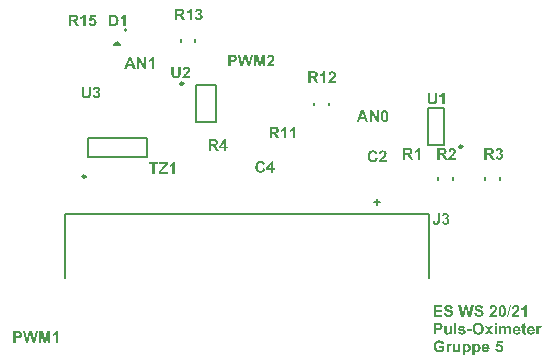
<source format=gto>
G04 Layer_Color=15132400*
%FSLAX42Y42*%
%MOMM*%
G71*
G01*
G75*
%ADD35C,0.25*%
%ADD36C,0.15*%
%ADD37C,0.13*%
%ADD38C,0.20*%
%ADD39C,0.20*%
G36*
X6379Y6662D02*
X6325Y6596D01*
X6381D01*
Y6580D01*
X6302D01*
Y6598D01*
X6353Y6661D01*
X6308D01*
Y6678D01*
X6379D01*
Y6662D01*
D02*
G37*
G36*
X6297Y6661D02*
X6269D01*
Y6580D01*
X6249D01*
Y6661D01*
X6220D01*
Y6678D01*
X6297D01*
Y6661D01*
D02*
G37*
G36*
X6437Y6580D02*
X6418D01*
Y6651D01*
X6418Y6650D01*
X6418Y6650D01*
X6417Y6650D01*
X6417Y6649D01*
X6416Y6648D01*
X6414Y6647D01*
X6413Y6646D01*
X6411Y6645D01*
X6410Y6644D01*
X6408Y6643D01*
X6406Y6642D01*
X6404Y6641D01*
X6399Y6639D01*
X6394Y6637D01*
Y6653D01*
X6394D01*
X6395Y6654D01*
X6395Y6654D01*
X6396Y6654D01*
X6397Y6655D01*
X6399Y6655D01*
X6401Y6657D01*
X6404Y6658D01*
X6407Y6660D01*
X6410Y6662D01*
X6410Y6662D01*
X6410Y6663D01*
X6411Y6663D01*
X6411Y6664D01*
X6413Y6665D01*
X6415Y6667D01*
X6417Y6669D01*
X6419Y6672D01*
X6420Y6675D01*
X6422Y6678D01*
X6437D01*
Y6580D01*
D02*
G37*
G36*
X5728Y7266D02*
Y7266D01*
Y7265D01*
Y7264D01*
Y7263D01*
Y7262D01*
X5728Y7260D01*
Y7258D01*
Y7257D01*
X5727Y7252D01*
X5727Y7248D01*
X5727Y7246D01*
X5727Y7245D01*
X5726Y7243D01*
X5726Y7241D01*
Y7241D01*
X5726Y7241D01*
Y7241D01*
X5726Y7240D01*
X5725Y7239D01*
X5725Y7237D01*
X5724Y7235D01*
X5723Y7233D01*
X5722Y7231D01*
X5720Y7229D01*
X5720Y7229D01*
X5719Y7228D01*
X5719Y7227D01*
X5717Y7226D01*
X5716Y7225D01*
X5714Y7224D01*
X5711Y7222D01*
X5709Y7221D01*
X5709D01*
X5709Y7221D01*
X5708Y7221D01*
X5708Y7221D01*
X5707Y7220D01*
X5706Y7220D01*
X5705Y7220D01*
X5704Y7220D01*
X5701Y7219D01*
X5698Y7219D01*
X5694Y7218D01*
X5690Y7218D01*
X5688D01*
X5687Y7218D01*
X5685D01*
X5684Y7218D01*
X5682Y7219D01*
X5679Y7219D01*
X5675Y7219D01*
X5672Y7220D01*
X5670Y7221D01*
X5669Y7221D01*
X5669D01*
X5668Y7221D01*
X5668Y7222D01*
X5666Y7223D01*
X5665Y7224D01*
X5663Y7225D01*
X5661Y7226D01*
X5659Y7228D01*
X5657Y7230D01*
X5657Y7230D01*
X5657Y7231D01*
X5656Y7232D01*
X5655Y7233D01*
X5654Y7235D01*
X5653Y7236D01*
X5653Y7238D01*
X5652Y7241D01*
Y7241D01*
X5652Y7241D01*
Y7241D01*
X5652Y7242D01*
X5651Y7243D01*
X5651Y7244D01*
X5651Y7245D01*
X5651Y7247D01*
X5651Y7248D01*
X5651Y7250D01*
X5650Y7252D01*
X5650Y7255D01*
X5650Y7257D01*
Y7260D01*
X5650Y7262D01*
Y7265D01*
Y7318D01*
X5670D01*
Y7265D01*
Y7264D01*
Y7264D01*
Y7263D01*
Y7263D01*
Y7261D01*
Y7260D01*
X5670Y7258D01*
Y7255D01*
X5670Y7252D01*
X5670Y7251D01*
Y7250D01*
X5670Y7249D01*
X5670Y7248D01*
Y7248D01*
X5671Y7247D01*
X5671Y7246D01*
X5672Y7245D01*
X5672Y7243D01*
X5674Y7242D01*
X5675Y7240D01*
X5676Y7238D01*
X5677Y7238D01*
X5677Y7238D01*
X5678Y7237D01*
X5680Y7237D01*
X5682Y7236D01*
X5684Y7236D01*
X5687Y7235D01*
X5689Y7235D01*
X5691D01*
X5692Y7235D01*
X5694Y7235D01*
X5696Y7236D01*
X5698Y7236D01*
X5700Y7237D01*
X5702Y7238D01*
X5702Y7238D01*
X5703Y7239D01*
X5703Y7240D01*
X5704Y7241D01*
X5705Y7242D01*
X5706Y7243D01*
X5707Y7245D01*
X5707Y7247D01*
Y7247D01*
X5707Y7248D01*
X5707Y7249D01*
X5708Y7251D01*
Y7252D01*
X5708Y7253D01*
Y7254D01*
X5708Y7256D01*
Y7257D01*
X5708Y7259D01*
Y7261D01*
Y7263D01*
Y7318D01*
X5728D01*
Y7266D01*
D02*
G37*
G36*
X5777Y7318D02*
X5779Y7318D01*
X5780Y7318D01*
X5782Y7317D01*
X5783Y7317D01*
X5787Y7316D01*
X5788Y7315D01*
X5790Y7314D01*
X5792Y7313D01*
X5794Y7312D01*
X5796Y7311D01*
X5797Y7309D01*
X5797Y7309D01*
X5798Y7309D01*
X5798Y7309D01*
X5798Y7308D01*
X5800Y7307D01*
X5801Y7305D01*
X5802Y7302D01*
X5803Y7299D01*
X5804Y7296D01*
X5804Y7295D01*
X5804Y7293D01*
Y7293D01*
Y7292D01*
X5804Y7292D01*
X5804Y7291D01*
X5804Y7290D01*
X5804Y7289D01*
X5803Y7287D01*
X5803Y7286D01*
X5802Y7284D01*
X5801Y7282D01*
X5800Y7281D01*
X5798Y7279D01*
X5797Y7277D01*
X5795Y7276D01*
X5793Y7274D01*
X5790Y7272D01*
X5790D01*
X5791Y7272D01*
X5791D01*
X5792Y7272D01*
X5793Y7272D01*
X5795Y7271D01*
X5797Y7270D01*
X5799Y7268D01*
X5802Y7266D01*
X5804Y7264D01*
X5804Y7264D01*
X5804Y7263D01*
X5805Y7262D01*
X5806Y7260D01*
X5807Y7258D01*
X5808Y7255D01*
X5808Y7252D01*
X5809Y7249D01*
Y7249D01*
Y7249D01*
Y7248D01*
X5808Y7247D01*
X5808Y7246D01*
X5808Y7245D01*
X5808Y7243D01*
X5807Y7242D01*
X5806Y7238D01*
X5805Y7236D01*
X5805Y7234D01*
X5804Y7233D01*
X5802Y7231D01*
X5801Y7229D01*
X5799Y7227D01*
X5799Y7227D01*
X5799Y7227D01*
X5798Y7226D01*
X5797Y7226D01*
X5796Y7225D01*
X5795Y7224D01*
X5794Y7224D01*
X5793Y7223D01*
X5791Y7222D01*
X5789Y7221D01*
X5787Y7220D01*
X5785Y7220D01*
X5783Y7219D01*
X5781Y7219D01*
X5778Y7218D01*
X5776Y7218D01*
X5774D01*
X5773Y7218D01*
X5772Y7218D01*
X5771Y7219D01*
X5770Y7219D01*
X5768Y7219D01*
X5765Y7220D01*
X5761Y7221D01*
X5759Y7222D01*
X5757Y7223D01*
X5755Y7225D01*
X5754Y7226D01*
X5754Y7226D01*
X5753Y7226D01*
X5753Y7227D01*
X5752Y7227D01*
X5752Y7228D01*
X5751Y7229D01*
X5750Y7230D01*
X5749Y7231D01*
X5748Y7233D01*
X5747Y7234D01*
X5746Y7237D01*
X5745Y7241D01*
X5744Y7243D01*
X5744Y7246D01*
X5762Y7248D01*
Y7248D01*
Y7248D01*
X5762Y7247D01*
X5762Y7246D01*
X5763Y7244D01*
X5763Y7242D01*
X5764Y7240D01*
X5765Y7239D01*
X5766Y7237D01*
X5767Y7237D01*
X5767Y7237D01*
X5768Y7236D01*
X5769Y7236D01*
X5770Y7235D01*
X5772Y7234D01*
X5774Y7234D01*
X5776Y7234D01*
X5776D01*
X5777Y7234D01*
X5778Y7234D01*
X5779Y7234D01*
X5781Y7235D01*
X5782Y7236D01*
X5784Y7237D01*
X5785Y7238D01*
X5785Y7238D01*
X5786Y7239D01*
X5787Y7240D01*
X5787Y7241D01*
X5788Y7243D01*
X5789Y7245D01*
X5789Y7247D01*
X5789Y7250D01*
Y7250D01*
Y7250D01*
Y7251D01*
X5789Y7252D01*
X5789Y7254D01*
X5788Y7256D01*
X5788Y7258D01*
X5787Y7260D01*
X5785Y7261D01*
X5785Y7261D01*
X5785Y7262D01*
X5784Y7263D01*
X5783Y7263D01*
X5782Y7264D01*
X5780Y7265D01*
X5778Y7265D01*
X5776Y7266D01*
X5775D01*
X5774Y7265D01*
X5773Y7265D01*
X5771Y7265D01*
X5770Y7265D01*
X5768Y7264D01*
X5770Y7279D01*
X5771D01*
X5772Y7279D01*
X5774Y7279D01*
X5776Y7280D01*
X5778Y7280D01*
X5780Y7281D01*
X5781Y7282D01*
X5782Y7283D01*
X5782Y7283D01*
X5783Y7284D01*
X5783Y7285D01*
X5784Y7286D01*
X5785Y7288D01*
X5785Y7290D01*
X5785Y7292D01*
Y7292D01*
Y7293D01*
X5785Y7293D01*
X5785Y7295D01*
X5785Y7296D01*
X5784Y7297D01*
X5783Y7299D01*
X5783Y7300D01*
X5782Y7300D01*
X5782Y7300D01*
X5781Y7301D01*
X5780Y7301D01*
X5779Y7302D01*
X5778Y7302D01*
X5776Y7302D01*
X5775Y7303D01*
X5774D01*
X5773Y7302D01*
X5772Y7302D01*
X5771Y7302D01*
X5769Y7301D01*
X5768Y7300D01*
X5766Y7299D01*
X5766Y7299D01*
X5766Y7299D01*
X5765Y7298D01*
X5765Y7297D01*
X5764Y7295D01*
X5763Y7294D01*
X5763Y7292D01*
X5762Y7289D01*
X5745Y7292D01*
Y7292D01*
X5745Y7293D01*
Y7293D01*
X5745Y7294D01*
X5746Y7295D01*
X5746Y7298D01*
X5747Y7300D01*
X5748Y7302D01*
X5749Y7304D01*
X5751Y7307D01*
X5751Y7307D01*
X5751Y7307D01*
X5752Y7308D01*
X5753Y7310D01*
X5755Y7311D01*
X5756Y7312D01*
X5758Y7314D01*
X5761Y7315D01*
X5761D01*
X5761Y7315D01*
X5762Y7315D01*
X5763Y7316D01*
X5765Y7317D01*
X5767Y7317D01*
X5770Y7318D01*
X5772Y7318D01*
X5775Y7318D01*
X5776D01*
X5777Y7318D01*
D02*
G37*
G36*
X9164Y5300D02*
X9145D01*
Y5318D01*
X9164D01*
Y5300D01*
D02*
G37*
G36*
X8871Y5292D02*
X8873Y5292D01*
X8874Y5292D01*
X8876Y5292D01*
X8879Y5291D01*
X8883Y5290D01*
X8886Y5289D01*
X8888Y5288D01*
X8889Y5288D01*
X8889D01*
X8890Y5287D01*
X8890Y5287D01*
X8892Y5286D01*
X8893Y5284D01*
X8895Y5282D01*
X8896Y5280D01*
X8898Y5277D01*
X8899Y5274D01*
X8881Y5270D01*
Y5271D01*
X8881Y5271D01*
X8881Y5272D01*
X8880Y5273D01*
X8880Y5274D01*
X8879Y5275D01*
X8878Y5276D01*
X8877Y5277D01*
X8877Y5277D01*
X8876Y5277D01*
X8876Y5277D01*
X8875Y5278D01*
X8873Y5278D01*
X8872Y5279D01*
X8870Y5279D01*
X8868Y5279D01*
X8867D01*
X8865Y5279D01*
X8864Y5279D01*
X8862Y5278D01*
X8860Y5278D01*
X8859Y5278D01*
X8857Y5277D01*
X8857D01*
X8857Y5277D01*
X8856Y5276D01*
X8856Y5275D01*
X8855Y5274D01*
X8855Y5273D01*
Y5273D01*
Y5273D01*
X8856Y5272D01*
X8856Y5271D01*
X8857Y5270D01*
X8857Y5270D01*
X8857Y5269D01*
X8858Y5269D01*
X8858Y5269D01*
X8859Y5269D01*
X8859Y5269D01*
X8860Y5268D01*
X8861Y5268D01*
X8862Y5268D01*
X8864Y5267D01*
X8866Y5267D01*
X8867Y5266D01*
X8870Y5266D01*
X8872Y5265D01*
X8875Y5264D01*
X8875D01*
X8875Y5264D01*
X8876Y5264D01*
X8877Y5264D01*
X8878Y5263D01*
X8880Y5263D01*
X8883Y5262D01*
X8886Y5261D01*
X8890Y5259D01*
X8891Y5258D01*
X8893Y5258D01*
X8894Y5257D01*
X8895Y5256D01*
X8896Y5256D01*
X8896Y5255D01*
X8897Y5254D01*
X8898Y5252D01*
X8900Y5250D01*
X8900Y5248D01*
X8901Y5245D01*
X8901Y5242D01*
Y5242D01*
Y5242D01*
Y5241D01*
X8901Y5240D01*
X8901Y5240D01*
X8901Y5239D01*
X8900Y5236D01*
X8899Y5234D01*
X8899Y5232D01*
X8898Y5231D01*
X8897Y5230D01*
X8896Y5228D01*
X8895Y5227D01*
X8893Y5225D01*
X8893Y5225D01*
X8893Y5225D01*
X8892Y5225D01*
X8892Y5224D01*
X8891Y5224D01*
X8890Y5223D01*
X8889Y5223D01*
X8887Y5222D01*
X8886Y5221D01*
X8884Y5221D01*
X8882Y5220D01*
X8880Y5220D01*
X8877Y5219D01*
X8875Y5219D01*
X8872Y5219D01*
X8869Y5218D01*
X8868D01*
X8867Y5219D01*
X8866D01*
X8864Y5219D01*
X8863Y5219D01*
X8861Y5219D01*
X8857Y5220D01*
X8853Y5221D01*
X8850Y5222D01*
X8848Y5223D01*
X8846Y5224D01*
X8846Y5224D01*
X8846Y5225D01*
X8845Y5225D01*
X8845Y5225D01*
X8843Y5227D01*
X8842Y5228D01*
X8840Y5231D01*
X8838Y5233D01*
X8837Y5237D01*
X8835Y5240D01*
X8854Y5243D01*
Y5243D01*
X8854Y5242D01*
X8855Y5241D01*
X8855Y5240D01*
X8856Y5238D01*
X8857Y5237D01*
X8858Y5236D01*
X8859Y5235D01*
X8859Y5235D01*
X8860Y5234D01*
X8860Y5234D01*
X8862Y5233D01*
X8863Y5233D01*
X8865Y5232D01*
X8867Y5232D01*
X8869Y5232D01*
X8870D01*
X8872Y5232D01*
X8873Y5232D01*
X8875Y5233D01*
X8877Y5233D01*
X8879Y5234D01*
X8880Y5235D01*
X8880Y5235D01*
X8881Y5235D01*
X8881Y5235D01*
X8881Y5236D01*
X8882Y5237D01*
X8882Y5237D01*
X8882Y5238D01*
X8883Y5240D01*
Y5240D01*
Y5240D01*
X8882Y5241D01*
X8882Y5242D01*
X8881Y5243D01*
X8881Y5243D01*
X8881Y5244D01*
X8880Y5244D01*
X8879Y5244D01*
X8878Y5245D01*
X8877Y5245D01*
X8875Y5246D01*
X8875D01*
X8874Y5246D01*
X8873Y5246D01*
X8871Y5246D01*
X8870Y5247D01*
X8868Y5247D01*
X8865Y5248D01*
X8863Y5249D01*
X8858Y5250D01*
X8856Y5251D01*
X8853Y5252D01*
X8851Y5252D01*
X8849Y5253D01*
X8848Y5254D01*
X8846Y5255D01*
X8846Y5255D01*
X8846Y5255D01*
X8846Y5255D01*
X8845Y5256D01*
X8844Y5257D01*
X8842Y5259D01*
X8841Y5261D01*
X8839Y5264D01*
X8839Y5265D01*
X8838Y5267D01*
X8838Y5269D01*
X8838Y5271D01*
Y5271D01*
Y5271D01*
Y5271D01*
X8838Y5272D01*
X8838Y5273D01*
X8838Y5274D01*
X8839Y5276D01*
X8840Y5278D01*
X8841Y5281D01*
X8842Y5282D01*
X8843Y5284D01*
X8844Y5285D01*
X8845Y5286D01*
X8845Y5286D01*
X8845Y5286D01*
X8846Y5287D01*
X8847Y5287D01*
X8847Y5287D01*
X8848Y5288D01*
X8849Y5289D01*
X8851Y5289D01*
X8852Y5290D01*
X8854Y5290D01*
X8856Y5291D01*
X8858Y5291D01*
X8860Y5292D01*
X8862Y5292D01*
X8865Y5292D01*
X8870D01*
X8871Y5292D01*
D02*
G37*
G36*
X8952Y5246D02*
X8916D01*
Y5265D01*
X8952D01*
Y5246D01*
D02*
G37*
G36*
X9108Y5257D02*
X9134Y5220D01*
X9111D01*
X9096Y5242D01*
X9082Y5220D01*
X9060D01*
X9086Y5256D01*
X9061Y5291D01*
X9084D01*
X9096Y5271D01*
X9110Y5291D01*
X9132D01*
X9108Y5257D01*
D02*
G37*
G36*
X9265Y5292D02*
X9267Y5292D01*
X9269Y5291D01*
X9271Y5291D01*
X9273Y5290D01*
X9276Y5289D01*
X9276Y5289D01*
X9276Y5289D01*
X9277Y5288D01*
X9279Y5287D01*
X9280Y5285D01*
X9281Y5284D01*
X9283Y5282D01*
X9284Y5280D01*
X9284Y5280D01*
X9284Y5279D01*
X9284Y5278D01*
X9285Y5276D01*
X9285Y5274D01*
X9285Y5272D01*
X9286Y5269D01*
X9286Y5265D01*
Y5220D01*
X9267D01*
Y5260D01*
Y5260D01*
Y5261D01*
Y5261D01*
Y5262D01*
X9267Y5264D01*
X9267Y5266D01*
X9266Y5268D01*
X9266Y5270D01*
X9266Y5272D01*
X9265Y5273D01*
X9265Y5274D01*
X9265Y5274D01*
X9264Y5275D01*
X9264Y5275D01*
X9263Y5276D01*
X9262Y5277D01*
X9260Y5277D01*
X9259Y5278D01*
X9257Y5278D01*
X9256D01*
X9255Y5278D01*
X9254Y5278D01*
X9253Y5277D01*
X9252Y5277D01*
X9251Y5276D01*
X9249Y5276D01*
X9249Y5275D01*
X9249Y5275D01*
X9248Y5275D01*
X9248Y5274D01*
X9247Y5273D01*
X9246Y5272D01*
X9245Y5270D01*
X9244Y5268D01*
Y5268D01*
X9244Y5268D01*
X9244Y5267D01*
X9244Y5265D01*
X9244Y5263D01*
X9243Y5260D01*
X9243Y5257D01*
Y5254D01*
Y5220D01*
X9224D01*
Y5259D01*
Y5259D01*
Y5259D01*
Y5260D01*
Y5260D01*
Y5262D01*
X9224Y5264D01*
X9224Y5266D01*
X9224Y5268D01*
X9224Y5270D01*
X9223Y5271D01*
X9223Y5272D01*
Y5272D01*
X9223Y5272D01*
X9223Y5273D01*
X9222Y5274D01*
X9222Y5275D01*
X9221Y5276D01*
X9220Y5276D01*
X9220Y5277D01*
X9220Y5277D01*
X9219Y5277D01*
X9219Y5277D01*
X9218Y5278D01*
X9217Y5278D01*
X9216Y5278D01*
X9214D01*
X9213Y5278D01*
X9212Y5278D01*
X9211Y5277D01*
X9209Y5277D01*
X9208Y5276D01*
X9207Y5276D01*
X9207Y5275D01*
X9206Y5275D01*
X9206Y5275D01*
X9205Y5274D01*
X9204Y5273D01*
X9203Y5272D01*
X9202Y5270D01*
X9202Y5269D01*
Y5269D01*
X9201Y5268D01*
X9201Y5267D01*
X9201Y5265D01*
X9201Y5263D01*
X9201Y5261D01*
X9200Y5258D01*
Y5254D01*
Y5220D01*
X9182D01*
Y5291D01*
X9199D01*
Y5281D01*
X9199Y5281D01*
X9199Y5281D01*
X9200Y5282D01*
X9201Y5283D01*
X9201Y5284D01*
X9202Y5285D01*
X9204Y5286D01*
X9205Y5287D01*
X9207Y5288D01*
X9208Y5289D01*
X9212Y5291D01*
X9214Y5291D01*
X9216Y5292D01*
X9218Y5292D01*
X9221Y5292D01*
X9222D01*
X9223Y5292D01*
X9225Y5292D01*
X9227Y5292D01*
X9229Y5291D01*
X9231Y5290D01*
X9233Y5289D01*
X9233Y5289D01*
X9233Y5289D01*
X9234Y5288D01*
X9235Y5287D01*
X9237Y5286D01*
X9238Y5285D01*
X9240Y5283D01*
X9241Y5281D01*
X9241Y5281D01*
X9242Y5282D01*
X9243Y5283D01*
X9244Y5284D01*
X9245Y5286D01*
X9247Y5287D01*
X9249Y5288D01*
X9251Y5289D01*
X9251Y5290D01*
X9252Y5290D01*
X9253Y5290D01*
X9254Y5291D01*
X9256Y5291D01*
X9258Y5292D01*
X9260Y5292D01*
X9262Y5292D01*
X9264D01*
X9265Y5292D01*
D02*
G37*
G36*
X9536D02*
X9538Y5292D01*
X9540Y5291D01*
X9542Y5291D01*
X9544Y5290D01*
X9546Y5289D01*
X9540Y5272D01*
X9540Y5273D01*
X9539Y5273D01*
X9539Y5273D01*
X9537Y5274D01*
X9536Y5275D01*
X9535Y5275D01*
X9533Y5275D01*
X9532Y5276D01*
X9531D01*
X9530Y5275D01*
X9529Y5275D01*
X9528Y5275D01*
X9527Y5275D01*
X9526Y5274D01*
X9525Y5273D01*
X9525Y5273D01*
X9524Y5273D01*
X9524Y5272D01*
X9523Y5271D01*
X9523Y5270D01*
X9522Y5269D01*
X9521Y5267D01*
X9521Y5265D01*
Y5265D01*
X9521Y5265D01*
X9520Y5264D01*
Y5264D01*
X9520Y5263D01*
X9520Y5262D01*
X9520Y5260D01*
X9520Y5259D01*
X9520Y5257D01*
X9520Y5255D01*
Y5253D01*
X9519Y5251D01*
X9519Y5248D01*
Y5245D01*
Y5242D01*
Y5220D01*
X9500D01*
Y5291D01*
X9518D01*
Y5281D01*
X9518Y5281D01*
X9519Y5282D01*
X9519Y5283D01*
X9521Y5285D01*
X9522Y5286D01*
X9523Y5288D01*
X9524Y5289D01*
X9526Y5290D01*
X9526Y5290D01*
X9526Y5290D01*
X9527Y5291D01*
X9528Y5291D01*
X9529Y5292D01*
X9531Y5292D01*
X9532Y5292D01*
X9534Y5292D01*
X9535D01*
X9536Y5292D01*
D02*
G37*
G36*
X8722Y7170D02*
X8703D01*
Y7241D01*
X8703Y7240D01*
X8703Y7240D01*
X8703Y7240D01*
X8702Y7239D01*
X8701Y7238D01*
X8700Y7237D01*
X8698Y7236D01*
X8697Y7235D01*
X8695Y7234D01*
X8693Y7233D01*
X8691Y7232D01*
X8689Y7231D01*
X8684Y7229D01*
X8679Y7227D01*
Y7243D01*
X8680D01*
X8680Y7244D01*
X8680Y7244D01*
X8681Y7244D01*
X8682Y7245D01*
X8684Y7245D01*
X8686Y7247D01*
X8689Y7248D01*
X8692Y7250D01*
X8695Y7252D01*
X8695Y7252D01*
X8696Y7253D01*
X8696Y7253D01*
X8697Y7254D01*
X8698Y7255D01*
X8700Y7257D01*
X8702Y7259D01*
X8704Y7262D01*
X8706Y7265D01*
X8707Y7268D01*
X8722D01*
Y7170D01*
D02*
G37*
G36*
X5256Y5150D02*
X5235D01*
X5215Y5223D01*
X5196Y5150D01*
X5174D01*
X5151Y5248D01*
X5171D01*
X5186Y5180D01*
X5204Y5248D01*
X5228D01*
X5245Y5179D01*
X5259Y5248D01*
X5279D01*
X5256Y5150D01*
D02*
G37*
G36*
X5447D02*
X5428D01*
Y5221D01*
X5428Y5220D01*
X5428Y5220D01*
X5427Y5220D01*
X5426Y5219D01*
X5425Y5218D01*
X5424Y5217D01*
X5423Y5216D01*
X5421Y5215D01*
X5419Y5214D01*
X5418Y5213D01*
X5416Y5212D01*
X5414Y5211D01*
X5409Y5209D01*
X5404Y5207D01*
Y5223D01*
X5404D01*
X5404Y5224D01*
X5405Y5224D01*
X5405Y5224D01*
X5407Y5225D01*
X5409Y5225D01*
X5411Y5227D01*
X5414Y5228D01*
X5417Y5230D01*
X5420Y5232D01*
X5420Y5232D01*
X5420Y5233D01*
X5421Y5233D01*
X5421Y5234D01*
X5423Y5235D01*
X5424Y5237D01*
X5426Y5239D01*
X5428Y5242D01*
X5430Y5245D01*
X5432Y5248D01*
X5447D01*
Y5150D01*
D02*
G37*
G36*
X5383D02*
X5365D01*
X5365Y5227D01*
X5346Y5150D01*
X5327D01*
X5308Y5227D01*
Y5150D01*
X5289D01*
Y5248D01*
X5319D01*
X5336Y5181D01*
X5354Y5248D01*
X5383D01*
Y5150D01*
D02*
G37*
G36*
X7254Y7588D02*
X7255Y7588D01*
X7256Y7588D01*
X7258Y7587D01*
X7259Y7587D01*
X7263Y7586D01*
X7267Y7585D01*
X7269Y7584D01*
X7270Y7583D01*
X7272Y7582D01*
X7274Y7580D01*
X7274Y7580D01*
X7274Y7580D01*
X7275Y7579D01*
X7275Y7579D01*
X7276Y7578D01*
X7277Y7577D01*
X7277Y7576D01*
X7278Y7575D01*
X7279Y7572D01*
X7281Y7569D01*
X7281Y7567D01*
X7282Y7565D01*
X7282Y7563D01*
X7282Y7561D01*
Y7560D01*
Y7560D01*
X7282Y7558D01*
X7282Y7557D01*
X7282Y7555D01*
X7281Y7553D01*
X7281Y7550D01*
X7280Y7548D01*
X7280Y7548D01*
X7279Y7547D01*
X7279Y7546D01*
X7278Y7544D01*
X7277Y7543D01*
X7276Y7540D01*
X7274Y7538D01*
X7272Y7536D01*
X7272Y7536D01*
X7272Y7535D01*
X7271Y7534D01*
X7269Y7533D01*
X7268Y7531D01*
X7266Y7529D01*
X7263Y7526D01*
X7260Y7523D01*
X7260Y7523D01*
X7260Y7523D01*
X7259Y7523D01*
X7259Y7522D01*
X7257Y7521D01*
X7255Y7519D01*
X7253Y7517D01*
X7252Y7515D01*
X7250Y7514D01*
X7249Y7513D01*
X7249Y7512D01*
X7249Y7512D01*
X7248Y7512D01*
X7248Y7511D01*
X7247Y7511D01*
X7246Y7509D01*
X7245Y7507D01*
X7282D01*
Y7490D01*
X7217D01*
Y7490D01*
Y7490D01*
X7217Y7491D01*
X7217Y7492D01*
X7217Y7493D01*
X7217Y7494D01*
X7218Y7496D01*
X7219Y7499D01*
X7220Y7502D01*
X7221Y7505D01*
X7223Y7509D01*
Y7509D01*
X7223Y7509D01*
X7224Y7510D01*
X7224Y7510D01*
X7225Y7511D01*
X7226Y7512D01*
X7226Y7513D01*
X7228Y7515D01*
X7229Y7517D01*
X7230Y7518D01*
X7232Y7520D01*
X7234Y7522D01*
X7236Y7524D01*
X7239Y7527D01*
X7241Y7529D01*
X7244Y7532D01*
X7244Y7532D01*
X7245Y7533D01*
X7245Y7533D01*
X7246Y7534D01*
X7247Y7535D01*
X7248Y7536D01*
X7251Y7538D01*
X7253Y7541D01*
X7256Y7544D01*
X7257Y7545D01*
X7258Y7546D01*
X7259Y7547D01*
X7259Y7548D01*
X7260Y7548D01*
X7260Y7549D01*
X7261Y7550D01*
X7261Y7552D01*
X7262Y7553D01*
X7263Y7555D01*
X7263Y7557D01*
X7263Y7559D01*
Y7560D01*
Y7560D01*
Y7560D01*
X7263Y7562D01*
X7263Y7563D01*
X7263Y7565D01*
X7262Y7566D01*
X7261Y7568D01*
X7260Y7569D01*
X7260Y7569D01*
X7259Y7570D01*
X7259Y7570D01*
X7258Y7571D01*
X7256Y7571D01*
X7255Y7572D01*
X7253Y7572D01*
X7251Y7573D01*
X7250D01*
X7249Y7572D01*
X7247Y7572D01*
X7246Y7572D01*
X7244Y7571D01*
X7243Y7570D01*
X7241Y7569D01*
X7241Y7569D01*
X7241Y7568D01*
X7240Y7568D01*
X7240Y7566D01*
X7239Y7565D01*
X7238Y7563D01*
X7238Y7560D01*
X7237Y7557D01*
X7219Y7559D01*
Y7559D01*
X7219Y7560D01*
Y7561D01*
X7219Y7562D01*
X7219Y7563D01*
X7220Y7564D01*
X7220Y7566D01*
X7221Y7568D01*
X7222Y7571D01*
X7224Y7575D01*
X7225Y7577D01*
X7226Y7579D01*
X7228Y7580D01*
X7229Y7581D01*
X7229Y7581D01*
X7230Y7582D01*
X7230Y7582D01*
X7231Y7582D01*
X7232Y7583D01*
X7233Y7583D01*
X7234Y7584D01*
X7235Y7585D01*
X7237Y7585D01*
X7238Y7586D01*
X7242Y7587D01*
X7247Y7588D01*
X7249Y7588D01*
X7251Y7588D01*
X7253D01*
X7254Y7588D01*
D02*
G37*
G36*
X6927Y7587D02*
X6931D01*
X6935Y7587D01*
X6939Y7587D01*
X6941Y7587D01*
X6942Y7587D01*
X6944Y7586D01*
X6945Y7586D01*
X6945D01*
X6945Y7586D01*
X6946Y7586D01*
X6946Y7586D01*
X6948Y7585D01*
X6950Y7584D01*
X6952Y7583D01*
X6954Y7581D01*
X6957Y7579D01*
X6959Y7576D01*
Y7576D01*
X6959Y7576D01*
X6959Y7576D01*
X6960Y7575D01*
X6960Y7574D01*
X6961Y7573D01*
X6961Y7572D01*
X6962Y7571D01*
X6963Y7569D01*
X6964Y7565D01*
X6964Y7562D01*
X6965Y7558D01*
Y7557D01*
Y7557D01*
Y7557D01*
Y7556D01*
X6965Y7555D01*
Y7554D01*
X6964Y7552D01*
X6964Y7550D01*
X6963Y7547D01*
X6962Y7545D01*
X6961Y7542D01*
X6961Y7542D01*
X6961Y7541D01*
X6960Y7540D01*
X6959Y7539D01*
X6958Y7537D01*
X6956Y7536D01*
X6955Y7534D01*
X6953Y7533D01*
X6953Y7533D01*
X6952Y7532D01*
X6951Y7532D01*
X6950Y7531D01*
X6948Y7530D01*
X6947Y7529D01*
X6945Y7529D01*
X6943Y7528D01*
X6943D01*
X6942Y7528D01*
X6942D01*
X6941Y7528D01*
X6940Y7528D01*
X6939Y7527D01*
X6938D01*
X6936Y7527D01*
X6935Y7527D01*
X6933Y7527D01*
X6931Y7527D01*
X6929D01*
X6927Y7527D01*
X6910D01*
Y7490D01*
X6890D01*
Y7588D01*
X6926D01*
X6927Y7587D01*
D02*
G37*
G36*
X5107Y5247D02*
X5111D01*
X5115Y5247D01*
X5119Y5247D01*
X5121Y5247D01*
X5122Y5247D01*
X5124Y5246D01*
X5125Y5246D01*
X5125D01*
X5125Y5246D01*
X5126Y5246D01*
X5126Y5246D01*
X5128Y5245D01*
X5130Y5244D01*
X5132Y5243D01*
X5134Y5241D01*
X5137Y5239D01*
X5139Y5236D01*
Y5236D01*
X5139Y5236D01*
X5139Y5236D01*
X5140Y5235D01*
X5140Y5234D01*
X5141Y5233D01*
X5141Y5232D01*
X5142Y5231D01*
X5143Y5229D01*
X5144Y5225D01*
X5144Y5222D01*
X5145Y5218D01*
Y5217D01*
Y5217D01*
Y5217D01*
Y5216D01*
X5145Y5215D01*
Y5214D01*
X5144Y5212D01*
X5144Y5210D01*
X5143Y5207D01*
X5142Y5205D01*
X5141Y5202D01*
X5141Y5202D01*
X5141Y5201D01*
X5140Y5200D01*
X5139Y5199D01*
X5138Y5197D01*
X5136Y5196D01*
X5135Y5194D01*
X5133Y5193D01*
X5133Y5193D01*
X5132Y5192D01*
X5131Y5192D01*
X5130Y5191D01*
X5128Y5190D01*
X5127Y5189D01*
X5125Y5189D01*
X5123Y5188D01*
X5123D01*
X5122Y5188D01*
X5122D01*
X5121Y5188D01*
X5120Y5188D01*
X5119Y5187D01*
X5118D01*
X5116Y5187D01*
X5115Y5187D01*
X5113Y5187D01*
X5111Y5187D01*
X5109D01*
X5107Y5187D01*
X5090D01*
Y5150D01*
X5070D01*
Y5248D01*
X5106D01*
X5107Y5247D01*
D02*
G37*
G36*
X6539Y7488D02*
X6540Y7488D01*
X6542Y7488D01*
X6543Y7487D01*
X6545Y7487D01*
X6549Y7486D01*
X6552Y7485D01*
X6554Y7484D01*
X6556Y7483D01*
X6558Y7482D01*
X6559Y7480D01*
X6559Y7480D01*
X6560Y7480D01*
X6560Y7479D01*
X6561Y7479D01*
X6561Y7478D01*
X6562Y7477D01*
X6563Y7476D01*
X6564Y7475D01*
X6565Y7472D01*
X6566Y7469D01*
X6567Y7467D01*
X6567Y7465D01*
X6567Y7463D01*
X6568Y7461D01*
Y7460D01*
Y7460D01*
X6567Y7458D01*
X6567Y7457D01*
X6567Y7455D01*
X6567Y7453D01*
X6566Y7450D01*
X6565Y7448D01*
X6565Y7448D01*
X6565Y7447D01*
X6564Y7446D01*
X6563Y7444D01*
X6562Y7443D01*
X6561Y7440D01*
X6560Y7438D01*
X6558Y7436D01*
X6558Y7436D01*
X6557Y7435D01*
X6556Y7434D01*
X6555Y7433D01*
X6553Y7431D01*
X6551Y7429D01*
X6549Y7426D01*
X6545Y7423D01*
X6545Y7423D01*
X6545Y7423D01*
X6545Y7423D01*
X6544Y7422D01*
X6543Y7421D01*
X6541Y7419D01*
X6539Y7417D01*
X6537Y7415D01*
X6535Y7414D01*
X6535Y7413D01*
X6534Y7412D01*
X6534Y7412D01*
X6534Y7412D01*
X6533Y7411D01*
X6533Y7411D01*
X6532Y7409D01*
X6530Y7407D01*
X6568D01*
Y7390D01*
X6502D01*
Y7390D01*
Y7390D01*
X6502Y7391D01*
X6502Y7392D01*
X6502Y7393D01*
X6503Y7394D01*
X6503Y7396D01*
X6504Y7399D01*
X6505Y7402D01*
X6507Y7405D01*
X6508Y7409D01*
Y7409D01*
X6509Y7409D01*
X6509Y7410D01*
X6510Y7410D01*
X6510Y7411D01*
X6511Y7412D01*
X6512Y7413D01*
X6513Y7415D01*
X6514Y7417D01*
X6516Y7418D01*
X6518Y7420D01*
X6520Y7422D01*
X6522Y7424D01*
X6524Y7427D01*
X6527Y7429D01*
X6529Y7432D01*
X6530Y7432D01*
X6530Y7433D01*
X6531Y7433D01*
X6531Y7434D01*
X6533Y7435D01*
X6534Y7436D01*
X6536Y7438D01*
X6539Y7441D01*
X6541Y7444D01*
X6542Y7445D01*
X6543Y7446D01*
X6544Y7447D01*
X6545Y7448D01*
X6545Y7448D01*
X6545Y7449D01*
X6546Y7450D01*
X6547Y7452D01*
X6548Y7453D01*
X6548Y7455D01*
X6549Y7457D01*
X6549Y7459D01*
Y7460D01*
Y7460D01*
Y7460D01*
X6549Y7462D01*
X6548Y7463D01*
X6548Y7465D01*
X6547Y7466D01*
X6547Y7468D01*
X6545Y7469D01*
X6545Y7469D01*
X6545Y7470D01*
X6544Y7470D01*
X6543Y7471D01*
X6542Y7471D01*
X6540Y7472D01*
X6538Y7472D01*
X6536Y7473D01*
X6535D01*
X6534Y7472D01*
X6533Y7472D01*
X6531Y7472D01*
X6530Y7471D01*
X6528Y7470D01*
X6527Y7469D01*
X6527Y7469D01*
X6526Y7468D01*
X6526Y7468D01*
X6525Y7466D01*
X6524Y7465D01*
X6524Y7463D01*
X6523Y7460D01*
X6523Y7457D01*
X6504Y7459D01*
Y7459D01*
X6504Y7460D01*
Y7461D01*
X6505Y7462D01*
X6505Y7463D01*
X6505Y7464D01*
X6506Y7466D01*
X6506Y7468D01*
X6508Y7471D01*
X6509Y7475D01*
X6510Y7477D01*
X6512Y7479D01*
X6513Y7480D01*
X6515Y7481D01*
X6515Y7481D01*
X6515Y7482D01*
X6515Y7482D01*
X6516Y7482D01*
X6517Y7483D01*
X6518Y7483D01*
X6519Y7484D01*
X6521Y7485D01*
X6522Y7485D01*
X6524Y7486D01*
X6528Y7487D01*
X6532Y7488D01*
X6534Y7488D01*
X6537Y7488D01*
X6538D01*
X6539Y7488D01*
D02*
G37*
G36*
X8658Y7216D02*
Y7216D01*
Y7215D01*
Y7214D01*
Y7213D01*
Y7212D01*
X8658Y7210D01*
Y7208D01*
Y7207D01*
X8657Y7202D01*
X8657Y7198D01*
X8657Y7196D01*
X8657Y7195D01*
X8656Y7193D01*
X8656Y7191D01*
Y7191D01*
X8656Y7191D01*
Y7191D01*
X8656Y7190D01*
X8655Y7189D01*
X8655Y7187D01*
X8654Y7185D01*
X8653Y7183D01*
X8652Y7181D01*
X8650Y7179D01*
X8650Y7179D01*
X8649Y7178D01*
X8649Y7177D01*
X8647Y7176D01*
X8646Y7175D01*
X8644Y7174D01*
X8641Y7172D01*
X8639Y7171D01*
X8639D01*
X8639Y7171D01*
X8638Y7171D01*
X8638Y7171D01*
X8637Y7170D01*
X8636Y7170D01*
X8635Y7170D01*
X8634Y7170D01*
X8631Y7169D01*
X8628Y7169D01*
X8624Y7168D01*
X8620Y7168D01*
X8618D01*
X8617Y7168D01*
X8615D01*
X8614Y7168D01*
X8612Y7169D01*
X8609Y7169D01*
X8605Y7169D01*
X8602Y7170D01*
X8600Y7171D01*
X8599Y7171D01*
X8599D01*
X8598Y7171D01*
X8598Y7172D01*
X8596Y7173D01*
X8595Y7174D01*
X8593Y7175D01*
X8591Y7176D01*
X8589Y7178D01*
X8587Y7180D01*
X8587Y7180D01*
X8587Y7181D01*
X8586Y7182D01*
X8585Y7183D01*
X8584Y7185D01*
X8583Y7186D01*
X8583Y7188D01*
X8582Y7191D01*
Y7191D01*
X8582Y7191D01*
Y7191D01*
X8582Y7192D01*
X8581Y7193D01*
X8581Y7194D01*
X8581Y7195D01*
X8581Y7197D01*
X8581Y7198D01*
X8581Y7200D01*
X8580Y7202D01*
X8580Y7205D01*
X8580Y7207D01*
Y7210D01*
X8580Y7212D01*
Y7215D01*
Y7268D01*
X8600D01*
Y7215D01*
Y7214D01*
Y7214D01*
Y7213D01*
Y7213D01*
Y7211D01*
Y7210D01*
X8600Y7208D01*
Y7205D01*
X8600Y7202D01*
X8600Y7201D01*
Y7200D01*
X8600Y7199D01*
X8600Y7198D01*
Y7198D01*
X8601Y7197D01*
X8601Y7196D01*
X8602Y7195D01*
X8602Y7193D01*
X8604Y7192D01*
X8605Y7190D01*
X8606Y7188D01*
X8607Y7188D01*
X8607Y7188D01*
X8608Y7187D01*
X8610Y7187D01*
X8612Y7186D01*
X8614Y7186D01*
X8617Y7185D01*
X8619Y7185D01*
X8621D01*
X8622Y7185D01*
X8624Y7185D01*
X8626Y7186D01*
X8628Y7186D01*
X8630Y7187D01*
X8632Y7188D01*
X8632Y7188D01*
X8633Y7189D01*
X8633Y7190D01*
X8634Y7191D01*
X8635Y7192D01*
X8636Y7193D01*
X8637Y7195D01*
X8637Y7197D01*
Y7197D01*
X8637Y7198D01*
X8637Y7199D01*
X8638Y7201D01*
Y7202D01*
X8638Y7203D01*
Y7204D01*
X8638Y7206D01*
Y7207D01*
X8638Y7209D01*
Y7211D01*
Y7213D01*
Y7268D01*
X8658D01*
Y7216D01*
D02*
G37*
G36*
X6488Y7436D02*
Y7436D01*
Y7435D01*
Y7434D01*
Y7433D01*
Y7432D01*
X6488Y7430D01*
Y7428D01*
Y7427D01*
X6487Y7422D01*
X6487Y7418D01*
X6487Y7416D01*
X6487Y7415D01*
X6486Y7413D01*
X6486Y7411D01*
Y7411D01*
X6486Y7411D01*
Y7411D01*
X6486Y7410D01*
X6485Y7409D01*
X6485Y7407D01*
X6484Y7405D01*
X6483Y7403D01*
X6482Y7401D01*
X6480Y7399D01*
X6480Y7399D01*
X6479Y7398D01*
X6479Y7397D01*
X6477Y7396D01*
X6476Y7395D01*
X6474Y7394D01*
X6471Y7392D01*
X6469Y7391D01*
X6469D01*
X6469Y7391D01*
X6468Y7391D01*
X6468Y7391D01*
X6467Y7390D01*
X6466Y7390D01*
X6465Y7390D01*
X6464Y7390D01*
X6461Y7389D01*
X6458Y7389D01*
X6454Y7388D01*
X6450Y7388D01*
X6448D01*
X6447Y7388D01*
X6445D01*
X6444Y7388D01*
X6442Y7389D01*
X6439Y7389D01*
X6435Y7389D01*
X6432Y7390D01*
X6430Y7391D01*
X6429Y7391D01*
X6429D01*
X6428Y7391D01*
X6428Y7392D01*
X6426Y7393D01*
X6425Y7394D01*
X6423Y7395D01*
X6421Y7396D01*
X6419Y7398D01*
X6417Y7400D01*
X6417Y7400D01*
X6417Y7401D01*
X6416Y7402D01*
X6415Y7403D01*
X6414Y7405D01*
X6413Y7406D01*
X6413Y7408D01*
X6412Y7411D01*
Y7411D01*
X6412Y7411D01*
Y7411D01*
X6412Y7412D01*
X6411Y7413D01*
X6411Y7414D01*
X6411Y7415D01*
X6411Y7417D01*
X6411Y7418D01*
X6411Y7420D01*
X6410Y7422D01*
X6410Y7425D01*
X6410Y7427D01*
Y7430D01*
X6410Y7432D01*
Y7435D01*
Y7488D01*
X6430D01*
Y7435D01*
Y7434D01*
Y7434D01*
Y7433D01*
Y7433D01*
Y7431D01*
Y7430D01*
X6430Y7428D01*
Y7425D01*
X6430Y7422D01*
X6430Y7421D01*
Y7420D01*
X6430Y7419D01*
X6430Y7418D01*
Y7418D01*
X6431Y7417D01*
X6431Y7416D01*
X6432Y7415D01*
X6432Y7413D01*
X6434Y7412D01*
X6435Y7410D01*
X6436Y7408D01*
X6437Y7408D01*
X6437Y7408D01*
X6438Y7407D01*
X6440Y7407D01*
X6442Y7406D01*
X6444Y7406D01*
X6447Y7405D01*
X6449Y7405D01*
X6451D01*
X6452Y7405D01*
X6454Y7405D01*
X6456Y7406D01*
X6458Y7406D01*
X6460Y7407D01*
X6462Y7408D01*
X6462Y7408D01*
X6463Y7409D01*
X6463Y7410D01*
X6464Y7411D01*
X6465Y7412D01*
X6466Y7413D01*
X6467Y7415D01*
X6467Y7417D01*
Y7417D01*
X6467Y7418D01*
X6467Y7419D01*
X6468Y7421D01*
Y7422D01*
X6468Y7423D01*
Y7424D01*
X6468Y7426D01*
Y7427D01*
X6468Y7429D01*
Y7431D01*
Y7433D01*
Y7488D01*
X6488D01*
Y7436D01*
D02*
G37*
G36*
X6874Y6811D02*
X6886D01*
Y6795D01*
X6874D01*
Y6775D01*
X6856D01*
Y6795D01*
X6816D01*
Y6811D01*
X6858Y6873D01*
X6874D01*
Y6811D01*
D02*
G37*
G36*
X6770Y6872D02*
X6772D01*
X6773Y6872D01*
X6775D01*
X6779Y6872D01*
X6783Y6871D01*
X6786Y6871D01*
X6788Y6870D01*
X6789Y6870D01*
X6789D01*
X6789Y6870D01*
X6790Y6869D01*
X6792Y6869D01*
X6793Y6868D01*
X6795Y6866D01*
X6797Y6865D01*
X6799Y6863D01*
X6800Y6860D01*
Y6860D01*
X6801Y6860D01*
X6801Y6860D01*
X6801Y6859D01*
X6802Y6858D01*
X6803Y6856D01*
X6803Y6854D01*
X6804Y6851D01*
X6805Y6848D01*
X6805Y6845D01*
Y6845D01*
Y6845D01*
Y6844D01*
X6805Y6843D01*
Y6842D01*
X6805Y6841D01*
X6804Y6839D01*
X6803Y6836D01*
X6802Y6833D01*
X6800Y6830D01*
X6799Y6828D01*
X6798Y6827D01*
X6798Y6827D01*
X6798Y6827D01*
X6798Y6826D01*
X6797Y6826D01*
X6796Y6825D01*
X6796Y6825D01*
X6795Y6824D01*
X6794Y6823D01*
X6792Y6822D01*
X6791Y6822D01*
X6789Y6821D01*
X6787Y6820D01*
X6785Y6820D01*
X6784Y6819D01*
X6781Y6818D01*
X6779Y6818D01*
X6779D01*
X6779Y6818D01*
X6780Y6817D01*
X6781Y6817D01*
X6783Y6816D01*
X6784Y6814D01*
X6786Y6813D01*
X6788Y6812D01*
X6789Y6810D01*
X6790Y6810D01*
X6790Y6809D01*
X6791Y6808D01*
X6792Y6806D01*
X6794Y6804D01*
X6795Y6803D01*
X6796Y6801D01*
X6797Y6800D01*
X6798Y6798D01*
X6799Y6796D01*
X6801Y6794D01*
X6813Y6775D01*
X6789D01*
X6775Y6796D01*
X6775Y6796D01*
X6775Y6797D01*
X6774Y6797D01*
X6774Y6798D01*
X6773Y6799D01*
X6772Y6800D01*
X6771Y6802D01*
X6769Y6805D01*
X6767Y6807D01*
X6766Y6809D01*
X6765Y6810D01*
X6764Y6811D01*
X6764Y6811D01*
X6764Y6811D01*
X6763Y6812D01*
X6763Y6812D01*
X6762Y6813D01*
X6761Y6813D01*
X6760Y6814D01*
X6759Y6815D01*
X6758D01*
X6758Y6815D01*
X6757Y6815D01*
X6756Y6815D01*
X6755Y6815D01*
X6753Y6816D01*
X6751Y6816D01*
X6745D01*
Y6775D01*
X6725D01*
Y6873D01*
X6769D01*
X6770Y6872D01*
D02*
G37*
G36*
X8785Y5220D02*
X8767D01*
Y5231D01*
X8767Y5230D01*
X8767Y5230D01*
X8766Y5229D01*
X8765Y5227D01*
X8763Y5226D01*
X8761Y5224D01*
X8759Y5223D01*
X8757Y5222D01*
X8757Y5221D01*
X8756Y5221D01*
X8755Y5221D01*
X8753Y5220D01*
X8751Y5219D01*
X8749Y5219D01*
X8746Y5219D01*
X8744Y5218D01*
X8743D01*
X8741Y5219D01*
X8740Y5219D01*
X8738Y5219D01*
X8735Y5220D01*
X8733Y5221D01*
X8731Y5222D01*
X8731Y5222D01*
X8730Y5222D01*
X8729Y5223D01*
X8728Y5224D01*
X8727Y5225D01*
X8725Y5226D01*
X8724Y5228D01*
X8723Y5230D01*
X8723Y5231D01*
X8722Y5231D01*
X8722Y5233D01*
X8722Y5234D01*
X8721Y5237D01*
X8721Y5239D01*
X8721Y5242D01*
X8720Y5246D01*
Y5291D01*
X8739D01*
Y5258D01*
Y5258D01*
Y5257D01*
Y5257D01*
Y5256D01*
Y5255D01*
Y5253D01*
X8739Y5250D01*
X8739Y5247D01*
X8740Y5244D01*
X8740Y5243D01*
X8740Y5242D01*
X8740Y5241D01*
X8740Y5240D01*
Y5240D01*
X8740Y5239D01*
X8741Y5239D01*
X8741Y5238D01*
X8741Y5237D01*
X8742Y5236D01*
X8743Y5236D01*
X8744Y5235D01*
X8744Y5235D01*
X8744Y5234D01*
X8745Y5234D01*
X8746Y5234D01*
X8747Y5233D01*
X8748Y5233D01*
X8749Y5233D01*
X8751Y5233D01*
X8752D01*
X8753Y5233D01*
X8754Y5233D01*
X8755Y5233D01*
X8756Y5234D01*
X8758Y5235D01*
X8759Y5235D01*
X8760Y5236D01*
X8760Y5236D01*
X8761Y5236D01*
X8762Y5237D01*
X8762Y5238D01*
X8763Y5239D01*
X8764Y5240D01*
X8765Y5242D01*
Y5242D01*
X8765Y5243D01*
Y5243D01*
X8765Y5244D01*
X8765Y5245D01*
X8765Y5246D01*
X8765Y5247D01*
X8766Y5248D01*
X8766Y5250D01*
Y5252D01*
X8766Y5254D01*
X8766Y5256D01*
Y5258D01*
Y5261D01*
Y5291D01*
X8785D01*
Y5220D01*
D02*
G37*
G36*
X9213Y5468D02*
X9214Y5468D01*
X9215Y5468D01*
X9217Y5467D01*
X9219Y5467D01*
X9220Y5466D01*
X9222Y5466D01*
X9224Y5465D01*
X9226Y5464D01*
X9228Y5463D01*
X9229Y5461D01*
X9231Y5460D01*
X9233Y5458D01*
X9233Y5458D01*
X9233Y5457D01*
X9233Y5457D01*
X9234Y5456D01*
X9235Y5454D01*
X9236Y5453D01*
X9237Y5451D01*
X9237Y5448D01*
X9238Y5446D01*
X9239Y5443D01*
X9240Y5440D01*
X9241Y5436D01*
X9241Y5432D01*
X9242Y5428D01*
X9242Y5423D01*
X9242Y5418D01*
Y5418D01*
Y5418D01*
Y5417D01*
Y5417D01*
Y5415D01*
X9242Y5414D01*
X9242Y5411D01*
X9242Y5409D01*
X9241Y5406D01*
X9241Y5403D01*
X9241Y5399D01*
X9240Y5396D01*
X9239Y5393D01*
X9238Y5390D01*
X9237Y5386D01*
X9236Y5383D01*
X9234Y5381D01*
X9233Y5378D01*
X9233Y5378D01*
X9232Y5378D01*
X9232Y5377D01*
X9231Y5377D01*
X9230Y5376D01*
X9229Y5375D01*
X9228Y5374D01*
X9227Y5373D01*
X9225Y5372D01*
X9224Y5371D01*
X9222Y5370D01*
X9220Y5370D01*
X9218Y5369D01*
X9215Y5369D01*
X9213Y5368D01*
X9211Y5368D01*
X9210D01*
X9209Y5368D01*
X9208D01*
X9207Y5368D01*
X9206Y5369D01*
X9204Y5369D01*
X9202Y5370D01*
X9201Y5370D01*
X9199Y5371D01*
X9197Y5372D01*
X9195Y5373D01*
X9193Y5374D01*
X9191Y5375D01*
X9189Y5377D01*
X9188Y5379D01*
X9187Y5379D01*
X9187Y5380D01*
X9187Y5380D01*
X9186Y5381D01*
X9186Y5382D01*
X9185Y5384D01*
X9184Y5386D01*
X9183Y5388D01*
X9182Y5391D01*
X9182Y5393D01*
X9181Y5397D01*
X9180Y5400D01*
X9180Y5404D01*
X9179Y5408D01*
X9179Y5413D01*
X9179Y5418D01*
Y5418D01*
Y5418D01*
Y5419D01*
Y5419D01*
Y5421D01*
X9179Y5423D01*
X9179Y5425D01*
X9180Y5428D01*
X9180Y5430D01*
X9180Y5434D01*
X9181Y5437D01*
X9181Y5440D01*
X9182Y5443D01*
X9183Y5447D01*
X9184Y5450D01*
X9185Y5453D01*
X9187Y5456D01*
X9188Y5458D01*
X9189Y5458D01*
X9189Y5458D01*
X9189Y5459D01*
X9190Y5460D01*
X9191Y5460D01*
X9192Y5461D01*
X9193Y5462D01*
X9194Y5463D01*
X9196Y5464D01*
X9197Y5465D01*
X9199Y5466D01*
X9201Y5467D01*
X9203Y5467D01*
X9206Y5468D01*
X9208Y5468D01*
X9211Y5468D01*
X9212D01*
X9213Y5468D01*
D02*
G37*
G36*
X8681Y5169D02*
X8683Y5169D01*
X8685Y5169D01*
X8687Y5169D01*
X8689Y5168D01*
X8693Y5168D01*
X8698Y5166D01*
X8700Y5165D01*
X8703Y5164D01*
X8705Y5163D01*
X8707Y5162D01*
X8707Y5162D01*
X8707Y5161D01*
X8708Y5161D01*
X8708Y5160D01*
X8709Y5160D01*
X8710Y5159D01*
X8711Y5158D01*
X8712Y5156D01*
X8713Y5155D01*
X8714Y5153D01*
X8716Y5152D01*
X8717Y5150D01*
X8718Y5148D01*
X8719Y5146D01*
X8719Y5143D01*
X8720Y5141D01*
X8700Y5137D01*
Y5137D01*
X8700Y5137D01*
X8700Y5138D01*
X8699Y5139D01*
X8699Y5141D01*
X8698Y5143D01*
X8696Y5145D01*
X8694Y5147D01*
X8692Y5148D01*
X8692Y5149D01*
X8691Y5149D01*
X8690Y5150D01*
X8689Y5150D01*
X8687Y5151D01*
X8684Y5152D01*
X8681Y5152D01*
X8678Y5153D01*
X8677D01*
X8676Y5152D01*
X8675Y5152D01*
X8674Y5152D01*
X8672Y5152D01*
X8671Y5152D01*
X8668Y5151D01*
X8666Y5150D01*
X8664Y5149D01*
X8663Y5148D01*
X8661Y5147D01*
X8659Y5146D01*
X8658Y5144D01*
X8658Y5144D01*
X8657Y5144D01*
X8657Y5143D01*
X8657Y5143D01*
X8656Y5142D01*
X8655Y5141D01*
X8655Y5140D01*
X8654Y5138D01*
X8653Y5137D01*
X8653Y5135D01*
X8652Y5133D01*
X8651Y5131D01*
X8651Y5128D01*
X8651Y5126D01*
X8650Y5123D01*
X8650Y5120D01*
Y5120D01*
Y5119D01*
Y5118D01*
X8650Y5117D01*
X8651Y5116D01*
X8651Y5114D01*
X8651Y5112D01*
X8651Y5110D01*
X8652Y5106D01*
X8654Y5101D01*
X8654Y5099D01*
X8655Y5097D01*
X8657Y5095D01*
X8658Y5094D01*
X8658Y5094D01*
X8658Y5093D01*
X8659Y5093D01*
X8659Y5092D01*
X8660Y5092D01*
X8661Y5091D01*
X8662Y5090D01*
X8663Y5089D01*
X8665Y5088D01*
X8666Y5088D01*
X8670Y5086D01*
X8672Y5086D01*
X8674Y5085D01*
X8676Y5085D01*
X8678Y5085D01*
X8679D01*
X8680Y5085D01*
X8682Y5085D01*
X8684Y5086D01*
X8686Y5086D01*
X8688Y5086D01*
X8691Y5087D01*
X8691D01*
X8691Y5087D01*
X8692Y5088D01*
X8693Y5088D01*
X8694Y5089D01*
X8696Y5090D01*
X8698Y5091D01*
X8700Y5092D01*
X8701Y5093D01*
Y5106D01*
X8679D01*
Y5122D01*
X8721D01*
Y5083D01*
X8721Y5083D01*
X8721Y5083D01*
X8720Y5082D01*
X8719Y5082D01*
X8719Y5081D01*
X8717Y5080D01*
X8714Y5078D01*
X8711Y5076D01*
X8707Y5074D01*
X8703Y5073D01*
X8703D01*
X8703Y5073D01*
X8702Y5072D01*
X8701Y5072D01*
X8700Y5072D01*
X8699Y5071D01*
X8697Y5071D01*
X8696Y5070D01*
X8692Y5070D01*
X8688Y5069D01*
X8684Y5068D01*
X8679Y5068D01*
X8678D01*
X8677Y5068D01*
X8676D01*
X8674Y5068D01*
X8672Y5069D01*
X8670Y5069D01*
X8666Y5070D01*
X8662Y5071D01*
X8657Y5072D01*
X8655Y5073D01*
X8653Y5075D01*
X8653Y5075D01*
X8652Y5075D01*
X8652Y5075D01*
X8651Y5076D01*
X8650Y5076D01*
X8649Y5077D01*
X8648Y5078D01*
X8646Y5079D01*
X8644Y5082D01*
X8641Y5085D01*
X8638Y5089D01*
X8636Y5093D01*
Y5093D01*
X8635Y5094D01*
X8635Y5094D01*
X8635Y5095D01*
X8634Y5096D01*
X8634Y5097D01*
X8633Y5099D01*
X8633Y5101D01*
X8632Y5103D01*
X8632Y5105D01*
X8631Y5109D01*
X8630Y5114D01*
X8630Y5119D01*
Y5119D01*
Y5120D01*
Y5121D01*
X8630Y5122D01*
Y5123D01*
X8630Y5125D01*
X8631Y5126D01*
X8631Y5128D01*
X8632Y5132D01*
X8633Y5137D01*
X8634Y5142D01*
X8635Y5144D01*
X8636Y5146D01*
X8636Y5146D01*
X8637Y5147D01*
X8637Y5147D01*
X8637Y5148D01*
X8638Y5149D01*
X8639Y5150D01*
X8640Y5151D01*
X8641Y5153D01*
X8642Y5154D01*
X8644Y5156D01*
X8645Y5157D01*
X8647Y5159D01*
X8649Y5160D01*
X8651Y5162D01*
X8655Y5164D01*
X8655D01*
X8655Y5165D01*
X8656Y5165D01*
X8657Y5165D01*
X8658Y5166D01*
X8659Y5166D01*
X8660Y5166D01*
X8661Y5167D01*
X8663Y5167D01*
X8665Y5168D01*
X8667Y5168D01*
X8669Y5169D01*
X8673Y5169D01*
X8678Y5169D01*
X8680D01*
X8681Y5169D01*
D02*
G37*
G36*
X9263Y5368D02*
X9249D01*
X9273Y5469D01*
X9287D01*
X9263Y5368D01*
D02*
G37*
G36*
X9138Y5468D02*
X9139Y5468D01*
X9140Y5468D01*
X9142Y5467D01*
X9144Y5467D01*
X9147Y5466D01*
X9151Y5465D01*
X9153Y5464D01*
X9155Y5463D01*
X9156Y5462D01*
X9158Y5460D01*
X9158Y5460D01*
X9158Y5460D01*
X9159Y5459D01*
X9159Y5459D01*
X9160Y5458D01*
X9161Y5457D01*
X9161Y5456D01*
X9162Y5455D01*
X9164Y5452D01*
X9165Y5449D01*
X9166Y5447D01*
X9166Y5445D01*
X9166Y5443D01*
X9166Y5441D01*
Y5440D01*
Y5440D01*
X9166Y5438D01*
X9166Y5437D01*
X9166Y5435D01*
X9165Y5433D01*
X9165Y5430D01*
X9164Y5428D01*
X9164Y5428D01*
X9163Y5427D01*
X9163Y5426D01*
X9162Y5424D01*
X9161Y5423D01*
X9160Y5420D01*
X9158Y5418D01*
X9156Y5416D01*
X9156Y5416D01*
X9156Y5415D01*
X9155Y5414D01*
X9154Y5413D01*
X9152Y5411D01*
X9150Y5409D01*
X9147Y5406D01*
X9144Y5403D01*
X9144Y5403D01*
X9144Y5403D01*
X9143Y5403D01*
X9143Y5402D01*
X9141Y5401D01*
X9139Y5399D01*
X9137Y5397D01*
X9136Y5395D01*
X9134Y5394D01*
X9133Y5393D01*
X9133Y5392D01*
X9133Y5392D01*
X9132Y5392D01*
X9132Y5391D01*
X9131Y5391D01*
X9130Y5389D01*
X9129Y5387D01*
X9166D01*
Y5370D01*
X9101D01*
Y5370D01*
Y5370D01*
X9101Y5371D01*
X9101Y5372D01*
X9101Y5373D01*
X9101Y5374D01*
X9102Y5376D01*
X9103Y5379D01*
X9104Y5382D01*
X9105Y5385D01*
X9107Y5389D01*
Y5389D01*
X9107Y5389D01*
X9108Y5390D01*
X9108Y5390D01*
X9109Y5391D01*
X9110Y5392D01*
X9111Y5393D01*
X9112Y5395D01*
X9113Y5397D01*
X9115Y5398D01*
X9116Y5400D01*
X9118Y5402D01*
X9120Y5404D01*
X9123Y5407D01*
X9125Y5409D01*
X9128Y5412D01*
X9128Y5412D01*
X9129Y5413D01*
X9129Y5413D01*
X9130Y5414D01*
X9131Y5415D01*
X9132Y5416D01*
X9135Y5418D01*
X9137Y5421D01*
X9140Y5424D01*
X9141Y5425D01*
X9142Y5426D01*
X9143Y5427D01*
X9144Y5428D01*
X9144Y5428D01*
X9144Y5429D01*
X9145Y5430D01*
X9146Y5432D01*
X9146Y5433D01*
X9147Y5435D01*
X9147Y5437D01*
X9148Y5439D01*
Y5440D01*
Y5440D01*
Y5440D01*
X9147Y5442D01*
X9147Y5443D01*
X9147Y5445D01*
X9146Y5446D01*
X9145Y5448D01*
X9144Y5449D01*
X9144Y5449D01*
X9144Y5450D01*
X9143Y5450D01*
X9142Y5451D01*
X9140Y5451D01*
X9139Y5452D01*
X9137Y5452D01*
X9135Y5453D01*
X9134D01*
X9133Y5452D01*
X9131Y5452D01*
X9130Y5452D01*
X9128Y5451D01*
X9127Y5450D01*
X9125Y5449D01*
X9125Y5449D01*
X9125Y5448D01*
X9124Y5448D01*
X9124Y5446D01*
X9123Y5445D01*
X9122Y5443D01*
X9122Y5440D01*
X9122Y5437D01*
X9103Y5439D01*
Y5439D01*
X9103Y5440D01*
Y5441D01*
X9103Y5442D01*
X9104Y5443D01*
X9104Y5444D01*
X9104Y5446D01*
X9105Y5448D01*
X9106Y5451D01*
X9108Y5455D01*
X9109Y5457D01*
X9110Y5459D01*
X9112Y5460D01*
X9113Y5461D01*
X9113Y5461D01*
X9114Y5462D01*
X9114Y5462D01*
X9115Y5462D01*
X9116Y5463D01*
X9117Y5463D01*
X9118Y5464D01*
X9119Y5465D01*
X9121Y5465D01*
X9123Y5466D01*
X9126Y5467D01*
X9131Y5468D01*
X9133Y5468D01*
X9135Y5468D01*
X9137D01*
X9138Y5468D01*
D02*
G37*
G36*
X8702Y5451D02*
X8650D01*
Y5429D01*
X8699D01*
Y5413D01*
X8650D01*
Y5386D01*
X8704D01*
Y5370D01*
X8630D01*
Y5468D01*
X8702D01*
Y5451D01*
D02*
G37*
G36*
X8774Y5142D02*
X8776Y5142D01*
X8778Y5141D01*
X8780Y5141D01*
X8782Y5140D01*
X8784Y5139D01*
X8778Y5122D01*
X8778Y5123D01*
X8777Y5123D01*
X8777Y5123D01*
X8775Y5124D01*
X8774Y5125D01*
X8773Y5125D01*
X8771Y5125D01*
X8770Y5126D01*
X8769D01*
X8768Y5125D01*
X8767Y5125D01*
X8766Y5125D01*
X8765Y5125D01*
X8764Y5124D01*
X8763Y5123D01*
X8763Y5123D01*
X8763Y5123D01*
X8762Y5122D01*
X8761Y5121D01*
X8761Y5120D01*
X8760Y5119D01*
X8759Y5117D01*
X8759Y5115D01*
Y5115D01*
X8759Y5115D01*
X8758Y5114D01*
Y5114D01*
X8758Y5113D01*
X8758Y5112D01*
X8758Y5110D01*
X8758Y5109D01*
X8758Y5107D01*
X8758Y5105D01*
Y5103D01*
X8757Y5101D01*
X8757Y5098D01*
Y5095D01*
Y5092D01*
Y5070D01*
X8739D01*
Y5141D01*
X8756D01*
Y5131D01*
X8756Y5131D01*
X8757Y5132D01*
X8757Y5133D01*
X8759Y5135D01*
X8760Y5136D01*
X8761Y5138D01*
X8762Y5139D01*
X8764Y5140D01*
X8764Y5140D01*
X8764Y5140D01*
X8765Y5141D01*
X8766Y5141D01*
X8767Y5142D01*
X8769Y5142D01*
X8770Y5142D01*
X8772Y5142D01*
X8773D01*
X8774Y5142D01*
D02*
G37*
G36*
X8856Y5070D02*
X8839D01*
Y5081D01*
X8839Y5080D01*
X8838Y5080D01*
X8838Y5079D01*
X8836Y5077D01*
X8835Y5076D01*
X8833Y5074D01*
X8831Y5073D01*
X8829Y5072D01*
X8828Y5071D01*
X8828Y5071D01*
X8826Y5071D01*
X8825Y5070D01*
X8823Y5069D01*
X8820Y5069D01*
X8818Y5069D01*
X8816Y5068D01*
X8814D01*
X8813Y5069D01*
X8811Y5069D01*
X8809Y5069D01*
X8807Y5070D01*
X8805Y5071D01*
X8803Y5072D01*
X8802Y5072D01*
X8802Y5072D01*
X8801Y5073D01*
X8800Y5074D01*
X8798Y5075D01*
X8797Y5076D01*
X8796Y5078D01*
X8795Y5080D01*
X8794Y5081D01*
X8794Y5081D01*
X8794Y5083D01*
X8793Y5084D01*
X8793Y5087D01*
X8792Y5089D01*
X8792Y5092D01*
X8792Y5096D01*
Y5141D01*
X8811D01*
Y5108D01*
Y5108D01*
Y5107D01*
Y5107D01*
Y5106D01*
Y5105D01*
Y5103D01*
X8811Y5100D01*
X8811Y5097D01*
X8811Y5094D01*
X8811Y5093D01*
X8811Y5092D01*
X8812Y5091D01*
X8812Y5090D01*
Y5090D01*
X8812Y5089D01*
X8812Y5089D01*
X8813Y5088D01*
X8813Y5087D01*
X8814Y5086D01*
X8814Y5086D01*
X8815Y5085D01*
X8816Y5085D01*
X8816Y5084D01*
X8817Y5084D01*
X8817Y5084D01*
X8818Y5083D01*
X8820Y5083D01*
X8821Y5083D01*
X8822Y5083D01*
X8823D01*
X8824Y5083D01*
X8825Y5083D01*
X8827Y5083D01*
X8828Y5084D01*
X8830Y5085D01*
X8831Y5085D01*
X8831Y5086D01*
X8832Y5086D01*
X8832Y5086D01*
X8833Y5087D01*
X8834Y5088D01*
X8835Y5089D01*
X8836Y5090D01*
X8836Y5092D01*
Y5092D01*
X8837Y5093D01*
Y5093D01*
X8837Y5094D01*
X8837Y5095D01*
X8837Y5096D01*
X8837Y5097D01*
X8837Y5098D01*
X8837Y5100D01*
Y5102D01*
X8838Y5104D01*
X8838Y5106D01*
Y5108D01*
Y5111D01*
Y5141D01*
X8856D01*
Y5070D01*
D02*
G37*
G36*
X9072Y5142D02*
X9073Y5142D01*
X9075Y5142D01*
X9076Y5141D01*
X9078Y5141D01*
X9080Y5140D01*
X9082Y5140D01*
X9084Y5139D01*
X9086Y5138D01*
X9088Y5137D01*
X9090Y5135D01*
X9092Y5134D01*
X9094Y5132D01*
X9094Y5132D01*
X9094Y5131D01*
X9095Y5131D01*
X9095Y5130D01*
X9096Y5129D01*
X9097Y5127D01*
X9098Y5126D01*
X9098Y5124D01*
X9099Y5122D01*
X9100Y5119D01*
X9101Y5117D01*
X9102Y5114D01*
X9102Y5111D01*
X9103Y5107D01*
X9103Y5104D01*
Y5100D01*
X9056D01*
Y5100D01*
Y5099D01*
Y5099D01*
X9056Y5098D01*
X9056Y5097D01*
X9057Y5095D01*
X9057Y5093D01*
X9058Y5091D01*
X9059Y5089D01*
X9060Y5087D01*
X9061Y5087D01*
X9061Y5086D01*
X9062Y5086D01*
X9063Y5085D01*
X9065Y5084D01*
X9067Y5083D01*
X9069Y5083D01*
X9071Y5082D01*
X9072D01*
X9073Y5083D01*
X9074Y5083D01*
X9075Y5083D01*
X9076Y5083D01*
X9077Y5084D01*
X9079Y5085D01*
X9079Y5085D01*
X9079Y5085D01*
X9080Y5086D01*
X9080Y5087D01*
X9081Y5088D01*
X9082Y5089D01*
X9083Y5091D01*
X9083Y5093D01*
X9102Y5089D01*
Y5089D01*
X9102Y5089D01*
X9101Y5088D01*
X9101Y5088D01*
X9101Y5087D01*
X9100Y5086D01*
X9099Y5084D01*
X9097Y5081D01*
X9095Y5078D01*
X9093Y5076D01*
X9090Y5074D01*
X9090D01*
X9090Y5074D01*
X9090Y5073D01*
X9089Y5073D01*
X9088Y5073D01*
X9087Y5072D01*
X9086Y5072D01*
X9085Y5071D01*
X9082Y5070D01*
X9079Y5069D01*
X9075Y5069D01*
X9071Y5068D01*
X9070D01*
X9069Y5069D01*
X9068D01*
X9067Y5069D01*
X9065Y5069D01*
X9063Y5069D01*
X9061Y5070D01*
X9059Y5071D01*
X9056Y5071D01*
X9054Y5072D01*
X9052Y5074D01*
X9050Y5075D01*
X9047Y5076D01*
X9046Y5078D01*
X9044Y5080D01*
X9044Y5081D01*
X9043Y5081D01*
X9043Y5081D01*
X9043Y5082D01*
X9042Y5083D01*
X9042Y5084D01*
X9041Y5086D01*
X9040Y5087D01*
X9040Y5089D01*
X9039Y5091D01*
X9038Y5093D01*
X9038Y5095D01*
X9038Y5097D01*
X9037Y5099D01*
X9037Y5102D01*
X9037Y5105D01*
Y5105D01*
Y5106D01*
Y5107D01*
X9037Y5108D01*
X9037Y5109D01*
X9037Y5111D01*
X9038Y5113D01*
X9038Y5115D01*
X9039Y5119D01*
X9040Y5121D01*
X9041Y5124D01*
X9042Y5126D01*
X9043Y5128D01*
X9044Y5130D01*
X9046Y5132D01*
X9046Y5132D01*
X9046Y5133D01*
X9047Y5133D01*
X9048Y5134D01*
X9049Y5135D01*
X9050Y5135D01*
X9051Y5136D01*
X9052Y5137D01*
X9054Y5138D01*
X9056Y5139D01*
X9058Y5140D01*
X9060Y5141D01*
X9062Y5141D01*
X9064Y5142D01*
X9067Y5142D01*
X9069Y5142D01*
X9071D01*
X9072Y5142D01*
D02*
G37*
G36*
X9214Y5149D02*
X9178D01*
X9175Y5132D01*
X9175D01*
X9176Y5132D01*
X9176Y5133D01*
X9178Y5133D01*
X9179Y5134D01*
X9181Y5134D01*
X9183Y5135D01*
X9186Y5135D01*
X9188Y5135D01*
X9189D01*
X9190Y5135D01*
X9191Y5135D01*
X9192Y5135D01*
X9194Y5135D01*
X9195Y5134D01*
X9199Y5133D01*
X9201Y5132D01*
X9202Y5132D01*
X9204Y5130D01*
X9206Y5129D01*
X9208Y5128D01*
X9209Y5126D01*
X9209Y5126D01*
X9210Y5126D01*
X9210Y5125D01*
X9211Y5125D01*
X9211Y5124D01*
X9212Y5123D01*
X9213Y5121D01*
X9214Y5120D01*
X9214Y5118D01*
X9215Y5117D01*
X9216Y5115D01*
X9217Y5113D01*
X9217Y5110D01*
X9218Y5108D01*
X9218Y5105D01*
X9218Y5103D01*
Y5103D01*
Y5102D01*
Y5102D01*
X9218Y5101D01*
Y5100D01*
X9218Y5098D01*
X9217Y5097D01*
X9217Y5096D01*
X9216Y5092D01*
X9215Y5088D01*
X9214Y5086D01*
X9213Y5085D01*
X9212Y5083D01*
X9211Y5081D01*
X9211Y5081D01*
X9211Y5080D01*
X9210Y5080D01*
X9209Y5079D01*
X9208Y5078D01*
X9207Y5077D01*
X9206Y5076D01*
X9204Y5075D01*
X9202Y5073D01*
X9200Y5072D01*
X9198Y5071D01*
X9196Y5070D01*
X9193Y5069D01*
X9190Y5069D01*
X9188Y5068D01*
X9184Y5068D01*
X9183D01*
X9182Y5068D01*
X9181Y5068D01*
X9180Y5069D01*
X9178Y5069D01*
X9177Y5069D01*
X9173Y5070D01*
X9169Y5071D01*
X9168Y5072D01*
X9166Y5073D01*
X9164Y5074D01*
X9162Y5075D01*
X9162Y5075D01*
X9162Y5076D01*
X9161Y5076D01*
X9161Y5077D01*
X9160Y5077D01*
X9159Y5078D01*
X9159Y5079D01*
X9158Y5080D01*
X9157Y5082D01*
X9156Y5083D01*
X9155Y5087D01*
X9153Y5090D01*
X9153Y5093D01*
X9152Y5095D01*
X9171Y5097D01*
Y5097D01*
X9171Y5096D01*
X9171Y5095D01*
X9172Y5093D01*
X9172Y5092D01*
X9173Y5090D01*
X9174Y5088D01*
X9176Y5087D01*
X9176Y5087D01*
X9176Y5086D01*
X9177Y5086D01*
X9178Y5085D01*
X9180Y5084D01*
X9181Y5084D01*
X9183Y5083D01*
X9185Y5083D01*
X9185D01*
X9186Y5083D01*
X9187Y5083D01*
X9188Y5084D01*
X9190Y5084D01*
X9191Y5085D01*
X9193Y5086D01*
X9195Y5088D01*
X9195Y5088D01*
X9195Y5089D01*
X9196Y5090D01*
X9197Y5092D01*
X9198Y5094D01*
X9198Y5096D01*
X9199Y5099D01*
X9199Y5102D01*
Y5102D01*
Y5103D01*
Y5103D01*
Y5104D01*
X9199Y5105D01*
X9198Y5107D01*
X9198Y5110D01*
X9197Y5112D01*
X9196Y5114D01*
X9195Y5116D01*
X9195Y5116D01*
X9194Y5117D01*
X9193Y5117D01*
X9192Y5118D01*
X9190Y5119D01*
X9189Y5120D01*
X9186Y5120D01*
X9184Y5120D01*
X9183D01*
X9183Y5120D01*
X9181Y5120D01*
X9179Y5120D01*
X9177Y5119D01*
X9175Y5118D01*
X9173Y5117D01*
X9172Y5116D01*
X9171Y5115D01*
X9170Y5113D01*
X9155Y5115D01*
X9164Y5166D01*
X9214D01*
Y5149D01*
D02*
G37*
G36*
X9000Y5142D02*
X9001Y5142D01*
X9002Y5142D01*
X9004Y5141D01*
X9005Y5141D01*
X9007Y5141D01*
X9008Y5140D01*
X9010Y5139D01*
X9012Y5138D01*
X9014Y5137D01*
X9015Y5136D01*
X9017Y5134D01*
X9019Y5133D01*
X9019Y5132D01*
X9019Y5132D01*
X9020Y5132D01*
X9020Y5131D01*
X9021Y5130D01*
X9021Y5129D01*
X9022Y5127D01*
X9023Y5126D01*
X9024Y5124D01*
X9025Y5122D01*
X9025Y5120D01*
X9026Y5117D01*
X9027Y5115D01*
X9027Y5112D01*
X9027Y5109D01*
X9027Y5106D01*
Y5106D01*
Y5105D01*
Y5104D01*
X9027Y5103D01*
X9027Y5101D01*
X9027Y5100D01*
X9027Y5098D01*
X9026Y5096D01*
X9025Y5091D01*
X9025Y5089D01*
X9024Y5087D01*
X9023Y5084D01*
X9021Y5082D01*
X9020Y5080D01*
X9019Y5078D01*
X9019Y5078D01*
X9018Y5078D01*
X9018Y5077D01*
X9017Y5077D01*
X9016Y5076D01*
X9015Y5075D01*
X9014Y5074D01*
X9013Y5073D01*
X9011Y5072D01*
X9010Y5072D01*
X9006Y5070D01*
X9004Y5069D01*
X9002Y5069D01*
X9000Y5069D01*
X8998Y5068D01*
X8997D01*
X8996Y5069D01*
X8994Y5069D01*
X8993Y5069D01*
X8991Y5069D01*
X8989Y5070D01*
X8987Y5071D01*
X8987Y5071D01*
X8986Y5071D01*
X8985Y5072D01*
X8984Y5073D01*
X8983Y5074D01*
X8981Y5075D01*
X8979Y5077D01*
X8977Y5079D01*
Y5043D01*
X8958D01*
Y5141D01*
X8976D01*
Y5130D01*
X8976Y5131D01*
X8977Y5131D01*
X8977Y5132D01*
X8978Y5133D01*
X8980Y5135D01*
X8981Y5136D01*
X8983Y5138D01*
X8985Y5139D01*
X8985Y5139D01*
X8986Y5139D01*
X8987Y5140D01*
X8989Y5141D01*
X8991Y5141D01*
X8993Y5142D01*
X8995Y5142D01*
X8998Y5142D01*
X8999D01*
X9000Y5142D01*
D02*
G37*
G36*
X8917D02*
X8918Y5142D01*
X8919Y5142D01*
X8920Y5141D01*
X8922Y5141D01*
X8924Y5141D01*
X8925Y5140D01*
X8927Y5139D01*
X8929Y5138D01*
X8930Y5137D01*
X8932Y5136D01*
X8934Y5134D01*
X8935Y5133D01*
X8936Y5132D01*
X8936Y5132D01*
X8936Y5132D01*
X8937Y5131D01*
X8937Y5130D01*
X8938Y5129D01*
X8939Y5127D01*
X8940Y5126D01*
X8941Y5124D01*
X8941Y5122D01*
X8942Y5120D01*
X8943Y5117D01*
X8943Y5115D01*
X8944Y5112D01*
X8944Y5109D01*
X8944Y5106D01*
Y5106D01*
Y5105D01*
Y5104D01*
X8944Y5103D01*
X8944Y5101D01*
X8944Y5100D01*
X8943Y5098D01*
X8943Y5096D01*
X8942Y5091D01*
X8941Y5089D01*
X8940Y5087D01*
X8939Y5084D01*
X8938Y5082D01*
X8937Y5080D01*
X8935Y5078D01*
X8935Y5078D01*
X8935Y5078D01*
X8934Y5077D01*
X8934Y5077D01*
X8933Y5076D01*
X8932Y5075D01*
X8931Y5074D01*
X8930Y5073D01*
X8928Y5072D01*
X8926Y5072D01*
X8923Y5070D01*
X8921Y5069D01*
X8919Y5069D01*
X8917Y5069D01*
X8914Y5068D01*
X8913D01*
X8912Y5069D01*
X8911Y5069D01*
X8909Y5069D01*
X8907Y5069D01*
X8906Y5070D01*
X8904Y5071D01*
X8904Y5071D01*
X8903Y5071D01*
X8902Y5072D01*
X8901Y5073D01*
X8899Y5074D01*
X8898Y5075D01*
X8896Y5077D01*
X8894Y5079D01*
Y5043D01*
X8875D01*
Y5141D01*
X8893D01*
Y5130D01*
X8893Y5131D01*
X8893Y5131D01*
X8894Y5132D01*
X8895Y5133D01*
X8896Y5135D01*
X8898Y5136D01*
X8900Y5138D01*
X8902Y5139D01*
X8902Y5139D01*
X8903Y5139D01*
X8904Y5140D01*
X8906Y5141D01*
X8907Y5141D01*
X8910Y5142D01*
X8912Y5142D01*
X8915Y5142D01*
X8916D01*
X8917Y5142D01*
D02*
G37*
G36*
X9327Y5468D02*
X9329Y5468D01*
X9330Y5468D01*
X9331Y5467D01*
X9333Y5467D01*
X9337Y5466D01*
X9340Y5465D01*
X9342Y5464D01*
X9344Y5463D01*
X9346Y5462D01*
X9348Y5460D01*
X9348Y5460D01*
X9348Y5460D01*
X9348Y5459D01*
X9349Y5459D01*
X9350Y5458D01*
X9350Y5457D01*
X9351Y5456D01*
X9352Y5455D01*
X9353Y5452D01*
X9355Y5449D01*
X9355Y5447D01*
X9355Y5445D01*
X9356Y5443D01*
X9356Y5441D01*
Y5440D01*
Y5440D01*
X9356Y5438D01*
X9356Y5437D01*
X9355Y5435D01*
X9355Y5433D01*
X9354Y5430D01*
X9353Y5428D01*
X9353Y5428D01*
X9353Y5427D01*
X9352Y5426D01*
X9352Y5424D01*
X9351Y5423D01*
X9349Y5420D01*
X9348Y5418D01*
X9346Y5416D01*
X9346Y5416D01*
X9345Y5415D01*
X9344Y5414D01*
X9343Y5413D01*
X9341Y5411D01*
X9339Y5409D01*
X9337Y5406D01*
X9334Y5403D01*
X9334Y5403D01*
X9333Y5403D01*
X9333Y5403D01*
X9332Y5402D01*
X9331Y5401D01*
X9329Y5399D01*
X9327Y5397D01*
X9325Y5395D01*
X9324Y5394D01*
X9323Y5393D01*
X9322Y5392D01*
X9322Y5392D01*
X9322Y5392D01*
X9322Y5391D01*
X9321Y5391D01*
X9320Y5389D01*
X9319Y5387D01*
X9356D01*
Y5370D01*
X9290D01*
Y5370D01*
Y5370D01*
X9290Y5371D01*
X9291Y5372D01*
X9291Y5373D01*
X9291Y5374D01*
X9291Y5376D01*
X9292Y5379D01*
X9293Y5382D01*
X9295Y5385D01*
X9297Y5389D01*
Y5389D01*
X9297Y5389D01*
X9297Y5390D01*
X9298Y5390D01*
X9298Y5391D01*
X9299Y5392D01*
X9300Y5393D01*
X9301Y5395D01*
X9303Y5397D01*
X9304Y5398D01*
X9306Y5400D01*
X9308Y5402D01*
X9310Y5404D01*
X9312Y5407D01*
X9315Y5409D01*
X9318Y5412D01*
X9318Y5412D01*
X9318Y5413D01*
X9319Y5413D01*
X9320Y5414D01*
X9321Y5415D01*
X9322Y5416D01*
X9324Y5418D01*
X9327Y5421D01*
X9329Y5424D01*
X9331Y5425D01*
X9332Y5426D01*
X9333Y5427D01*
X9333Y5428D01*
X9333Y5428D01*
X9334Y5429D01*
X9334Y5430D01*
X9335Y5432D01*
X9336Y5433D01*
X9337Y5435D01*
X9337Y5437D01*
X9337Y5439D01*
Y5440D01*
Y5440D01*
Y5440D01*
X9337Y5442D01*
X9337Y5443D01*
X9336Y5445D01*
X9336Y5446D01*
X9335Y5448D01*
X9334Y5449D01*
X9334Y5449D01*
X9333Y5450D01*
X9332Y5450D01*
X9331Y5451D01*
X9330Y5451D01*
X9328Y5452D01*
X9327Y5452D01*
X9324Y5453D01*
X9323D01*
X9322Y5452D01*
X9321Y5452D01*
X9319Y5452D01*
X9318Y5451D01*
X9316Y5450D01*
X9315Y5449D01*
X9315Y5449D01*
X9314Y5448D01*
X9314Y5448D01*
X9313Y5446D01*
X9313Y5445D01*
X9312Y5443D01*
X9311Y5440D01*
X9311Y5437D01*
X9293Y5439D01*
Y5439D01*
X9293Y5440D01*
Y5441D01*
X9293Y5442D01*
X9293Y5443D01*
X9294Y5444D01*
X9294Y5446D01*
X9294Y5448D01*
X9296Y5451D01*
X9297Y5455D01*
X9299Y5457D01*
X9300Y5459D01*
X9301Y5460D01*
X9303Y5461D01*
X9303Y5461D01*
X9303Y5462D01*
X9304Y5462D01*
X9304Y5462D01*
X9305Y5463D01*
X9306Y5463D01*
X9308Y5464D01*
X9309Y5465D01*
X9310Y5465D01*
X9312Y5466D01*
X9316Y5467D01*
X9320Y5468D01*
X9322Y5468D01*
X9325Y5468D01*
X9326D01*
X9327Y5468D01*
D02*
G37*
G36*
X9455Y5292D02*
X9456Y5292D01*
X9458Y5292D01*
X9459Y5291D01*
X9461Y5291D01*
X9463Y5290D01*
X9465Y5290D01*
X9467Y5289D01*
X9469Y5288D01*
X9471Y5287D01*
X9473Y5285D01*
X9475Y5284D01*
X9477Y5282D01*
X9477Y5282D01*
X9478Y5281D01*
X9478Y5281D01*
X9478Y5280D01*
X9479Y5279D01*
X9480Y5277D01*
X9481Y5276D01*
X9482Y5274D01*
X9482Y5272D01*
X9483Y5269D01*
X9484Y5267D01*
X9485Y5264D01*
X9485Y5261D01*
X9486Y5257D01*
X9486Y5254D01*
Y5250D01*
X9439D01*
Y5250D01*
Y5249D01*
Y5249D01*
X9439Y5248D01*
X9439Y5247D01*
X9440Y5245D01*
X9440Y5243D01*
X9441Y5241D01*
X9442Y5239D01*
X9444Y5237D01*
X9444Y5237D01*
X9444Y5236D01*
X9445Y5236D01*
X9446Y5235D01*
X9448Y5234D01*
X9450Y5233D01*
X9452Y5233D01*
X9454Y5232D01*
X9455D01*
X9456Y5233D01*
X9457Y5233D01*
X9458Y5233D01*
X9459Y5233D01*
X9461Y5234D01*
X9462Y5235D01*
X9462Y5235D01*
X9462Y5235D01*
X9463Y5236D01*
X9463Y5237D01*
X9464Y5238D01*
X9465Y5239D01*
X9466Y5241D01*
X9466Y5243D01*
X9485Y5239D01*
Y5239D01*
X9485Y5239D01*
X9485Y5238D01*
X9484Y5238D01*
X9484Y5237D01*
X9483Y5236D01*
X9482Y5234D01*
X9481Y5231D01*
X9479Y5228D01*
X9476Y5226D01*
X9474Y5224D01*
X9473D01*
X9473Y5224D01*
X9473Y5223D01*
X9472Y5223D01*
X9471Y5223D01*
X9470Y5222D01*
X9469Y5222D01*
X9468Y5221D01*
X9465Y5220D01*
X9462Y5219D01*
X9458Y5219D01*
X9454Y5218D01*
X9453D01*
X9453Y5219D01*
X9451D01*
X9450Y5219D01*
X9448Y5219D01*
X9446Y5219D01*
X9444Y5220D01*
X9442Y5221D01*
X9439Y5221D01*
X9437Y5222D01*
X9435Y5224D01*
X9433Y5225D01*
X9431Y5226D01*
X9429Y5228D01*
X9427Y5230D01*
X9427Y5231D01*
X9427Y5231D01*
X9426Y5231D01*
X9426Y5232D01*
X9425Y5233D01*
X9425Y5234D01*
X9424Y5236D01*
X9424Y5237D01*
X9423Y5239D01*
X9422Y5241D01*
X9422Y5243D01*
X9421Y5245D01*
X9421Y5247D01*
X9420Y5249D01*
X9420Y5252D01*
X9420Y5255D01*
Y5255D01*
Y5256D01*
Y5257D01*
X9420Y5258D01*
X9420Y5259D01*
X9420Y5261D01*
X9421Y5263D01*
X9421Y5265D01*
X9422Y5269D01*
X9423Y5271D01*
X9424Y5274D01*
X9425Y5276D01*
X9426Y5278D01*
X9428Y5280D01*
X9429Y5282D01*
X9429Y5282D01*
X9430Y5283D01*
X9430Y5283D01*
X9431Y5284D01*
X9432Y5285D01*
X9433Y5285D01*
X9434Y5286D01*
X9436Y5287D01*
X9437Y5288D01*
X9439Y5289D01*
X9441Y5290D01*
X9443Y5291D01*
X9445Y5291D01*
X9447Y5292D01*
X9450Y5292D01*
X9452Y5292D01*
X9454D01*
X9455Y5292D01*
D02*
G37*
G36*
X9400Y5291D02*
X9413D01*
Y5276D01*
X9400D01*
Y5247D01*
Y5247D01*
Y5247D01*
Y5246D01*
Y5246D01*
Y5244D01*
Y5243D01*
X9400Y5241D01*
Y5239D01*
Y5238D01*
X9400Y5237D01*
Y5237D01*
X9400Y5237D01*
X9400Y5236D01*
X9401Y5236D01*
X9402Y5235D01*
X9402Y5235D01*
X9403Y5234D01*
X9404Y5234D01*
X9405Y5234D01*
X9405D01*
X9406Y5234D01*
X9407Y5234D01*
X9408Y5234D01*
X9409Y5235D01*
X9411Y5235D01*
X9412Y5236D01*
X9414Y5221D01*
X9414D01*
X9414Y5221D01*
X9413Y5221D01*
X9412Y5220D01*
X9410Y5220D01*
X9408Y5219D01*
X9405Y5219D01*
X9402Y5219D01*
X9399Y5218D01*
X9398D01*
X9397Y5219D01*
X9396Y5219D01*
X9395Y5219D01*
X9393Y5219D01*
X9392Y5220D01*
X9390Y5220D01*
X9390Y5220D01*
X9389Y5220D01*
X9389Y5221D01*
X9388Y5221D01*
X9386Y5223D01*
X9385Y5224D01*
X9384Y5225D01*
X9384Y5225D01*
X9384Y5225D01*
X9383Y5226D01*
X9383Y5226D01*
X9383Y5227D01*
X9382Y5229D01*
X9382Y5230D01*
X9382Y5232D01*
Y5232D01*
X9381Y5232D01*
Y5233D01*
X9381Y5235D01*
X9381Y5236D01*
Y5239D01*
X9381Y5240D01*
Y5242D01*
Y5243D01*
Y5245D01*
Y5276D01*
X9372D01*
Y5291D01*
X9381D01*
Y5305D01*
X9400Y5316D01*
Y5291D01*
D02*
G37*
G36*
X8667Y5317D02*
X8671D01*
X8675Y5317D01*
X8679Y5317D01*
X8681Y5317D01*
X8682Y5317D01*
X8684Y5316D01*
X8685Y5316D01*
X8685D01*
X8685Y5316D01*
X8686Y5316D01*
X8686Y5316D01*
X8688Y5315D01*
X8690Y5314D01*
X8692Y5313D01*
X8694Y5311D01*
X8697Y5309D01*
X8699Y5306D01*
Y5306D01*
X8699Y5306D01*
X8699Y5306D01*
X8700Y5305D01*
X8700Y5304D01*
X8701Y5303D01*
X8701Y5302D01*
X8702Y5301D01*
X8703Y5299D01*
X8704Y5295D01*
X8704Y5292D01*
X8705Y5288D01*
Y5287D01*
Y5287D01*
Y5287D01*
Y5286D01*
X8705Y5285D01*
Y5284D01*
X8704Y5282D01*
X8704Y5280D01*
X8703Y5277D01*
X8702Y5275D01*
X8701Y5272D01*
X8701Y5272D01*
X8701Y5271D01*
X8700Y5270D01*
X8699Y5269D01*
X8698Y5267D01*
X8696Y5266D01*
X8695Y5264D01*
X8693Y5263D01*
X8693Y5263D01*
X8692Y5262D01*
X8691Y5262D01*
X8690Y5261D01*
X8688Y5260D01*
X8687Y5259D01*
X8685Y5259D01*
X8683Y5258D01*
X8683D01*
X8682Y5258D01*
X8682D01*
X8681Y5258D01*
X8680Y5258D01*
X8679Y5257D01*
X8678D01*
X8676Y5257D01*
X8675Y5257D01*
X8673Y5257D01*
X8671Y5257D01*
X8669D01*
X8667Y5257D01*
X8650D01*
Y5220D01*
X8630D01*
Y5318D01*
X8666D01*
X8667Y5317D01*
D02*
G37*
G36*
X9164Y5220D02*
X9145D01*
Y5291D01*
X9164D01*
Y5220D01*
D02*
G37*
G36*
X8823D02*
X8804D01*
Y5318D01*
X8823D01*
Y5220D01*
D02*
G37*
G36*
X9334Y5292D02*
X9335Y5292D01*
X9337Y5292D01*
X9338Y5291D01*
X9340Y5291D01*
X9342Y5290D01*
X9344Y5290D01*
X9346Y5289D01*
X9348Y5288D01*
X9350Y5287D01*
X9352Y5285D01*
X9354Y5284D01*
X9356Y5282D01*
X9356Y5282D01*
X9356Y5281D01*
X9357Y5281D01*
X9357Y5280D01*
X9358Y5279D01*
X9359Y5277D01*
X9360Y5276D01*
X9360Y5274D01*
X9361Y5272D01*
X9362Y5269D01*
X9363Y5267D01*
X9363Y5264D01*
X9364Y5261D01*
X9364Y5257D01*
X9365Y5254D01*
Y5250D01*
X9318D01*
Y5250D01*
Y5249D01*
Y5249D01*
X9318Y5248D01*
X9318Y5247D01*
X9318Y5245D01*
X9319Y5243D01*
X9320Y5241D01*
X9321Y5239D01*
X9322Y5237D01*
X9322Y5237D01*
X9323Y5236D01*
X9324Y5236D01*
X9325Y5235D01*
X9327Y5234D01*
X9329Y5233D01*
X9331Y5233D01*
X9333Y5232D01*
X9334D01*
X9335Y5233D01*
X9336Y5233D01*
X9337Y5233D01*
X9338Y5233D01*
X9339Y5234D01*
X9340Y5235D01*
X9341Y5235D01*
X9341Y5235D01*
X9342Y5236D01*
X9342Y5237D01*
X9343Y5238D01*
X9344Y5239D01*
X9344Y5241D01*
X9345Y5243D01*
X9364Y5239D01*
Y5239D01*
X9364Y5239D01*
X9363Y5238D01*
X9363Y5238D01*
X9363Y5237D01*
X9362Y5236D01*
X9361Y5234D01*
X9359Y5231D01*
X9357Y5228D01*
X9355Y5226D01*
X9352Y5224D01*
X9352D01*
X9352Y5224D01*
X9351Y5223D01*
X9351Y5223D01*
X9350Y5223D01*
X9349Y5222D01*
X9348Y5222D01*
X9347Y5221D01*
X9344Y5220D01*
X9341Y5219D01*
X9337Y5219D01*
X9333Y5218D01*
X9332D01*
X9331Y5219D01*
X9330D01*
X9329Y5219D01*
X9327Y5219D01*
X9325Y5219D01*
X9323Y5220D01*
X9320Y5221D01*
X9318Y5221D01*
X9316Y5222D01*
X9314Y5224D01*
X9311Y5225D01*
X9309Y5226D01*
X9308Y5228D01*
X9306Y5230D01*
X9306Y5231D01*
X9305Y5231D01*
X9305Y5231D01*
X9305Y5232D01*
X9304Y5233D01*
X9304Y5234D01*
X9303Y5236D01*
X9302Y5237D01*
X9302Y5239D01*
X9301Y5241D01*
X9300Y5243D01*
X9300Y5245D01*
X9299Y5247D01*
X9299Y5249D01*
X9299Y5252D01*
X9299Y5255D01*
Y5255D01*
Y5256D01*
Y5257D01*
X9299Y5258D01*
X9299Y5259D01*
X9299Y5261D01*
X9299Y5263D01*
X9300Y5265D01*
X9301Y5269D01*
X9302Y5271D01*
X9303Y5274D01*
X9304Y5276D01*
X9305Y5278D01*
X9306Y5280D01*
X9308Y5282D01*
X9308Y5282D01*
X9308Y5283D01*
X9309Y5283D01*
X9310Y5284D01*
X9310Y5285D01*
X9312Y5285D01*
X9313Y5286D01*
X9314Y5287D01*
X9316Y5288D01*
X9318Y5289D01*
X9319Y5290D01*
X9322Y5291D01*
X9324Y5291D01*
X9326Y5292D01*
X9329Y5292D01*
X9331Y5292D01*
X9333D01*
X9334Y5292D01*
D02*
G37*
G36*
X8945Y5370D02*
X8923D01*
X8904Y5443D01*
X8885Y5370D01*
X8863D01*
X8840Y5468D01*
X8860D01*
X8875Y5400D01*
X8893Y5468D01*
X8916D01*
X8933Y5399D01*
X8948Y5468D01*
X8968D01*
X8945Y5370D01*
D02*
G37*
G36*
X9416D02*
X9398D01*
Y5441D01*
X9397Y5440D01*
X9397Y5440D01*
X9397Y5440D01*
X9396Y5439D01*
X9395Y5438D01*
X9394Y5437D01*
X9392Y5436D01*
X9391Y5435D01*
X9389Y5434D01*
X9387Y5433D01*
X9385Y5432D01*
X9383Y5431D01*
X9379Y5429D01*
X9373Y5427D01*
Y5443D01*
X9374D01*
X9374Y5444D01*
X9374Y5444D01*
X9375Y5444D01*
X9376Y5445D01*
X9378Y5445D01*
X9381Y5447D01*
X9383Y5448D01*
X9386Y5450D01*
X9389Y5452D01*
X9389Y5452D01*
X9390Y5453D01*
X9390Y5453D01*
X9391Y5454D01*
X9392Y5455D01*
X9394Y5457D01*
X9396Y5459D01*
X9398Y5462D01*
X9400Y5465D01*
X9401Y5468D01*
X9416D01*
Y5370D01*
D02*
G37*
G36*
X8758Y5469D02*
X8759Y5469D01*
X8761Y5469D01*
X8763Y5469D01*
X8765Y5468D01*
X8770Y5467D01*
X8772Y5467D01*
X8774Y5466D01*
X8776Y5465D01*
X8779Y5464D01*
X8781Y5463D01*
X8782Y5461D01*
X8783Y5461D01*
X8783Y5461D01*
X8783Y5460D01*
X8784Y5460D01*
X8785Y5459D01*
X8785Y5458D01*
X8786Y5457D01*
X8787Y5456D01*
X8788Y5454D01*
X8789Y5452D01*
X8790Y5451D01*
X8790Y5449D01*
X8791Y5447D01*
X8792Y5444D01*
X8792Y5442D01*
X8792Y5440D01*
X8773Y5439D01*
Y5439D01*
Y5439D01*
X8772Y5440D01*
X8772Y5441D01*
X8771Y5443D01*
X8771Y5445D01*
X8770Y5447D01*
X8768Y5448D01*
X8767Y5450D01*
X8767Y5450D01*
X8766Y5450D01*
X8765Y5451D01*
X8764Y5451D01*
X8762Y5452D01*
X8760Y5452D01*
X8758Y5453D01*
X8755Y5453D01*
X8753D01*
X8752Y5453D01*
X8750Y5453D01*
X8748Y5452D01*
X8745Y5451D01*
X8743Y5451D01*
X8741Y5449D01*
X8741Y5449D01*
X8741Y5449D01*
X8740Y5449D01*
X8740Y5448D01*
X8739Y5447D01*
X8739Y5446D01*
X8738Y5445D01*
X8738Y5443D01*
Y5443D01*
Y5443D01*
X8738Y5442D01*
X8739Y5441D01*
X8739Y5440D01*
X8739Y5439D01*
X8740Y5438D01*
X8741Y5437D01*
X8741Y5437D01*
X8742Y5437D01*
X8742Y5437D01*
X8743Y5436D01*
X8744Y5436D01*
X8745Y5435D01*
X8746Y5435D01*
X8747Y5434D01*
X8749Y5434D01*
X8750Y5433D01*
X8752Y5433D01*
X8754Y5432D01*
X8757Y5432D01*
X8759Y5431D01*
X8759D01*
X8760Y5431D01*
X8761Y5431D01*
X8762Y5430D01*
X8763Y5430D01*
X8764Y5430D01*
X8766Y5429D01*
X8767Y5429D01*
X8771Y5428D01*
X8774Y5427D01*
X8777Y5425D01*
X8779Y5425D01*
X8780Y5424D01*
X8780D01*
X8781Y5424D01*
X8781Y5423D01*
X8783Y5422D01*
X8784Y5421D01*
X8786Y5420D01*
X8788Y5418D01*
X8790Y5416D01*
X8791Y5414D01*
X8791Y5414D01*
X8792Y5413D01*
X8792Y5411D01*
X8793Y5410D01*
X8794Y5407D01*
X8795Y5405D01*
X8795Y5402D01*
X8795Y5398D01*
Y5398D01*
Y5398D01*
Y5397D01*
Y5397D01*
X8795Y5396D01*
X8795Y5395D01*
X8795Y5393D01*
X8794Y5391D01*
X8793Y5388D01*
X8792Y5385D01*
X8790Y5383D01*
Y5382D01*
X8790Y5382D01*
X8789Y5381D01*
X8788Y5380D01*
X8787Y5378D01*
X8785Y5377D01*
X8783Y5375D01*
X8780Y5373D01*
X8777Y5372D01*
X8777D01*
X8777Y5372D01*
X8776Y5371D01*
X8775Y5371D01*
X8775Y5371D01*
X8774Y5371D01*
X8773Y5370D01*
X8771Y5370D01*
X8770Y5370D01*
X8768Y5369D01*
X8764Y5369D01*
X8760Y5368D01*
X8756Y5368D01*
X8754D01*
X8753Y5368D01*
X8751Y5368D01*
X8750Y5369D01*
X8748Y5369D01*
X8745Y5369D01*
X8741Y5370D01*
X8738Y5371D01*
X8736Y5372D01*
X8734Y5373D01*
X8731Y5374D01*
X8729Y5375D01*
X8727Y5377D01*
X8727Y5377D01*
X8727Y5377D01*
X8726Y5377D01*
X8726Y5378D01*
X8725Y5379D01*
X8724Y5380D01*
X8723Y5382D01*
X8722Y5383D01*
X8721Y5385D01*
X8720Y5386D01*
X8719Y5389D01*
X8718Y5391D01*
X8718Y5393D01*
X8717Y5396D01*
X8716Y5399D01*
X8716Y5402D01*
X8735Y5404D01*
Y5403D01*
X8735Y5403D01*
Y5403D01*
X8735Y5402D01*
X8736Y5400D01*
X8736Y5398D01*
X8737Y5396D01*
X8739Y5393D01*
X8740Y5391D01*
X8742Y5389D01*
X8742Y5389D01*
X8743Y5389D01*
X8744Y5388D01*
X8746Y5387D01*
X8748Y5386D01*
X8750Y5386D01*
X8753Y5385D01*
X8756Y5385D01*
X8758D01*
X8759Y5385D01*
X8762Y5385D01*
X8764Y5386D01*
X8766Y5386D01*
X8768Y5387D01*
X8770Y5389D01*
X8771Y5389D01*
X8771Y5389D01*
X8772Y5390D01*
X8773Y5391D01*
X8774Y5393D01*
X8775Y5395D01*
X8775Y5396D01*
X8775Y5398D01*
Y5398D01*
Y5399D01*
X8775Y5399D01*
X8775Y5400D01*
X8775Y5401D01*
X8774Y5402D01*
X8774Y5403D01*
X8773Y5404D01*
X8773Y5404D01*
X8773Y5405D01*
X8772Y5405D01*
X8772Y5406D01*
X8771Y5406D01*
X8769Y5407D01*
X8768Y5408D01*
X8766Y5408D01*
X8766D01*
X8765Y5409D01*
X8764Y5409D01*
X8764Y5409D01*
X8763Y5409D01*
X8762Y5410D01*
X8761Y5410D01*
X8760Y5410D01*
X8758Y5411D01*
X8756Y5411D01*
X8755Y5412D01*
X8753Y5412D01*
X8750Y5413D01*
X8750D01*
X8750Y5413D01*
X8749Y5413D01*
X8748Y5413D01*
X8747Y5414D01*
X8745Y5414D01*
X8743Y5415D01*
X8742Y5415D01*
X8738Y5417D01*
X8734Y5418D01*
X8733Y5419D01*
X8731Y5420D01*
X8730Y5421D01*
X8728Y5422D01*
X8728Y5422D01*
X8728Y5423D01*
X8727Y5423D01*
X8727Y5424D01*
X8726Y5425D01*
X8725Y5426D01*
X8725Y5427D01*
X8724Y5428D01*
X8722Y5431D01*
X8721Y5434D01*
X8720Y5436D01*
X8720Y5438D01*
X8720Y5440D01*
X8719Y5442D01*
Y5442D01*
Y5442D01*
Y5443D01*
Y5443D01*
X8720Y5445D01*
X8720Y5447D01*
X8720Y5449D01*
X8721Y5451D01*
X8722Y5454D01*
X8723Y5456D01*
Y5456D01*
X8724Y5456D01*
X8724Y5457D01*
X8725Y5458D01*
X8727Y5460D01*
X8728Y5461D01*
X8730Y5463D01*
X8733Y5464D01*
X8736Y5466D01*
X8736D01*
X8736Y5466D01*
X8736Y5466D01*
X8737Y5466D01*
X8738Y5467D01*
X8739Y5467D01*
X8740Y5467D01*
X8741Y5468D01*
X8744Y5468D01*
X8747Y5469D01*
X8751Y5469D01*
X8755Y5469D01*
X8757D01*
X8758Y5469D01*
D02*
G37*
G36*
X9009Y5319D02*
X9010D01*
X9012Y5319D01*
X9014Y5319D01*
X9016Y5318D01*
X9019Y5318D01*
X9021Y5317D01*
X9024Y5316D01*
X9027Y5315D01*
X9030Y5314D01*
X9033Y5312D01*
X9036Y5310D01*
X9038Y5308D01*
X9041Y5306D01*
X9041Y5306D01*
X9041Y5305D01*
X9042Y5304D01*
X9043Y5303D01*
X9044Y5302D01*
X9045Y5300D01*
X9046Y5298D01*
X9047Y5296D01*
X9049Y5294D01*
X9050Y5291D01*
X9051Y5288D01*
X9052Y5285D01*
X9053Y5281D01*
X9053Y5277D01*
X9054Y5273D01*
X9054Y5269D01*
Y5268D01*
Y5268D01*
X9054Y5266D01*
Y5265D01*
X9053Y5263D01*
X9053Y5260D01*
X9053Y5258D01*
X9052Y5255D01*
X9052Y5252D01*
X9051Y5249D01*
X9050Y5246D01*
X9048Y5243D01*
X9047Y5240D01*
X9045Y5237D01*
X9043Y5234D01*
X9041Y5231D01*
X9041Y5231D01*
X9040Y5231D01*
X9040Y5230D01*
X9039Y5229D01*
X9037Y5228D01*
X9036Y5227D01*
X9034Y5226D01*
X9032Y5225D01*
X9030Y5224D01*
X9027Y5222D01*
X9024Y5221D01*
X9021Y5220D01*
X9018Y5219D01*
X9014Y5219D01*
X9011Y5218D01*
X9007Y5218D01*
X9006D01*
X9005Y5218D01*
X9003Y5218D01*
X9001Y5219D01*
X8999Y5219D01*
X8997Y5219D01*
X8994Y5220D01*
X8991Y5221D01*
X8989Y5221D01*
X8986Y5223D01*
X8983Y5224D01*
X8980Y5225D01*
X8977Y5227D01*
X8975Y5229D01*
X8972Y5231D01*
X8972Y5232D01*
X8972Y5232D01*
X8971Y5233D01*
X8970Y5234D01*
X8969Y5235D01*
X8968Y5237D01*
X8967Y5239D01*
X8966Y5241D01*
X8965Y5243D01*
X8963Y5246D01*
X8962Y5249D01*
X8961Y5252D01*
X8960Y5256D01*
X8960Y5260D01*
X8959Y5264D01*
X8959Y5268D01*
Y5268D01*
Y5269D01*
Y5269D01*
X8959Y5271D01*
Y5272D01*
X8960Y5273D01*
X8960Y5275D01*
X8960Y5277D01*
X8960Y5281D01*
X8961Y5285D01*
X8962Y5289D01*
X8964Y5293D01*
Y5293D01*
X8964Y5293D01*
X8964Y5294D01*
X8964Y5294D01*
X8965Y5296D01*
X8966Y5298D01*
X8967Y5300D01*
X8969Y5302D01*
X8971Y5304D01*
X8973Y5307D01*
X8973Y5307D01*
X8973Y5307D01*
X8974Y5308D01*
X8975Y5309D01*
X8977Y5310D01*
X8978Y5311D01*
X8980Y5313D01*
X8983Y5314D01*
X8985Y5315D01*
X8986D01*
X8986Y5316D01*
X8986Y5316D01*
X8987Y5316D01*
X8988Y5316D01*
X8989Y5317D01*
X8990Y5317D01*
X8991Y5317D01*
X8995Y5318D01*
X8998Y5319D01*
X9002Y5319D01*
X9006Y5319D01*
X9007D01*
X9009Y5319D01*
D02*
G37*
G36*
X9015Y5469D02*
X9017Y5469D01*
X9019Y5469D01*
X9021Y5469D01*
X9023Y5468D01*
X9027Y5467D01*
X9030Y5467D01*
X9032Y5466D01*
X9034Y5465D01*
X9036Y5464D01*
X9038Y5463D01*
X9040Y5461D01*
X9040Y5461D01*
X9040Y5461D01*
X9041Y5460D01*
X9041Y5460D01*
X9042Y5459D01*
X9043Y5458D01*
X9044Y5457D01*
X9045Y5456D01*
X9046Y5454D01*
X9046Y5452D01*
X9047Y5451D01*
X9048Y5449D01*
X9049Y5447D01*
X9049Y5444D01*
X9050Y5442D01*
X9050Y5440D01*
X9030Y5439D01*
Y5439D01*
Y5439D01*
X9030Y5440D01*
X9030Y5441D01*
X9029Y5443D01*
X9028Y5445D01*
X9027Y5447D01*
X9026Y5448D01*
X9025Y5450D01*
X9024Y5450D01*
X9024Y5450D01*
X9023Y5451D01*
X9021Y5451D01*
X9020Y5452D01*
X9018Y5452D01*
X9015Y5453D01*
X9012Y5453D01*
X9011D01*
X9009Y5453D01*
X9007Y5453D01*
X9005Y5452D01*
X9003Y5451D01*
X9001Y5451D01*
X8999Y5449D01*
X8999Y5449D01*
X8998Y5449D01*
X8998Y5449D01*
X8997Y5448D01*
X8997Y5447D01*
X8996Y5446D01*
X8996Y5445D01*
X8996Y5443D01*
Y5443D01*
Y5443D01*
X8996Y5442D01*
X8996Y5441D01*
X8997Y5440D01*
X8997Y5439D01*
X8998Y5438D01*
X8999Y5437D01*
X8999Y5437D01*
X8999Y5437D01*
X9000Y5437D01*
X9001Y5436D01*
X9001Y5436D01*
X9002Y5435D01*
X9003Y5435D01*
X9005Y5434D01*
X9006Y5434D01*
X9008Y5433D01*
X9010Y5433D01*
X9012Y5432D01*
X9014Y5432D01*
X9017Y5431D01*
X9017D01*
X9017Y5431D01*
X9018Y5431D01*
X9019Y5430D01*
X9020Y5430D01*
X9022Y5430D01*
X9023Y5429D01*
X9025Y5429D01*
X9028Y5428D01*
X9032Y5427D01*
X9035Y5425D01*
X9036Y5425D01*
X9038Y5424D01*
X9038D01*
X9038Y5424D01*
X9039Y5423D01*
X9040Y5422D01*
X9042Y5421D01*
X9043Y5420D01*
X9045Y5418D01*
X9047Y5416D01*
X9049Y5414D01*
X9049Y5414D01*
X9049Y5413D01*
X9050Y5411D01*
X9051Y5410D01*
X9051Y5407D01*
X9052Y5405D01*
X9052Y5402D01*
X9053Y5398D01*
Y5398D01*
Y5398D01*
Y5397D01*
Y5397D01*
X9052Y5396D01*
X9052Y5395D01*
X9052Y5393D01*
X9051Y5391D01*
X9051Y5388D01*
X9049Y5385D01*
X9048Y5383D01*
Y5382D01*
X9048Y5382D01*
X9047Y5381D01*
X9046Y5380D01*
X9044Y5378D01*
X9043Y5377D01*
X9040Y5375D01*
X9038Y5373D01*
X9035Y5372D01*
X9034D01*
X9034Y5372D01*
X9034Y5371D01*
X9033Y5371D01*
X9032Y5371D01*
X9031Y5371D01*
X9030Y5370D01*
X9029Y5370D01*
X9027Y5370D01*
X9026Y5369D01*
X9022Y5369D01*
X9018Y5368D01*
X9013Y5368D01*
X9012D01*
X9010Y5368D01*
X9009Y5368D01*
X9007Y5369D01*
X9005Y5369D01*
X9003Y5369D01*
X8998Y5370D01*
X8996Y5371D01*
X8994Y5372D01*
X8991Y5373D01*
X8989Y5374D01*
X8987Y5375D01*
X8985Y5377D01*
X8985Y5377D01*
X8985Y5377D01*
X8984Y5377D01*
X8983Y5378D01*
X8983Y5379D01*
X8982Y5380D01*
X8981Y5382D01*
X8980Y5383D01*
X8979Y5385D01*
X8978Y5386D01*
X8977Y5389D01*
X8976Y5391D01*
X8975Y5393D01*
X8974Y5396D01*
X8974Y5399D01*
X8973Y5402D01*
X8992Y5404D01*
Y5403D01*
X8993Y5403D01*
Y5403D01*
X8993Y5402D01*
X8993Y5400D01*
X8994Y5398D01*
X8995Y5396D01*
X8996Y5393D01*
X8998Y5391D01*
X8999Y5389D01*
X9000Y5389D01*
X9000Y5389D01*
X9001Y5388D01*
X9003Y5387D01*
X9005Y5386D01*
X9008Y5386D01*
X9010Y5385D01*
X9014Y5385D01*
X9015D01*
X9017Y5385D01*
X9019Y5385D01*
X9021Y5386D01*
X9024Y5386D01*
X9026Y5387D01*
X9028Y5389D01*
X9028Y5389D01*
X9029Y5389D01*
X9030Y5390D01*
X9030Y5391D01*
X9031Y5393D01*
X9032Y5395D01*
X9033Y5396D01*
X9033Y5398D01*
Y5398D01*
Y5399D01*
X9033Y5399D01*
X9033Y5400D01*
X9032Y5401D01*
X9032Y5402D01*
X9031Y5403D01*
X9031Y5404D01*
X9031Y5404D01*
X9030Y5405D01*
X9030Y5405D01*
X9029Y5406D01*
X9028Y5406D01*
X9027Y5407D01*
X9026Y5408D01*
X9024Y5408D01*
X9024D01*
X9023Y5409D01*
X9022Y5409D01*
X9021Y5409D01*
X9020Y5409D01*
X9019Y5410D01*
X9018Y5410D01*
X9017Y5410D01*
X9016Y5411D01*
X9014Y5411D01*
X9012Y5412D01*
X9010Y5412D01*
X9008Y5413D01*
X9008D01*
X9007Y5413D01*
X9006Y5413D01*
X9005Y5413D01*
X9004Y5414D01*
X9003Y5414D01*
X9001Y5415D01*
X8999Y5415D01*
X8996Y5417D01*
X8992Y5418D01*
X8990Y5419D01*
X8989Y5420D01*
X8987Y5421D01*
X8986Y5422D01*
X8986Y5422D01*
X8985Y5423D01*
X8985Y5423D01*
X8984Y5424D01*
X8984Y5425D01*
X8983Y5426D01*
X8982Y5427D01*
X8981Y5428D01*
X8980Y5431D01*
X8978Y5434D01*
X8978Y5436D01*
X8977Y5438D01*
X8977Y5440D01*
X8977Y5442D01*
Y5442D01*
Y5442D01*
Y5443D01*
Y5443D01*
X8977Y5445D01*
X8977Y5447D01*
X8978Y5449D01*
X8979Y5451D01*
X8980Y5454D01*
X8981Y5456D01*
Y5456D01*
X8981Y5456D01*
X8982Y5457D01*
X8983Y5458D01*
X8984Y5460D01*
X8986Y5461D01*
X8988Y5463D01*
X8990Y5464D01*
X8993Y5466D01*
X8993D01*
X8994Y5466D01*
X8994Y5466D01*
X8995Y5466D01*
X8995Y5467D01*
X8996Y5467D01*
X8997Y5467D01*
X8999Y5468D01*
X9001Y5468D01*
X9005Y5469D01*
X9008Y5469D01*
X9012Y5469D01*
X9014D01*
X9015Y5469D01*
D02*
G37*
G36*
X6643Y7978D02*
X6644Y7978D01*
X6646Y7978D01*
X6647Y7977D01*
X6649Y7977D01*
X6652Y7976D01*
X6654Y7975D01*
X6656Y7974D01*
X6658Y7973D01*
X6659Y7972D01*
X6661Y7971D01*
X6663Y7969D01*
X6663Y7969D01*
X6663Y7969D01*
X6664Y7969D01*
X6664Y7968D01*
X6665Y7967D01*
X6666Y7965D01*
X6668Y7962D01*
X6669Y7959D01*
X6669Y7956D01*
X6670Y7955D01*
X6670Y7953D01*
Y7953D01*
Y7952D01*
X6670Y7952D01*
X6669Y7951D01*
X6669Y7950D01*
X6669Y7949D01*
X6669Y7947D01*
X6668Y7946D01*
X6667Y7944D01*
X6666Y7942D01*
X6665Y7941D01*
X6664Y7939D01*
X6662Y7937D01*
X6660Y7936D01*
X6658Y7934D01*
X6656Y7932D01*
X6656D01*
X6656Y7932D01*
X6657D01*
X6657Y7932D01*
X6659Y7932D01*
X6660Y7931D01*
X6663Y7930D01*
X6665Y7928D01*
X6667Y7926D01*
X6669Y7924D01*
X6669Y7924D01*
X6670Y7923D01*
X6671Y7922D01*
X6672Y7920D01*
X6673Y7918D01*
X6673Y7915D01*
X6674Y7912D01*
X6674Y7909D01*
Y7909D01*
Y7909D01*
Y7908D01*
X6674Y7907D01*
X6674Y7906D01*
X6674Y7905D01*
X6673Y7903D01*
X6673Y7902D01*
X6672Y7898D01*
X6671Y7896D01*
X6670Y7894D01*
X6669Y7893D01*
X6668Y7891D01*
X6666Y7889D01*
X6665Y7887D01*
X6665Y7887D01*
X6664Y7887D01*
X6664Y7886D01*
X6663Y7886D01*
X6662Y7885D01*
X6661Y7884D01*
X6660Y7884D01*
X6658Y7883D01*
X6657Y7882D01*
X6655Y7881D01*
X6653Y7880D01*
X6651Y7880D01*
X6649Y7879D01*
X6646Y7879D01*
X6644Y7878D01*
X6641Y7878D01*
X6640D01*
X6639Y7878D01*
X6638Y7878D01*
X6637Y7879D01*
X6635Y7879D01*
X6634Y7879D01*
X6630Y7880D01*
X6627Y7881D01*
X6625Y7882D01*
X6623Y7883D01*
X6621Y7885D01*
X6619Y7886D01*
X6619Y7886D01*
X6619Y7886D01*
X6618Y7887D01*
X6618Y7887D01*
X6617Y7888D01*
X6616Y7889D01*
X6616Y7890D01*
X6615Y7891D01*
X6614Y7893D01*
X6613Y7894D01*
X6611Y7897D01*
X6610Y7901D01*
X6610Y7903D01*
X6609Y7906D01*
X6627Y7908D01*
Y7908D01*
Y7908D01*
X6627Y7907D01*
X6628Y7906D01*
X6628Y7904D01*
X6629Y7902D01*
X6630Y7900D01*
X6631Y7899D01*
X6632Y7897D01*
X6632Y7897D01*
X6633Y7897D01*
X6634Y7896D01*
X6635Y7896D01*
X6636Y7895D01*
X6637Y7894D01*
X6639Y7894D01*
X6641Y7894D01*
X6641D01*
X6642Y7894D01*
X6643Y7894D01*
X6645Y7894D01*
X6646Y7895D01*
X6648Y7896D01*
X6649Y7897D01*
X6651Y7898D01*
X6651Y7898D01*
X6652Y7899D01*
X6652Y7900D01*
X6653Y7901D01*
X6654Y7903D01*
X6654Y7905D01*
X6655Y7907D01*
X6655Y7910D01*
Y7910D01*
Y7910D01*
Y7911D01*
X6655Y7912D01*
X6655Y7914D01*
X6654Y7916D01*
X6653Y7918D01*
X6652Y7920D01*
X6651Y7921D01*
X6651Y7921D01*
X6650Y7922D01*
X6649Y7923D01*
X6648Y7923D01*
X6647Y7924D01*
X6646Y7925D01*
X6644Y7925D01*
X6642Y7926D01*
X6640D01*
X6639Y7925D01*
X6638Y7925D01*
X6637Y7925D01*
X6635Y7925D01*
X6633Y7924D01*
X6635Y7939D01*
X6637D01*
X6638Y7939D01*
X6640Y7939D01*
X6641Y7940D01*
X6643Y7940D01*
X6645Y7941D01*
X6647Y7942D01*
X6647Y7943D01*
X6648Y7943D01*
X6648Y7944D01*
X6649Y7945D01*
X6650Y7946D01*
X6650Y7948D01*
X6651Y7950D01*
X6651Y7952D01*
Y7952D01*
Y7953D01*
X6651Y7953D01*
X6651Y7955D01*
X6650Y7956D01*
X6650Y7957D01*
X6649Y7959D01*
X6648Y7960D01*
X6648Y7960D01*
X6648Y7960D01*
X6647Y7961D01*
X6646Y7961D01*
X6645Y7962D01*
X6644Y7962D01*
X6642Y7962D01*
X6640Y7963D01*
X6639D01*
X6638Y7962D01*
X6637Y7962D01*
X6636Y7962D01*
X6635Y7961D01*
X6633Y7960D01*
X6632Y7959D01*
X6632Y7959D01*
X6631Y7959D01*
X6631Y7958D01*
X6630Y7957D01*
X6629Y7955D01*
X6629Y7954D01*
X6628Y7952D01*
X6628Y7949D01*
X6611Y7952D01*
Y7952D01*
X6611Y7953D01*
Y7953D01*
X6611Y7954D01*
X6611Y7955D01*
X6612Y7958D01*
X6613Y7960D01*
X6614Y7962D01*
X6615Y7964D01*
X6616Y7967D01*
X6616Y7967D01*
X6617Y7967D01*
X6618Y7968D01*
X6619Y7970D01*
X6620Y7971D01*
X6622Y7972D01*
X6624Y7974D01*
X6626Y7975D01*
X6626D01*
X6627Y7975D01*
X6627Y7975D01*
X6629Y7976D01*
X6630Y7977D01*
X6633Y7977D01*
X6635Y7978D01*
X6638Y7978D01*
X6641Y7978D01*
X6642D01*
X6643Y7978D01*
D02*
G37*
G36*
X6582Y7880D02*
X6563D01*
Y7951D01*
X6563Y7950D01*
X6563Y7950D01*
X6562Y7950D01*
X6561Y7949D01*
X6560Y7948D01*
X6559Y7947D01*
X6558Y7946D01*
X6556Y7945D01*
X6555Y7944D01*
X6553Y7943D01*
X6551Y7942D01*
X6549Y7941D01*
X6544Y7939D01*
X6539Y7937D01*
Y7953D01*
X6539D01*
X6539Y7954D01*
X6540Y7954D01*
X6540Y7954D01*
X6542Y7955D01*
X6544Y7955D01*
X6546Y7957D01*
X6549Y7958D01*
X6552Y7960D01*
X6555Y7962D01*
X6555Y7962D01*
X6555Y7963D01*
X6556Y7963D01*
X6556Y7964D01*
X6558Y7965D01*
X6560Y7967D01*
X6562Y7969D01*
X6563Y7972D01*
X6565Y7975D01*
X6567Y7978D01*
X6582D01*
Y7880D01*
D02*
G37*
G36*
X7285Y6977D02*
X7287D01*
X7288Y6977D01*
X7290D01*
X7294Y6977D01*
X7298Y6976D01*
X7301Y6976D01*
X7303Y6975D01*
X7304Y6975D01*
X7304D01*
X7304Y6975D01*
X7305Y6974D01*
X7307Y6974D01*
X7308Y6973D01*
X7310Y6971D01*
X7312Y6970D01*
X7314Y6968D01*
X7315Y6965D01*
Y6965D01*
X7316Y6965D01*
X7316Y6965D01*
X7316Y6964D01*
X7317Y6963D01*
X7318Y6961D01*
X7318Y6959D01*
X7319Y6956D01*
X7320Y6953D01*
X7320Y6950D01*
Y6950D01*
Y6950D01*
Y6949D01*
X7320Y6948D01*
Y6947D01*
X7320Y6946D01*
X7319Y6944D01*
X7318Y6941D01*
X7317Y6938D01*
X7315Y6935D01*
X7314Y6933D01*
X7313Y6932D01*
X7313Y6932D01*
X7313Y6932D01*
X7313Y6931D01*
X7312Y6931D01*
X7311Y6930D01*
X7311Y6930D01*
X7310Y6929D01*
X7309Y6928D01*
X7307Y6927D01*
X7306Y6927D01*
X7304Y6926D01*
X7302Y6925D01*
X7300Y6925D01*
X7299Y6924D01*
X7296Y6923D01*
X7294Y6923D01*
X7294D01*
X7294Y6923D01*
X7295Y6922D01*
X7296Y6922D01*
X7298Y6921D01*
X7299Y6919D01*
X7301Y6918D01*
X7303Y6917D01*
X7304Y6915D01*
X7305Y6915D01*
X7305Y6914D01*
X7306Y6913D01*
X7307Y6911D01*
X7309Y6909D01*
X7310Y6908D01*
X7311Y6906D01*
X7312Y6905D01*
X7313Y6903D01*
X7314Y6901D01*
X7316Y6899D01*
X7328Y6880D01*
X7304D01*
X7290Y6901D01*
X7290Y6901D01*
X7290Y6902D01*
X7289Y6902D01*
X7289Y6903D01*
X7288Y6904D01*
X7287Y6905D01*
X7286Y6907D01*
X7284Y6910D01*
X7282Y6912D01*
X7281Y6914D01*
X7280Y6915D01*
X7279Y6916D01*
X7279Y6916D01*
X7279Y6916D01*
X7278Y6917D01*
X7278Y6917D01*
X7277Y6918D01*
X7276Y6918D01*
X7275Y6919D01*
X7274Y6920D01*
X7273D01*
X7273Y6920D01*
X7272Y6920D01*
X7271Y6920D01*
X7270Y6920D01*
X7268Y6921D01*
X7266Y6921D01*
X7260D01*
Y6880D01*
X7240D01*
Y6978D01*
X7284D01*
X7285Y6977D01*
D02*
G37*
G36*
X7458Y6880D02*
X7439D01*
Y6951D01*
X7439Y6950D01*
X7439Y6950D01*
X7438Y6950D01*
X7437Y6949D01*
X7436Y6948D01*
X7435Y6947D01*
X7434Y6946D01*
X7432Y6945D01*
X7430Y6944D01*
X7429Y6943D01*
X7427Y6942D01*
X7425Y6941D01*
X7420Y6939D01*
X7415Y6937D01*
Y6953D01*
X7415D01*
X7415Y6954D01*
X7416Y6954D01*
X7416Y6954D01*
X7418Y6955D01*
X7420Y6955D01*
X7422Y6957D01*
X7425Y6958D01*
X7428Y6960D01*
X7431Y6962D01*
X7431Y6962D01*
X7431Y6963D01*
X7432Y6963D01*
X7432Y6964D01*
X7434Y6965D01*
X7435Y6967D01*
X7437Y6969D01*
X7439Y6972D01*
X7441Y6975D01*
X7443Y6978D01*
X7458D01*
Y6880D01*
D02*
G37*
G36*
X7382D02*
X7363D01*
Y6951D01*
X7363Y6950D01*
X7363Y6950D01*
X7362Y6950D01*
X7361Y6949D01*
X7360Y6948D01*
X7359Y6947D01*
X7358Y6946D01*
X7356Y6945D01*
X7355Y6944D01*
X7353Y6943D01*
X7351Y6942D01*
X7349Y6941D01*
X7344Y6939D01*
X7339Y6937D01*
Y6953D01*
X7339D01*
X7339Y6954D01*
X7340Y6954D01*
X7340Y6954D01*
X7342Y6955D01*
X7344Y6955D01*
X7346Y6957D01*
X7349Y6958D01*
X7352Y6960D01*
X7355Y6962D01*
X7355Y6962D01*
X7355Y6963D01*
X7356Y6963D01*
X7356Y6964D01*
X7358Y6965D01*
X7360Y6967D01*
X7362Y6969D01*
X7363Y6972D01*
X7365Y6975D01*
X7367Y6978D01*
X7382D01*
Y6880D01*
D02*
G37*
G36*
X5585Y7927D02*
X5587D01*
X5588Y7927D01*
X5590D01*
X5594Y7927D01*
X5598Y7926D01*
X5601Y7926D01*
X5603Y7925D01*
X5604Y7925D01*
X5604D01*
X5604Y7925D01*
X5605Y7924D01*
X5607Y7924D01*
X5608Y7923D01*
X5610Y7921D01*
X5612Y7920D01*
X5614Y7918D01*
X5615Y7915D01*
Y7915D01*
X5616Y7915D01*
X5616Y7915D01*
X5616Y7914D01*
X5617Y7913D01*
X5618Y7911D01*
X5618Y7909D01*
X5619Y7906D01*
X5620Y7903D01*
X5620Y7900D01*
Y7900D01*
Y7900D01*
Y7899D01*
X5620Y7898D01*
Y7897D01*
X5620Y7896D01*
X5619Y7894D01*
X5618Y7891D01*
X5617Y7888D01*
X5615Y7885D01*
X5614Y7883D01*
X5613Y7882D01*
X5613Y7882D01*
X5613Y7882D01*
X5613Y7881D01*
X5612Y7881D01*
X5611Y7880D01*
X5611Y7880D01*
X5610Y7879D01*
X5609Y7878D01*
X5607Y7877D01*
X5606Y7877D01*
X5604Y7876D01*
X5602Y7875D01*
X5600Y7875D01*
X5599Y7874D01*
X5596Y7873D01*
X5594Y7873D01*
X5594D01*
X5594Y7873D01*
X5595Y7872D01*
X5596Y7872D01*
X5598Y7871D01*
X5599Y7869D01*
X5601Y7868D01*
X5603Y7867D01*
X5604Y7865D01*
X5605Y7865D01*
X5605Y7864D01*
X5606Y7863D01*
X5607Y7861D01*
X5609Y7859D01*
X5610Y7858D01*
X5611Y7856D01*
X5612Y7855D01*
X5613Y7853D01*
X5614Y7851D01*
X5616Y7849D01*
X5628Y7830D01*
X5604D01*
X5590Y7851D01*
X5590Y7851D01*
X5590Y7852D01*
X5589Y7852D01*
X5589Y7853D01*
X5588Y7854D01*
X5587Y7855D01*
X5586Y7857D01*
X5584Y7860D01*
X5582Y7862D01*
X5581Y7864D01*
X5580Y7865D01*
X5579Y7866D01*
X5579Y7866D01*
X5579Y7866D01*
X5578Y7867D01*
X5578Y7867D01*
X5577Y7868D01*
X5576Y7868D01*
X5575Y7869D01*
X5574Y7870D01*
X5573D01*
X5573Y7870D01*
X5572Y7870D01*
X5571Y7870D01*
X5570Y7870D01*
X5568Y7871D01*
X5566Y7871D01*
X5560D01*
Y7830D01*
X5540D01*
Y7928D01*
X5584D01*
X5585Y7927D01*
D02*
G37*
G36*
X6022Y7830D02*
X6003D01*
Y7901D01*
X6003Y7900D01*
X6003Y7900D01*
X6002Y7900D01*
X6001Y7899D01*
X6000Y7898D01*
X5999Y7897D01*
X5998Y7896D01*
X5996Y7895D01*
X5995Y7894D01*
X5993Y7893D01*
X5991Y7892D01*
X5989Y7891D01*
X5984Y7889D01*
X5979Y7887D01*
Y7903D01*
X5979D01*
X5979Y7904D01*
X5980Y7904D01*
X5980Y7904D01*
X5982Y7905D01*
X5984Y7905D01*
X5986Y7907D01*
X5989Y7908D01*
X5992Y7910D01*
X5995Y7912D01*
X5995Y7912D01*
X5995Y7913D01*
X5996Y7913D01*
X5996Y7914D01*
X5998Y7915D01*
X6000Y7917D01*
X6002Y7919D01*
X6003Y7922D01*
X6005Y7925D01*
X6007Y7928D01*
X6022D01*
Y7830D01*
D02*
G37*
G36*
X5682D02*
X5663D01*
Y7901D01*
X5663Y7900D01*
X5663Y7900D01*
X5662Y7900D01*
X5661Y7899D01*
X5660Y7898D01*
X5659Y7897D01*
X5658Y7896D01*
X5656Y7895D01*
X5655Y7894D01*
X5653Y7893D01*
X5651Y7892D01*
X5649Y7891D01*
X5644Y7889D01*
X5639Y7887D01*
Y7903D01*
X5639D01*
X5639Y7904D01*
X5640Y7904D01*
X5640Y7904D01*
X5642Y7905D01*
X5644Y7905D01*
X5646Y7907D01*
X5649Y7908D01*
X5652Y7910D01*
X5655Y7912D01*
X5655Y7912D01*
X5655Y7913D01*
X5656Y7913D01*
X5656Y7914D01*
X5658Y7915D01*
X5660Y7917D01*
X5662Y7919D01*
X5663Y7922D01*
X5665Y7925D01*
X5667Y7928D01*
X5682D01*
Y7830D01*
D02*
G37*
G36*
X6485Y7977D02*
X6487D01*
X6488Y7977D01*
X6490D01*
X6494Y7977D01*
X6498Y7976D01*
X6501Y7976D01*
X6503Y7975D01*
X6504Y7975D01*
X6504D01*
X6504Y7975D01*
X6505Y7974D01*
X6507Y7974D01*
X6508Y7973D01*
X6510Y7971D01*
X6512Y7970D01*
X6514Y7968D01*
X6515Y7965D01*
Y7965D01*
X6516Y7965D01*
X6516Y7965D01*
X6516Y7964D01*
X6517Y7963D01*
X6518Y7961D01*
X6518Y7959D01*
X6519Y7956D01*
X6520Y7953D01*
X6520Y7950D01*
Y7950D01*
Y7950D01*
Y7949D01*
X6520Y7948D01*
Y7947D01*
X6520Y7946D01*
X6519Y7944D01*
X6518Y7941D01*
X6517Y7938D01*
X6515Y7935D01*
X6514Y7933D01*
X6513Y7932D01*
X6513Y7932D01*
X6513Y7932D01*
X6513Y7931D01*
X6512Y7931D01*
X6511Y7930D01*
X6511Y7930D01*
X6510Y7929D01*
X6509Y7928D01*
X6507Y7927D01*
X6506Y7927D01*
X6504Y7926D01*
X6502Y7925D01*
X6500Y7925D01*
X6499Y7924D01*
X6496Y7923D01*
X6494Y7923D01*
X6494D01*
X6494Y7923D01*
X6495Y7922D01*
X6496Y7922D01*
X6498Y7921D01*
X6499Y7919D01*
X6501Y7918D01*
X6503Y7917D01*
X6504Y7915D01*
X6505Y7915D01*
X6505Y7914D01*
X6506Y7913D01*
X6507Y7911D01*
X6509Y7909D01*
X6510Y7908D01*
X6511Y7906D01*
X6512Y7905D01*
X6513Y7903D01*
X6514Y7901D01*
X6516Y7899D01*
X6528Y7880D01*
X6504D01*
X6490Y7901D01*
X6490Y7901D01*
X6490Y7902D01*
X6489Y7902D01*
X6489Y7903D01*
X6488Y7904D01*
X6487Y7905D01*
X6486Y7907D01*
X6484Y7910D01*
X6482Y7912D01*
X6481Y7914D01*
X6480Y7915D01*
X6479Y7916D01*
X6479Y7916D01*
X6479Y7916D01*
X6478Y7917D01*
X6478Y7917D01*
X6477Y7918D01*
X6476Y7918D01*
X6475Y7919D01*
X6474Y7920D01*
X6473D01*
X6473Y7920D01*
X6472Y7920D01*
X6471Y7920D01*
X6470Y7920D01*
X6468Y7921D01*
X6466Y7921D01*
X6460D01*
Y7880D01*
X6440D01*
Y7978D01*
X6484D01*
X6485Y7977D01*
D02*
G37*
G36*
X5772Y7909D02*
X5736D01*
X5733Y7892D01*
X5733D01*
X5734Y7892D01*
X5734Y7893D01*
X5736Y7893D01*
X5737Y7894D01*
X5739Y7894D01*
X5741Y7895D01*
X5744Y7895D01*
X5746Y7895D01*
X5747D01*
X5748Y7895D01*
X5749Y7895D01*
X5750Y7895D01*
X5752Y7895D01*
X5753Y7894D01*
X5757Y7893D01*
X5759Y7892D01*
X5760Y7892D01*
X5762Y7890D01*
X5764Y7889D01*
X5766Y7888D01*
X5767Y7886D01*
X5767Y7886D01*
X5768Y7886D01*
X5768Y7885D01*
X5769Y7885D01*
X5769Y7884D01*
X5770Y7883D01*
X5771Y7881D01*
X5772Y7880D01*
X5772Y7878D01*
X5773Y7877D01*
X5774Y7875D01*
X5775Y7873D01*
X5775Y7870D01*
X5776Y7868D01*
X5776Y7865D01*
X5776Y7863D01*
Y7863D01*
Y7862D01*
Y7862D01*
X5776Y7861D01*
Y7860D01*
X5776Y7858D01*
X5775Y7857D01*
X5775Y7856D01*
X5774Y7852D01*
X5773Y7848D01*
X5772Y7846D01*
X5771Y7845D01*
X5770Y7843D01*
X5769Y7841D01*
X5769Y7841D01*
X5769Y7840D01*
X5768Y7840D01*
X5767Y7839D01*
X5766Y7838D01*
X5765Y7837D01*
X5764Y7836D01*
X5762Y7835D01*
X5760Y7833D01*
X5758Y7832D01*
X5756Y7831D01*
X5754Y7830D01*
X5751Y7829D01*
X5748Y7829D01*
X5746Y7828D01*
X5742Y7828D01*
X5741D01*
X5740Y7828D01*
X5739Y7828D01*
X5738Y7829D01*
X5736Y7829D01*
X5735Y7829D01*
X5731Y7830D01*
X5727Y7831D01*
X5726Y7832D01*
X5724Y7833D01*
X5722Y7834D01*
X5720Y7835D01*
X5720Y7835D01*
X5720Y7836D01*
X5719Y7836D01*
X5719Y7837D01*
X5718Y7837D01*
X5717Y7838D01*
X5717Y7839D01*
X5716Y7840D01*
X5715Y7842D01*
X5714Y7843D01*
X5713Y7847D01*
X5711Y7850D01*
X5711Y7853D01*
X5710Y7855D01*
X5729Y7857D01*
Y7857D01*
X5729Y7856D01*
X5729Y7855D01*
X5730Y7853D01*
X5730Y7852D01*
X5731Y7850D01*
X5732Y7848D01*
X5734Y7847D01*
X5734Y7847D01*
X5734Y7846D01*
X5735Y7846D01*
X5736Y7845D01*
X5737Y7844D01*
X5739Y7844D01*
X5741Y7843D01*
X5743Y7843D01*
X5743D01*
X5744Y7843D01*
X5745Y7843D01*
X5746Y7844D01*
X5748Y7844D01*
X5749Y7845D01*
X5751Y7846D01*
X5753Y7848D01*
X5753Y7848D01*
X5753Y7849D01*
X5754Y7850D01*
X5755Y7852D01*
X5756Y7854D01*
X5756Y7856D01*
X5757Y7859D01*
X5757Y7862D01*
Y7862D01*
Y7863D01*
Y7863D01*
Y7864D01*
X5757Y7865D01*
X5756Y7867D01*
X5756Y7870D01*
X5755Y7872D01*
X5754Y7874D01*
X5753Y7876D01*
X5753Y7876D01*
X5752Y7877D01*
X5751Y7877D01*
X5750Y7878D01*
X5748Y7879D01*
X5747Y7880D01*
X5744Y7880D01*
X5742Y7880D01*
X5741D01*
X5741Y7880D01*
X5739Y7880D01*
X5737Y7880D01*
X5735Y7879D01*
X5733Y7878D01*
X5731Y7877D01*
X5730Y7876D01*
X5729Y7875D01*
X5728Y7873D01*
X5713Y7875D01*
X5722Y7926D01*
X5772D01*
Y7909D01*
D02*
G37*
G36*
X9105Y6797D02*
X9107D01*
X9108Y6797D01*
X9110D01*
X9114Y6797D01*
X9118Y6796D01*
X9121Y6796D01*
X9123Y6795D01*
X9124Y6795D01*
X9124D01*
X9124Y6795D01*
X9125Y6794D01*
X9127Y6794D01*
X9128Y6793D01*
X9130Y6791D01*
X9132Y6790D01*
X9134Y6788D01*
X9135Y6785D01*
Y6785D01*
X9136Y6785D01*
X9136Y6785D01*
X9136Y6784D01*
X9137Y6783D01*
X9138Y6781D01*
X9138Y6779D01*
X9139Y6776D01*
X9140Y6773D01*
X9140Y6770D01*
Y6770D01*
Y6770D01*
Y6769D01*
X9140Y6768D01*
Y6767D01*
X9140Y6766D01*
X9139Y6764D01*
X9138Y6761D01*
X9137Y6758D01*
X9135Y6755D01*
X9134Y6753D01*
X9133Y6752D01*
X9133Y6752D01*
X9133Y6752D01*
X9133Y6751D01*
X9132Y6751D01*
X9131Y6750D01*
X9131Y6750D01*
X9130Y6749D01*
X9129Y6748D01*
X9127Y6747D01*
X9126Y6747D01*
X9124Y6746D01*
X9122Y6745D01*
X9120Y6745D01*
X9119Y6744D01*
X9116Y6743D01*
X9114Y6743D01*
X9114D01*
X9114Y6743D01*
X9115Y6742D01*
X9116Y6742D01*
X9118Y6741D01*
X9119Y6739D01*
X9121Y6738D01*
X9123Y6737D01*
X9124Y6735D01*
X9125Y6735D01*
X9125Y6734D01*
X9126Y6733D01*
X9127Y6731D01*
X9129Y6729D01*
X9130Y6728D01*
X9131Y6726D01*
X9132Y6725D01*
X9133Y6723D01*
X9134Y6721D01*
X9136Y6719D01*
X9148Y6700D01*
X9124D01*
X9110Y6721D01*
X9110Y6721D01*
X9110Y6722D01*
X9109Y6722D01*
X9109Y6723D01*
X9108Y6724D01*
X9107Y6725D01*
X9106Y6727D01*
X9104Y6730D01*
X9102Y6732D01*
X9101Y6734D01*
X9100Y6735D01*
X9099Y6736D01*
X9099Y6736D01*
X9099Y6736D01*
X9098Y6737D01*
X9098Y6737D01*
X9097Y6738D01*
X9096Y6738D01*
X9095Y6739D01*
X9094Y6740D01*
X9093D01*
X9093Y6740D01*
X9092Y6740D01*
X9091Y6740D01*
X9090Y6740D01*
X9088Y6741D01*
X9086Y6741D01*
X9080D01*
Y6700D01*
X9060D01*
Y6798D01*
X9104D01*
X9105Y6797D01*
D02*
G37*
G36*
X7712Y7350D02*
X7693D01*
Y7421D01*
X7693Y7420D01*
X7693Y7420D01*
X7692Y7420D01*
X7691Y7419D01*
X7690Y7418D01*
X7689Y7417D01*
X7688Y7416D01*
X7686Y7415D01*
X7685Y7414D01*
X7683Y7413D01*
X7681Y7412D01*
X7679Y7411D01*
X7674Y7409D01*
X7669Y7407D01*
Y7423D01*
X7669D01*
X7669Y7424D01*
X7670Y7424D01*
X7670Y7424D01*
X7672Y7425D01*
X7674Y7425D01*
X7676Y7427D01*
X7679Y7428D01*
X7682Y7430D01*
X7685Y7432D01*
X7685Y7432D01*
X7685Y7433D01*
X7686Y7433D01*
X7686Y7434D01*
X7688Y7435D01*
X7690Y7437D01*
X7692Y7439D01*
X7693Y7442D01*
X7695Y7445D01*
X7697Y7448D01*
X7712D01*
Y7350D01*
D02*
G37*
G36*
X7615Y7447D02*
X7617D01*
X7618Y7447D01*
X7620D01*
X7624Y7447D01*
X7628Y7446D01*
X7631Y7446D01*
X7633Y7445D01*
X7634Y7445D01*
X7634D01*
X7634Y7445D01*
X7635Y7444D01*
X7637Y7444D01*
X7638Y7443D01*
X7640Y7441D01*
X7642Y7440D01*
X7644Y7438D01*
X7645Y7435D01*
Y7435D01*
X7646Y7435D01*
X7646Y7435D01*
X7646Y7434D01*
X7647Y7433D01*
X7648Y7431D01*
X7648Y7429D01*
X7649Y7426D01*
X7650Y7423D01*
X7650Y7420D01*
Y7420D01*
Y7420D01*
Y7419D01*
X7650Y7418D01*
Y7417D01*
X7650Y7416D01*
X7649Y7414D01*
X7648Y7411D01*
X7647Y7408D01*
X7645Y7405D01*
X7644Y7403D01*
X7643Y7402D01*
X7643Y7402D01*
X7643Y7402D01*
X7643Y7401D01*
X7642Y7401D01*
X7641Y7400D01*
X7641Y7400D01*
X7640Y7399D01*
X7639Y7398D01*
X7637Y7397D01*
X7636Y7397D01*
X7634Y7396D01*
X7632Y7395D01*
X7630Y7395D01*
X7629Y7394D01*
X7626Y7393D01*
X7624Y7393D01*
X7624D01*
X7624Y7393D01*
X7625Y7392D01*
X7626Y7392D01*
X7628Y7391D01*
X7629Y7389D01*
X7631Y7388D01*
X7633Y7387D01*
X7634Y7385D01*
X7635Y7385D01*
X7635Y7384D01*
X7636Y7383D01*
X7637Y7381D01*
X7639Y7379D01*
X7640Y7378D01*
X7641Y7376D01*
X7642Y7375D01*
X7643Y7373D01*
X7644Y7371D01*
X7646Y7369D01*
X7658Y7350D01*
X7634D01*
X7620Y7371D01*
X7620Y7371D01*
X7620Y7372D01*
X7619Y7372D01*
X7619Y7373D01*
X7618Y7374D01*
X7617Y7375D01*
X7616Y7377D01*
X7614Y7380D01*
X7612Y7382D01*
X7611Y7384D01*
X7610Y7385D01*
X7609Y7386D01*
X7609Y7386D01*
X7609Y7386D01*
X7608Y7387D01*
X7608Y7387D01*
X7607Y7388D01*
X7606Y7388D01*
X7605Y7389D01*
X7604Y7390D01*
X7603D01*
X7603Y7390D01*
X7602Y7390D01*
X7601Y7390D01*
X7600Y7390D01*
X7598Y7391D01*
X7596Y7391D01*
X7590D01*
Y7350D01*
X7570D01*
Y7448D01*
X7614D01*
X7615Y7447D01*
D02*
G37*
G36*
X7775Y7448D02*
X7776Y7448D01*
X7777Y7448D01*
X7779Y7447D01*
X7780Y7447D01*
X7784Y7446D01*
X7788Y7445D01*
X7790Y7444D01*
X7791Y7443D01*
X7793Y7442D01*
X7795Y7440D01*
X7795Y7440D01*
X7795Y7440D01*
X7796Y7439D01*
X7796Y7439D01*
X7797Y7438D01*
X7798Y7437D01*
X7798Y7436D01*
X7799Y7435D01*
X7800Y7432D01*
X7802Y7429D01*
X7802Y7427D01*
X7803Y7425D01*
X7803Y7423D01*
X7803Y7421D01*
Y7420D01*
Y7420D01*
X7803Y7418D01*
X7803Y7417D01*
X7803Y7415D01*
X7802Y7413D01*
X7802Y7410D01*
X7801Y7408D01*
X7801Y7408D01*
X7800Y7407D01*
X7800Y7406D01*
X7799Y7404D01*
X7798Y7403D01*
X7797Y7400D01*
X7795Y7398D01*
X7793Y7396D01*
X7793Y7396D01*
X7793Y7395D01*
X7792Y7394D01*
X7790Y7393D01*
X7789Y7391D01*
X7787Y7389D01*
X7784Y7386D01*
X7781Y7383D01*
X7781Y7383D01*
X7781Y7383D01*
X7780Y7383D01*
X7780Y7382D01*
X7778Y7381D01*
X7776Y7379D01*
X7774Y7377D01*
X7773Y7375D01*
X7771Y7374D01*
X7770Y7373D01*
X7770Y7372D01*
X7770Y7372D01*
X7769Y7372D01*
X7769Y7371D01*
X7768Y7371D01*
X7767Y7369D01*
X7766Y7367D01*
X7803D01*
Y7350D01*
X7738D01*
Y7350D01*
Y7350D01*
X7738Y7351D01*
X7738Y7352D01*
X7738Y7353D01*
X7738Y7354D01*
X7739Y7356D01*
X7740Y7359D01*
X7741Y7362D01*
X7742Y7365D01*
X7744Y7369D01*
Y7369D01*
X7744Y7369D01*
X7745Y7370D01*
X7745Y7370D01*
X7746Y7371D01*
X7746Y7372D01*
X7747Y7373D01*
X7749Y7375D01*
X7750Y7377D01*
X7751Y7378D01*
X7753Y7380D01*
X7755Y7382D01*
X7757Y7384D01*
X7760Y7387D01*
X7762Y7389D01*
X7765Y7392D01*
X7765Y7392D01*
X7766Y7393D01*
X7766Y7393D01*
X7767Y7394D01*
X7768Y7395D01*
X7769Y7396D01*
X7772Y7398D01*
X7774Y7401D01*
X7777Y7404D01*
X7778Y7405D01*
X7779Y7406D01*
X7780Y7407D01*
X7780Y7408D01*
X7781Y7408D01*
X7781Y7409D01*
X7782Y7410D01*
X7782Y7412D01*
X7783Y7413D01*
X7784Y7415D01*
X7784Y7417D01*
X7784Y7419D01*
Y7420D01*
Y7420D01*
Y7420D01*
X7784Y7422D01*
X7784Y7423D01*
X7784Y7425D01*
X7783Y7426D01*
X7782Y7428D01*
X7781Y7429D01*
X7781Y7429D01*
X7780Y7430D01*
X7780Y7430D01*
X7779Y7431D01*
X7777Y7431D01*
X7776Y7432D01*
X7774Y7432D01*
X7772Y7433D01*
X7771D01*
X7770Y7432D01*
X7768Y7432D01*
X7767Y7432D01*
X7765Y7431D01*
X7764Y7430D01*
X7762Y7429D01*
X7762Y7429D01*
X7762Y7428D01*
X7761Y7428D01*
X7761Y7426D01*
X7760Y7425D01*
X7759Y7423D01*
X7759Y7420D01*
X7758Y7417D01*
X7740Y7419D01*
Y7419D01*
X7740Y7420D01*
Y7421D01*
X7740Y7422D01*
X7740Y7423D01*
X7741Y7424D01*
X7741Y7426D01*
X7742Y7428D01*
X7743Y7431D01*
X7745Y7435D01*
X7746Y7437D01*
X7747Y7439D01*
X7749Y7440D01*
X7750Y7441D01*
X7750Y7441D01*
X7751Y7442D01*
X7751Y7442D01*
X7752Y7442D01*
X7753Y7443D01*
X7754Y7443D01*
X7755Y7444D01*
X7756Y7445D01*
X7758Y7445D01*
X7759Y7446D01*
X7763Y7447D01*
X7767Y7448D01*
X7770Y7448D01*
X7772Y7448D01*
X7774D01*
X7775Y7448D01*
D02*
G37*
G36*
X8118Y6779D02*
X8120Y6779D01*
X8122Y6779D01*
X8124Y6779D01*
X8126Y6778D01*
X8128Y6778D01*
X8130Y6777D01*
X8133Y6776D01*
X8135Y6775D01*
X8138Y6774D01*
X8140Y6772D01*
X8142Y6771D01*
X8145Y6769D01*
X8145D01*
X8145Y6769D01*
X8145Y6768D01*
X8146Y6768D01*
X8146Y6767D01*
X8147Y6766D01*
X8148Y6764D01*
X8150Y6762D01*
X8152Y6759D01*
X8153Y6755D01*
X8155Y6751D01*
X8135Y6746D01*
Y6746D01*
X8135Y6747D01*
Y6747D01*
X8135Y6748D01*
X8134Y6749D01*
X8134Y6750D01*
X8133Y6752D01*
X8131Y6754D01*
X8130Y6756D01*
X8128Y6758D01*
X8128Y6758D01*
X8127Y6759D01*
X8126Y6760D01*
X8124Y6760D01*
X8122Y6761D01*
X8120Y6762D01*
X8117Y6762D01*
X8115Y6763D01*
X8114D01*
X8113Y6762D01*
X8112Y6762D01*
X8111Y6762D01*
X8108Y6762D01*
X8106Y6761D01*
X8103Y6759D01*
X8101Y6758D01*
X8100Y6757D01*
X8098Y6756D01*
X8097Y6755D01*
Y6755D01*
X8097Y6754D01*
X8096Y6754D01*
X8096Y6753D01*
X8095Y6752D01*
X8095Y6751D01*
X8094Y6750D01*
X8094Y6749D01*
X8093Y6747D01*
X8092Y6745D01*
X8092Y6743D01*
X8091Y6741D01*
X8091Y6738D01*
X8091Y6736D01*
X8090Y6733D01*
X8090Y6729D01*
Y6729D01*
Y6728D01*
Y6728D01*
X8090Y6726D01*
Y6725D01*
X8091Y6723D01*
X8091Y6721D01*
X8091Y6719D01*
X8092Y6715D01*
X8093Y6710D01*
X8094Y6708D01*
X8095Y6706D01*
X8096Y6704D01*
X8097Y6703D01*
X8097Y6703D01*
X8097Y6703D01*
X8098Y6702D01*
X8098Y6702D01*
X8100Y6700D01*
X8102Y6699D01*
X8104Y6697D01*
X8107Y6696D01*
X8110Y6695D01*
X8112Y6695D01*
X8114Y6695D01*
X8115D01*
X8115Y6695D01*
X8117Y6695D01*
X8119Y6696D01*
X8121Y6696D01*
X8123Y6697D01*
X8125Y6698D01*
X8128Y6700D01*
X8128Y6700D01*
X8129Y6701D01*
X8129Y6702D01*
X8131Y6704D01*
X8132Y6706D01*
X8133Y6709D01*
X8135Y6712D01*
X8136Y6716D01*
X8155Y6710D01*
Y6710D01*
X8155Y6709D01*
X8154Y6708D01*
X8154Y6707D01*
X8153Y6706D01*
X8153Y6704D01*
X8152Y6703D01*
X8151Y6701D01*
X8149Y6697D01*
X8147Y6693D01*
X8144Y6689D01*
X8142Y6688D01*
X8140Y6686D01*
X8140Y6686D01*
X8140Y6686D01*
X8139Y6685D01*
X8138Y6685D01*
X8137Y6684D01*
X8136Y6684D01*
X8135Y6683D01*
X8133Y6682D01*
X8131Y6681D01*
X8129Y6681D01*
X8127Y6680D01*
X8125Y6680D01*
X8123Y6679D01*
X8120Y6679D01*
X8117Y6678D01*
X8114Y6678D01*
X8113D01*
X8112Y6678D01*
X8111Y6679D01*
X8109Y6679D01*
X8107Y6679D01*
X8105Y6679D01*
X8103Y6680D01*
X8101Y6681D01*
X8098Y6682D01*
X8095Y6683D01*
X8093Y6684D01*
X8090Y6685D01*
X8087Y6687D01*
X8085Y6689D01*
X8082Y6692D01*
X8082Y6692D01*
X8082Y6692D01*
X8081Y6693D01*
X8080Y6694D01*
X8080Y6695D01*
X8078Y6697D01*
X8077Y6699D01*
X8076Y6701D01*
X8075Y6704D01*
X8074Y6706D01*
X8073Y6709D01*
X8072Y6713D01*
X8071Y6716D01*
X8071Y6720D01*
X8070Y6724D01*
X8070Y6728D01*
Y6728D01*
Y6728D01*
Y6729D01*
X8070Y6730D01*
Y6732D01*
X8070Y6734D01*
X8071Y6736D01*
X8071Y6739D01*
X8072Y6742D01*
X8072Y6745D01*
X8073Y6748D01*
X8074Y6751D01*
X8075Y6754D01*
X8077Y6757D01*
X8078Y6760D01*
X8080Y6763D01*
X8083Y6766D01*
X8083Y6766D01*
X8083Y6766D01*
X8084Y6767D01*
X8085Y6768D01*
X8086Y6769D01*
X8088Y6770D01*
X8089Y6771D01*
X8091Y6773D01*
X8094Y6774D01*
X8096Y6775D01*
X8099Y6776D01*
X8102Y6777D01*
X8105Y6778D01*
X8108Y6779D01*
X8112Y6779D01*
X8116Y6779D01*
X8117D01*
X8118Y6779D01*
D02*
G37*
G36*
X8202Y6778D02*
X8203Y6778D01*
X8205Y6778D01*
X8206Y6777D01*
X8208Y6777D01*
X8212Y6776D01*
X8215Y6775D01*
X8217Y6774D01*
X8219Y6773D01*
X8221Y6772D01*
X8223Y6770D01*
X8223Y6770D01*
X8223Y6770D01*
X8223Y6769D01*
X8224Y6769D01*
X8225Y6768D01*
X8225Y6767D01*
X8226Y6766D01*
X8227Y6765D01*
X8228Y6762D01*
X8230Y6759D01*
X8230Y6757D01*
X8230Y6755D01*
X8231Y6753D01*
X8231Y6751D01*
Y6750D01*
Y6750D01*
X8231Y6748D01*
X8231Y6747D01*
X8230Y6745D01*
X8230Y6743D01*
X8229Y6740D01*
X8228Y6738D01*
X8228Y6738D01*
X8228Y6737D01*
X8227Y6736D01*
X8227Y6734D01*
X8226Y6733D01*
X8224Y6730D01*
X8223Y6728D01*
X8221Y6726D01*
X8221Y6726D01*
X8220Y6725D01*
X8219Y6724D01*
X8218Y6723D01*
X8216Y6721D01*
X8214Y6719D01*
X8212Y6716D01*
X8209Y6713D01*
X8209Y6713D01*
X8208Y6713D01*
X8208Y6713D01*
X8207Y6712D01*
X8206Y6711D01*
X8204Y6709D01*
X8202Y6707D01*
X8200Y6705D01*
X8199Y6704D01*
X8198Y6703D01*
X8197Y6702D01*
X8197Y6702D01*
X8197Y6702D01*
X8197Y6701D01*
X8196Y6701D01*
X8195Y6699D01*
X8194Y6697D01*
X8231D01*
Y6680D01*
X8165D01*
Y6680D01*
Y6680D01*
X8165Y6681D01*
X8166Y6682D01*
X8166Y6683D01*
X8166Y6684D01*
X8166Y6686D01*
X8167Y6689D01*
X8168Y6692D01*
X8170Y6695D01*
X8172Y6699D01*
Y6699D01*
X8172Y6699D01*
X8172Y6700D01*
X8173Y6700D01*
X8173Y6701D01*
X8174Y6702D01*
X8175Y6703D01*
X8176Y6705D01*
X8178Y6707D01*
X8179Y6708D01*
X8181Y6710D01*
X8183Y6712D01*
X8185Y6714D01*
X8187Y6717D01*
X8190Y6719D01*
X8193Y6722D01*
X8193Y6722D01*
X8193Y6723D01*
X8194Y6723D01*
X8195Y6724D01*
X8196Y6725D01*
X8197Y6726D01*
X8199Y6728D01*
X8202Y6731D01*
X8204Y6734D01*
X8206Y6735D01*
X8207Y6736D01*
X8208Y6737D01*
X8208Y6738D01*
X8208Y6738D01*
X8209Y6739D01*
X8209Y6740D01*
X8210Y6742D01*
X8211Y6743D01*
X8212Y6745D01*
X8212Y6747D01*
X8212Y6749D01*
Y6750D01*
Y6750D01*
Y6750D01*
X8212Y6752D01*
X8212Y6753D01*
X8211Y6755D01*
X8211Y6756D01*
X8210Y6758D01*
X8209Y6759D01*
X8209Y6759D01*
X8208Y6760D01*
X8207Y6760D01*
X8206Y6761D01*
X8205Y6761D01*
X8203Y6762D01*
X8202Y6762D01*
X8199Y6763D01*
X8198D01*
X8197Y6762D01*
X8196Y6762D01*
X8194Y6762D01*
X8193Y6761D01*
X8191Y6760D01*
X8190Y6759D01*
X8190Y6759D01*
X8189Y6758D01*
X8189Y6758D01*
X8188Y6756D01*
X8188Y6755D01*
X8187Y6753D01*
X8186Y6750D01*
X8186Y6747D01*
X8168Y6749D01*
Y6749D01*
X8168Y6750D01*
Y6751D01*
X8168Y6752D01*
X8168Y6753D01*
X8169Y6754D01*
X8169Y6756D01*
X8169Y6758D01*
X8171Y6761D01*
X8172Y6765D01*
X8174Y6767D01*
X8175Y6769D01*
X8176Y6770D01*
X8178Y6771D01*
X8178Y6771D01*
X8178Y6772D01*
X8179Y6772D01*
X8179Y6772D01*
X8180Y6773D01*
X8181Y6773D01*
X8182Y6774D01*
X8184Y6775D01*
X8185Y6775D01*
X8187Y6776D01*
X8191Y6777D01*
X8195Y6778D01*
X8197Y6778D01*
X8200Y6778D01*
X8201D01*
X8202Y6778D01*
D02*
G37*
G36*
X8705Y6797D02*
X8707D01*
X8708Y6797D01*
X8710D01*
X8714Y6797D01*
X8718Y6796D01*
X8721Y6796D01*
X8723Y6795D01*
X8724Y6795D01*
X8724D01*
X8724Y6795D01*
X8725Y6794D01*
X8727Y6794D01*
X8728Y6793D01*
X8730Y6791D01*
X8732Y6790D01*
X8734Y6788D01*
X8735Y6785D01*
Y6785D01*
X8736Y6785D01*
X8736Y6785D01*
X8736Y6784D01*
X8737Y6783D01*
X8738Y6781D01*
X8738Y6779D01*
X8739Y6776D01*
X8740Y6773D01*
X8740Y6770D01*
Y6770D01*
Y6770D01*
Y6769D01*
X8740Y6768D01*
Y6767D01*
X8740Y6766D01*
X8739Y6764D01*
X8738Y6761D01*
X8737Y6758D01*
X8735Y6755D01*
X8734Y6753D01*
X8733Y6752D01*
X8733Y6752D01*
X8733Y6752D01*
X8733Y6751D01*
X8732Y6751D01*
X8731Y6750D01*
X8731Y6750D01*
X8730Y6749D01*
X8729Y6748D01*
X8727Y6747D01*
X8726Y6747D01*
X8724Y6746D01*
X8722Y6745D01*
X8720Y6745D01*
X8719Y6744D01*
X8716Y6743D01*
X8714Y6743D01*
X8714D01*
X8714Y6743D01*
X8715Y6742D01*
X8716Y6742D01*
X8718Y6741D01*
X8719Y6739D01*
X8721Y6738D01*
X8723Y6737D01*
X8724Y6735D01*
X8725Y6735D01*
X8725Y6734D01*
X8726Y6733D01*
X8727Y6731D01*
X8729Y6729D01*
X8730Y6728D01*
X8731Y6726D01*
X8732Y6725D01*
X8733Y6723D01*
X8734Y6721D01*
X8736Y6719D01*
X8748Y6700D01*
X8724D01*
X8710Y6721D01*
X8710Y6721D01*
X8710Y6722D01*
X8709Y6722D01*
X8709Y6723D01*
X8708Y6724D01*
X8707Y6725D01*
X8706Y6727D01*
X8704Y6730D01*
X8702Y6732D01*
X8701Y6734D01*
X8700Y6735D01*
X8699Y6736D01*
X8699Y6736D01*
X8699Y6736D01*
X8698Y6737D01*
X8698Y6737D01*
X8697Y6738D01*
X8696Y6738D01*
X8695Y6739D01*
X8694Y6740D01*
X8693D01*
X8693Y6740D01*
X8692Y6740D01*
X8691Y6740D01*
X8690Y6740D01*
X8688Y6741D01*
X8686Y6741D01*
X8680D01*
Y6700D01*
X8660D01*
Y6798D01*
X8704D01*
X8705Y6797D01*
D02*
G37*
G36*
X9187Y6798D02*
X9188Y6798D01*
X9190Y6798D01*
X9191Y6797D01*
X9193Y6797D01*
X9196Y6796D01*
X9198Y6795D01*
X9200Y6794D01*
X9202Y6793D01*
X9204Y6792D01*
X9205Y6791D01*
X9207Y6789D01*
X9207Y6789D01*
X9207Y6789D01*
X9208Y6789D01*
X9208Y6788D01*
X9209Y6787D01*
X9211Y6785D01*
X9212Y6782D01*
X9213Y6779D01*
X9214Y6776D01*
X9214Y6775D01*
X9214Y6773D01*
Y6773D01*
Y6772D01*
X9214Y6772D01*
X9214Y6771D01*
X9214Y6770D01*
X9213Y6769D01*
X9213Y6767D01*
X9212Y6766D01*
X9211Y6764D01*
X9211Y6762D01*
X9209Y6761D01*
X9208Y6759D01*
X9206Y6757D01*
X9204Y6756D01*
X9202Y6754D01*
X9200Y6752D01*
X9200D01*
X9200Y6752D01*
X9201D01*
X9201Y6752D01*
X9203Y6752D01*
X9205Y6751D01*
X9207Y6750D01*
X9209Y6748D01*
X9211Y6746D01*
X9213Y6744D01*
X9214Y6744D01*
X9214Y6743D01*
X9215Y6742D01*
X9216Y6740D01*
X9217Y6738D01*
X9217Y6735D01*
X9218Y6732D01*
X9218Y6729D01*
Y6729D01*
Y6729D01*
Y6728D01*
X9218Y6727D01*
X9218Y6726D01*
X9218Y6725D01*
X9217Y6723D01*
X9217Y6722D01*
X9216Y6718D01*
X9215Y6716D01*
X9214Y6714D01*
X9213Y6713D01*
X9212Y6711D01*
X9211Y6709D01*
X9209Y6707D01*
X9209Y6707D01*
X9208Y6707D01*
X9208Y6706D01*
X9207Y6706D01*
X9206Y6705D01*
X9205Y6704D01*
X9204Y6704D01*
X9202Y6703D01*
X9201Y6702D01*
X9199Y6701D01*
X9197Y6700D01*
X9195Y6700D01*
X9193Y6699D01*
X9191Y6699D01*
X9188Y6698D01*
X9185Y6698D01*
X9184D01*
X9183Y6698D01*
X9182Y6698D01*
X9181Y6699D01*
X9179Y6699D01*
X9178Y6699D01*
X9174Y6700D01*
X9171Y6701D01*
X9169Y6702D01*
X9167Y6703D01*
X9165Y6705D01*
X9163Y6706D01*
X9163Y6706D01*
X9163Y6706D01*
X9163Y6707D01*
X9162Y6707D01*
X9161Y6708D01*
X9161Y6709D01*
X9160Y6710D01*
X9159Y6711D01*
X9158Y6713D01*
X9157Y6714D01*
X9156Y6717D01*
X9154Y6721D01*
X9154Y6723D01*
X9153Y6726D01*
X9172Y6728D01*
Y6728D01*
Y6728D01*
X9172Y6727D01*
X9172Y6726D01*
X9172Y6724D01*
X9173Y6722D01*
X9174Y6720D01*
X9175Y6719D01*
X9176Y6717D01*
X9176Y6717D01*
X9177Y6717D01*
X9178Y6716D01*
X9179Y6716D01*
X9180Y6715D01*
X9182Y6714D01*
X9183Y6714D01*
X9185Y6714D01*
X9186D01*
X9186Y6714D01*
X9187Y6714D01*
X9189Y6714D01*
X9190Y6715D01*
X9192Y6716D01*
X9193Y6717D01*
X9195Y6718D01*
X9195Y6718D01*
X9196Y6719D01*
X9196Y6720D01*
X9197Y6721D01*
X9198Y6723D01*
X9199Y6725D01*
X9199Y6727D01*
X9199Y6730D01*
Y6730D01*
Y6730D01*
Y6731D01*
X9199Y6732D01*
X9199Y6734D01*
X9198Y6736D01*
X9197Y6738D01*
X9196Y6740D01*
X9195Y6741D01*
X9195Y6741D01*
X9194Y6742D01*
X9194Y6743D01*
X9193Y6743D01*
X9191Y6744D01*
X9190Y6745D01*
X9188Y6745D01*
X9186Y6746D01*
X9185D01*
X9184Y6745D01*
X9182Y6745D01*
X9181Y6745D01*
X9179Y6745D01*
X9177Y6744D01*
X9179Y6759D01*
X9181D01*
X9182Y6759D01*
X9184Y6759D01*
X9186Y6760D01*
X9188Y6760D01*
X9189Y6761D01*
X9191Y6762D01*
X9191Y6763D01*
X9192Y6763D01*
X9192Y6764D01*
X9193Y6765D01*
X9194Y6766D01*
X9195Y6768D01*
X9195Y6770D01*
X9195Y6772D01*
Y6772D01*
Y6773D01*
X9195Y6773D01*
X9195Y6775D01*
X9194Y6776D01*
X9194Y6777D01*
X9193Y6779D01*
X9192Y6780D01*
X9192Y6780D01*
X9192Y6780D01*
X9191Y6781D01*
X9190Y6781D01*
X9189Y6782D01*
X9188Y6782D01*
X9186Y6782D01*
X9184Y6783D01*
X9183D01*
X9183Y6782D01*
X9182Y6782D01*
X9180Y6782D01*
X9179Y6781D01*
X9177Y6780D01*
X9176Y6779D01*
X9176Y6779D01*
X9176Y6779D01*
X9175Y6778D01*
X9174Y6777D01*
X9174Y6775D01*
X9173Y6774D01*
X9172Y6772D01*
X9172Y6769D01*
X9155Y6772D01*
Y6772D01*
X9155Y6773D01*
Y6773D01*
X9155Y6774D01*
X9156Y6775D01*
X9156Y6778D01*
X9157Y6780D01*
X9158Y6782D01*
X9159Y6784D01*
X9160Y6787D01*
X9160Y6787D01*
X9161Y6787D01*
X9162Y6788D01*
X9163Y6790D01*
X9164Y6791D01*
X9166Y6792D01*
X9168Y6794D01*
X9170Y6795D01*
X9171D01*
X9171Y6795D01*
X9172Y6795D01*
X9173Y6796D01*
X9175Y6797D01*
X9177Y6797D01*
X9179Y6798D01*
X9182Y6798D01*
X9185Y6798D01*
X9186D01*
X9187Y6798D01*
D02*
G37*
G36*
X8789D02*
X8790Y6798D01*
X8791Y6798D01*
X8793Y6797D01*
X8795Y6797D01*
X8798Y6796D01*
X8802Y6795D01*
X8804Y6794D01*
X8806Y6793D01*
X8807Y6792D01*
X8809Y6790D01*
X8809Y6790D01*
X8809Y6790D01*
X8810Y6789D01*
X8810Y6789D01*
X8811Y6788D01*
X8812Y6787D01*
X8812Y6786D01*
X8813Y6785D01*
X8815Y6782D01*
X8816Y6779D01*
X8817Y6777D01*
X8817Y6775D01*
X8817Y6773D01*
X8817Y6771D01*
Y6770D01*
Y6770D01*
X8817Y6768D01*
X8817Y6767D01*
X8817Y6765D01*
X8816Y6763D01*
X8816Y6760D01*
X8815Y6758D01*
X8815Y6758D01*
X8815Y6757D01*
X8814Y6756D01*
X8813Y6754D01*
X8812Y6753D01*
X8811Y6750D01*
X8809Y6748D01*
X8807Y6746D01*
X8807Y6746D01*
X8807Y6745D01*
X8806Y6744D01*
X8805Y6743D01*
X8803Y6741D01*
X8801Y6739D01*
X8798Y6736D01*
X8795Y6733D01*
X8795Y6733D01*
X8795Y6733D01*
X8794Y6733D01*
X8794Y6732D01*
X8792Y6731D01*
X8790Y6729D01*
X8789Y6727D01*
X8787Y6725D01*
X8785Y6724D01*
X8784Y6723D01*
X8784Y6722D01*
X8784Y6722D01*
X8783Y6722D01*
X8783Y6721D01*
X8783Y6721D01*
X8781Y6719D01*
X8780Y6717D01*
X8817D01*
Y6700D01*
X8752D01*
Y6700D01*
Y6700D01*
X8752Y6701D01*
X8752Y6702D01*
X8752Y6703D01*
X8752Y6704D01*
X8753Y6706D01*
X8754Y6709D01*
X8755Y6712D01*
X8756Y6715D01*
X8758Y6719D01*
Y6719D01*
X8758Y6719D01*
X8759Y6720D01*
X8759Y6720D01*
X8760Y6721D01*
X8761Y6722D01*
X8762Y6723D01*
X8763Y6725D01*
X8764Y6727D01*
X8766Y6728D01*
X8767Y6730D01*
X8769Y6732D01*
X8771Y6734D01*
X8774Y6737D01*
X8776Y6739D01*
X8779Y6742D01*
X8779Y6742D01*
X8780Y6743D01*
X8780Y6743D01*
X8781Y6744D01*
X8782Y6745D01*
X8783Y6746D01*
X8786Y6748D01*
X8788Y6751D01*
X8791Y6754D01*
X8792Y6755D01*
X8793Y6756D01*
X8794Y6757D01*
X8795Y6758D01*
X8795Y6758D01*
X8795Y6759D01*
X8796Y6760D01*
X8797Y6762D01*
X8797Y6763D01*
X8798Y6765D01*
X8798Y6767D01*
X8799Y6769D01*
Y6770D01*
Y6770D01*
Y6770D01*
X8798Y6772D01*
X8798Y6773D01*
X8798Y6775D01*
X8797Y6776D01*
X8796Y6778D01*
X8795Y6779D01*
X8795Y6779D01*
X8795Y6780D01*
X8794Y6780D01*
X8793Y6781D01*
X8791Y6781D01*
X8790Y6782D01*
X8788Y6782D01*
X8786Y6783D01*
X8785D01*
X8784Y6782D01*
X8783Y6782D01*
X8781Y6782D01*
X8779Y6781D01*
X8778Y6780D01*
X8776Y6779D01*
X8776Y6779D01*
X8776Y6778D01*
X8775Y6778D01*
X8775Y6776D01*
X8774Y6775D01*
X8773Y6773D01*
X8773Y6770D01*
X8773Y6767D01*
X8754Y6769D01*
Y6769D01*
X8754Y6770D01*
Y6771D01*
X8754Y6772D01*
X8755Y6773D01*
X8755Y6774D01*
X8755Y6776D01*
X8756Y6778D01*
X8757Y6781D01*
X8759Y6785D01*
X8760Y6787D01*
X8761Y6789D01*
X8763Y6790D01*
X8764Y6791D01*
X8764Y6791D01*
X8765Y6792D01*
X8765Y6792D01*
X8766Y6792D01*
X8767Y6793D01*
X8768Y6793D01*
X8769Y6794D01*
X8770Y6795D01*
X8772Y6795D01*
X8774Y6796D01*
X8777Y6797D01*
X8782Y6798D01*
X8784Y6798D01*
X8786Y6798D01*
X8788D01*
X8789Y6798D01*
D02*
G37*
G36*
X8512Y6700D02*
X8493D01*
Y6771D01*
X8493Y6770D01*
X8493Y6770D01*
X8492Y6770D01*
X8491Y6769D01*
X8490Y6768D01*
X8489Y6767D01*
X8488Y6766D01*
X8486Y6765D01*
X8485Y6764D01*
X8483Y6763D01*
X8481Y6762D01*
X8479Y6761D01*
X8474Y6759D01*
X8469Y6757D01*
Y6773D01*
X8469D01*
X8469Y6774D01*
X8470Y6774D01*
X8470Y6774D01*
X8472Y6775D01*
X8474Y6775D01*
X8476Y6777D01*
X8479Y6778D01*
X8482Y6780D01*
X8485Y6782D01*
X8485Y6782D01*
X8485Y6783D01*
X8486Y6783D01*
X8486Y6784D01*
X8488Y6785D01*
X8490Y6787D01*
X8492Y6789D01*
X8493Y6792D01*
X8495Y6795D01*
X8497Y6798D01*
X8512D01*
Y6700D01*
D02*
G37*
G36*
X8415Y6797D02*
X8417D01*
X8418Y6797D01*
X8420D01*
X8424Y6797D01*
X8428Y6796D01*
X8431Y6796D01*
X8433Y6795D01*
X8434Y6795D01*
X8434D01*
X8434Y6795D01*
X8435Y6794D01*
X8437Y6794D01*
X8438Y6793D01*
X8440Y6791D01*
X8442Y6790D01*
X8444Y6788D01*
X8445Y6785D01*
Y6785D01*
X8446Y6785D01*
X8446Y6785D01*
X8446Y6784D01*
X8447Y6783D01*
X8448Y6781D01*
X8448Y6779D01*
X8449Y6776D01*
X8450Y6773D01*
X8450Y6770D01*
Y6770D01*
Y6770D01*
Y6769D01*
X8450Y6768D01*
Y6767D01*
X8450Y6766D01*
X8449Y6764D01*
X8448Y6761D01*
X8447Y6758D01*
X8445Y6755D01*
X8444Y6753D01*
X8443Y6752D01*
X8443Y6752D01*
X8443Y6752D01*
X8443Y6751D01*
X8442Y6751D01*
X8441Y6750D01*
X8441Y6750D01*
X8440Y6749D01*
X8439Y6748D01*
X8437Y6747D01*
X8436Y6747D01*
X8434Y6746D01*
X8432Y6745D01*
X8430Y6745D01*
X8429Y6744D01*
X8426Y6743D01*
X8424Y6743D01*
X8424D01*
X8424Y6743D01*
X8425Y6742D01*
X8426Y6742D01*
X8428Y6741D01*
X8429Y6739D01*
X8431Y6738D01*
X8433Y6737D01*
X8434Y6735D01*
X8435Y6735D01*
X8435Y6734D01*
X8436Y6733D01*
X8437Y6731D01*
X8439Y6729D01*
X8440Y6728D01*
X8441Y6726D01*
X8442Y6725D01*
X8443Y6723D01*
X8444Y6721D01*
X8446Y6719D01*
X8458Y6700D01*
X8434D01*
X8420Y6721D01*
X8420Y6721D01*
X8420Y6722D01*
X8419Y6722D01*
X8419Y6723D01*
X8418Y6724D01*
X8417Y6725D01*
X8416Y6727D01*
X8414Y6730D01*
X8412Y6732D01*
X8411Y6734D01*
X8410Y6735D01*
X8409Y6736D01*
X8409Y6736D01*
X8409Y6736D01*
X8408Y6737D01*
X8408Y6737D01*
X8407Y6738D01*
X8406Y6738D01*
X8405Y6739D01*
X8404Y6740D01*
X8403D01*
X8403Y6740D01*
X8402Y6740D01*
X8401Y6740D01*
X8400Y6740D01*
X8398Y6741D01*
X8396Y6741D01*
X8390D01*
Y6700D01*
X8370D01*
Y6798D01*
X8414D01*
X8415Y6797D01*
D02*
G37*
G36*
X6108Y7470D02*
X6087D01*
X6078Y7492D01*
X6039D01*
X6031Y7470D01*
X6010D01*
X6048Y7568D01*
X6069D01*
X6108Y7470D01*
D02*
G37*
G36*
X7168Y6689D02*
X7170Y6689D01*
X7172Y6689D01*
X7174Y6689D01*
X7176Y6688D01*
X7178Y6688D01*
X7180Y6687D01*
X7183Y6686D01*
X7185Y6685D01*
X7188Y6684D01*
X7190Y6682D01*
X7192Y6681D01*
X7195Y6679D01*
X7195D01*
X7195Y6679D01*
X7195Y6678D01*
X7196Y6678D01*
X7196Y6677D01*
X7197Y6676D01*
X7198Y6674D01*
X7200Y6672D01*
X7202Y6669D01*
X7203Y6665D01*
X7205Y6661D01*
X7185Y6656D01*
Y6656D01*
X7185Y6657D01*
Y6657D01*
X7185Y6658D01*
X7184Y6659D01*
X7184Y6660D01*
X7183Y6662D01*
X7181Y6664D01*
X7180Y6666D01*
X7178Y6668D01*
X7178Y6668D01*
X7177Y6669D01*
X7176Y6670D01*
X7174Y6670D01*
X7172Y6671D01*
X7170Y6672D01*
X7167Y6672D01*
X7165Y6673D01*
X7164D01*
X7163Y6672D01*
X7162Y6672D01*
X7161Y6672D01*
X7158Y6672D01*
X7156Y6671D01*
X7153Y6669D01*
X7151Y6668D01*
X7150Y6667D01*
X7148Y6666D01*
X7147Y6665D01*
Y6665D01*
X7147Y6664D01*
X7146Y6664D01*
X7146Y6663D01*
X7145Y6662D01*
X7145Y6661D01*
X7144Y6660D01*
X7144Y6659D01*
X7143Y6657D01*
X7142Y6655D01*
X7142Y6653D01*
X7141Y6651D01*
X7141Y6648D01*
X7141Y6646D01*
X7140Y6643D01*
X7140Y6639D01*
Y6639D01*
Y6638D01*
Y6638D01*
X7140Y6636D01*
Y6635D01*
X7141Y6633D01*
X7141Y6631D01*
X7141Y6629D01*
X7142Y6625D01*
X7143Y6620D01*
X7144Y6618D01*
X7145Y6616D01*
X7146Y6614D01*
X7147Y6613D01*
X7147Y6613D01*
X7147Y6613D01*
X7148Y6612D01*
X7148Y6612D01*
X7150Y6610D01*
X7152Y6609D01*
X7154Y6607D01*
X7157Y6606D01*
X7160Y6605D01*
X7162Y6605D01*
X7164Y6605D01*
X7165D01*
X7165Y6605D01*
X7167Y6605D01*
X7169Y6606D01*
X7171Y6606D01*
X7173Y6607D01*
X7175Y6608D01*
X7178Y6610D01*
X7178Y6610D01*
X7179Y6611D01*
X7179Y6612D01*
X7181Y6614D01*
X7182Y6616D01*
X7183Y6619D01*
X7185Y6622D01*
X7186Y6626D01*
X7205Y6620D01*
Y6620D01*
X7205Y6619D01*
X7204Y6618D01*
X7204Y6617D01*
X7203Y6616D01*
X7203Y6614D01*
X7202Y6613D01*
X7201Y6611D01*
X7199Y6607D01*
X7197Y6603D01*
X7194Y6599D01*
X7192Y6598D01*
X7190Y6596D01*
X7190Y6596D01*
X7190Y6596D01*
X7189Y6595D01*
X7188Y6595D01*
X7187Y6594D01*
X7186Y6594D01*
X7185Y6593D01*
X7183Y6592D01*
X7181Y6591D01*
X7179Y6591D01*
X7177Y6590D01*
X7175Y6590D01*
X7173Y6589D01*
X7170Y6589D01*
X7167Y6588D01*
X7164Y6588D01*
X7163D01*
X7162Y6588D01*
X7161Y6589D01*
X7159Y6589D01*
X7157Y6589D01*
X7155Y6589D01*
X7153Y6590D01*
X7151Y6591D01*
X7148Y6592D01*
X7145Y6593D01*
X7143Y6594D01*
X7140Y6595D01*
X7137Y6597D01*
X7135Y6599D01*
X7132Y6602D01*
X7132Y6602D01*
X7132Y6602D01*
X7131Y6603D01*
X7130Y6604D01*
X7130Y6605D01*
X7128Y6607D01*
X7127Y6609D01*
X7126Y6611D01*
X7125Y6614D01*
X7124Y6616D01*
X7123Y6619D01*
X7122Y6623D01*
X7121Y6626D01*
X7121Y6630D01*
X7120Y6634D01*
X7120Y6638D01*
Y6638D01*
Y6638D01*
Y6639D01*
X7120Y6640D01*
Y6642D01*
X7120Y6644D01*
X7121Y6646D01*
X7121Y6649D01*
X7122Y6652D01*
X7122Y6655D01*
X7123Y6658D01*
X7124Y6661D01*
X7125Y6664D01*
X7127Y6667D01*
X7128Y6670D01*
X7130Y6673D01*
X7133Y6676D01*
X7133Y6676D01*
X7133Y6676D01*
X7134Y6677D01*
X7135Y6678D01*
X7136Y6679D01*
X7138Y6680D01*
X7139Y6681D01*
X7141Y6683D01*
X7144Y6684D01*
X7146Y6685D01*
X7149Y6686D01*
X7152Y6687D01*
X7155Y6688D01*
X7158Y6689D01*
X7162Y6689D01*
X7166Y6689D01*
X7167D01*
X7168Y6689D01*
D02*
G37*
G36*
X6260Y7470D02*
X6242D01*
Y7541D01*
X6241Y7540D01*
X6241Y7540D01*
X6241Y7540D01*
X6240Y7539D01*
X6239Y7538D01*
X6238Y7537D01*
X6236Y7536D01*
X6235Y7535D01*
X6233Y7534D01*
X6231Y7533D01*
X6229Y7532D01*
X6227Y7531D01*
X6223Y7529D01*
X6218Y7527D01*
Y7543D01*
X6218D01*
X6218Y7544D01*
X6218Y7544D01*
X6219Y7544D01*
X6220Y7545D01*
X6222Y7545D01*
X6225Y7547D01*
X6227Y7548D01*
X6230Y7550D01*
X6233Y7552D01*
X6233Y7552D01*
X6234Y7553D01*
X6234Y7553D01*
X6235Y7554D01*
X6236Y7555D01*
X6238Y7557D01*
X6240Y7559D01*
X6242Y7562D01*
X6244Y7565D01*
X6245Y7568D01*
X6260D01*
Y7470D01*
D02*
G37*
G36*
X8217Y7118D02*
X8218Y7118D01*
X8219Y7118D01*
X8220Y7117D01*
X8222Y7117D01*
X8224Y7116D01*
X8226Y7116D01*
X8228Y7115D01*
X8229Y7114D01*
X8231Y7113D01*
X8233Y7111D01*
X8235Y7110D01*
X8236Y7108D01*
X8236Y7108D01*
X8237Y7107D01*
X8237Y7107D01*
X8238Y7106D01*
X8239Y7104D01*
X8239Y7103D01*
X8240Y7101D01*
X8241Y7098D01*
X8242Y7096D01*
X8243Y7093D01*
X8244Y7090D01*
X8244Y7086D01*
X8245Y7082D01*
X8245Y7078D01*
X8246Y7073D01*
X8246Y7068D01*
Y7068D01*
Y7068D01*
Y7067D01*
Y7067D01*
Y7065D01*
X8246Y7064D01*
X8246Y7061D01*
X8245Y7059D01*
X8245Y7056D01*
X8245Y7053D01*
X8244Y7049D01*
X8243Y7046D01*
X8243Y7043D01*
X8242Y7040D01*
X8241Y7036D01*
X8239Y7033D01*
X8238Y7031D01*
X8236Y7028D01*
X8236Y7028D01*
X8236Y7028D01*
X8235Y7027D01*
X8235Y7027D01*
X8234Y7026D01*
X8233Y7025D01*
X8232Y7024D01*
X8231Y7023D01*
X8229Y7022D01*
X8227Y7021D01*
X8226Y7020D01*
X8224Y7020D01*
X8221Y7019D01*
X8219Y7019D01*
X8217Y7018D01*
X8214Y7018D01*
X8214D01*
X8213Y7018D01*
X8212D01*
X8211Y7018D01*
X8209Y7019D01*
X8208Y7019D01*
X8206Y7020D01*
X8204Y7020D01*
X8202Y7021D01*
X8200Y7022D01*
X8199Y7023D01*
X8197Y7024D01*
X8195Y7025D01*
X8193Y7027D01*
X8191Y7029D01*
X8191Y7029D01*
X8191Y7030D01*
X8190Y7030D01*
X8190Y7031D01*
X8189Y7032D01*
X8188Y7034D01*
X8188Y7036D01*
X8187Y7038D01*
X8186Y7041D01*
X8185Y7043D01*
X8185Y7047D01*
X8184Y7050D01*
X8183Y7054D01*
X8183Y7058D01*
X8183Y7063D01*
X8183Y7068D01*
Y7068D01*
Y7068D01*
Y7069D01*
Y7069D01*
Y7071D01*
X8183Y7073D01*
X8183Y7075D01*
X8183Y7078D01*
X8183Y7080D01*
X8184Y7084D01*
X8184Y7087D01*
X8185Y7090D01*
X8186Y7093D01*
X8187Y7097D01*
X8188Y7100D01*
X8189Y7103D01*
X8190Y7106D01*
X8192Y7108D01*
X8192Y7108D01*
X8192Y7108D01*
X8193Y7109D01*
X8194Y7110D01*
X8194Y7110D01*
X8195Y7111D01*
X8197Y7112D01*
X8198Y7113D01*
X8199Y7114D01*
X8201Y7115D01*
X8203Y7116D01*
X8205Y7117D01*
X8207Y7117D01*
X8209Y7118D01*
X8212Y7118D01*
X8214Y7118D01*
X8216D01*
X8217Y7118D01*
D02*
G37*
G36*
X6196Y7470D02*
X6176D01*
X6137Y7534D01*
Y7470D01*
X6118D01*
Y7568D01*
X6137D01*
X6178Y7502D01*
Y7568D01*
X6196D01*
Y7470D01*
D02*
G37*
G36*
X7203Y7490D02*
X7185D01*
X7185Y7567D01*
X7166Y7490D01*
X7147D01*
X7128Y7567D01*
Y7490D01*
X7109D01*
Y7588D01*
X7139D01*
X7156Y7521D01*
X7174Y7588D01*
X7203D01*
Y7490D01*
D02*
G37*
G36*
X7076D02*
X7055D01*
X7035Y7563D01*
X7016Y7490D01*
X6994D01*
X6971Y7588D01*
X6991D01*
X7006Y7520D01*
X7024Y7588D01*
X7048D01*
X7065Y7519D01*
X7079Y7588D01*
X7099D01*
X7076Y7490D01*
D02*
G37*
G36*
X8732Y6248D02*
X8733Y6248D01*
X8735Y6248D01*
X8736Y6247D01*
X8738Y6247D01*
X8741Y6246D01*
X8743Y6245D01*
X8745Y6244D01*
X8747Y6243D01*
X8749Y6242D01*
X8751Y6241D01*
X8752Y6239D01*
X8752Y6239D01*
X8752Y6239D01*
X8753Y6239D01*
X8753Y6238D01*
X8754Y6237D01*
X8756Y6235D01*
X8757Y6232D01*
X8758Y6229D01*
X8759Y6226D01*
X8759Y6225D01*
X8759Y6223D01*
Y6223D01*
Y6222D01*
X8759Y6222D01*
X8759Y6221D01*
X8759Y6220D01*
X8758Y6219D01*
X8758Y6217D01*
X8757Y6216D01*
X8756Y6214D01*
X8756Y6212D01*
X8754Y6211D01*
X8753Y6209D01*
X8751Y6207D01*
X8750Y6206D01*
X8747Y6204D01*
X8745Y6202D01*
X8745D01*
X8745Y6202D01*
X8746D01*
X8746Y6202D01*
X8748Y6202D01*
X8750Y6201D01*
X8752Y6200D01*
X8754Y6198D01*
X8756Y6196D01*
X8758Y6194D01*
X8759Y6194D01*
X8759Y6193D01*
X8760Y6192D01*
X8761Y6190D01*
X8762Y6188D01*
X8763Y6185D01*
X8763Y6182D01*
X8763Y6179D01*
Y6179D01*
Y6179D01*
Y6178D01*
X8763Y6177D01*
X8763Y6176D01*
X8763Y6175D01*
X8763Y6173D01*
X8762Y6172D01*
X8761Y6168D01*
X8760Y6166D01*
X8759Y6164D01*
X8758Y6163D01*
X8757Y6161D01*
X8756Y6159D01*
X8754Y6157D01*
X8754Y6157D01*
X8753Y6157D01*
X8753Y6156D01*
X8752Y6156D01*
X8751Y6155D01*
X8750Y6154D01*
X8749Y6154D01*
X8747Y6153D01*
X8746Y6152D01*
X8744Y6151D01*
X8742Y6150D01*
X8740Y6150D01*
X8738Y6149D01*
X8736Y6149D01*
X8733Y6148D01*
X8731Y6148D01*
X8729D01*
X8728Y6148D01*
X8727Y6148D01*
X8726Y6149D01*
X8724Y6149D01*
X8723Y6149D01*
X8719Y6150D01*
X8716Y6151D01*
X8714Y6152D01*
X8712Y6153D01*
X8710Y6155D01*
X8709Y6156D01*
X8708Y6156D01*
X8708Y6156D01*
X8708Y6157D01*
X8707Y6157D01*
X8706Y6158D01*
X8706Y6159D01*
X8705Y6160D01*
X8704Y6161D01*
X8703Y6163D01*
X8702Y6164D01*
X8701Y6167D01*
X8699Y6171D01*
X8699Y6173D01*
X8699Y6176D01*
X8717Y6178D01*
Y6178D01*
Y6178D01*
X8717Y6177D01*
X8717Y6176D01*
X8717Y6174D01*
X8718Y6172D01*
X8719Y6170D01*
X8720Y6169D01*
X8721Y6167D01*
X8721Y6167D01*
X8722Y6167D01*
X8723Y6166D01*
X8724Y6166D01*
X8725Y6165D01*
X8727Y6164D01*
X8728Y6164D01*
X8730Y6164D01*
X8731D01*
X8731Y6164D01*
X8732Y6164D01*
X8734Y6164D01*
X8735Y6165D01*
X8737Y6166D01*
X8739Y6167D01*
X8740Y6168D01*
X8740Y6168D01*
X8741Y6169D01*
X8741Y6170D01*
X8742Y6171D01*
X8743Y6173D01*
X8744Y6175D01*
X8744Y6177D01*
X8744Y6180D01*
Y6180D01*
Y6180D01*
Y6181D01*
X8744Y6182D01*
X8744Y6184D01*
X8743Y6186D01*
X8743Y6188D01*
X8742Y6190D01*
X8740Y6191D01*
X8740Y6191D01*
X8740Y6192D01*
X8739Y6193D01*
X8738Y6193D01*
X8736Y6194D01*
X8735Y6195D01*
X8733Y6195D01*
X8731Y6196D01*
X8730D01*
X8729Y6195D01*
X8727Y6195D01*
X8726Y6195D01*
X8724Y6195D01*
X8722Y6194D01*
X8724Y6209D01*
X8726D01*
X8727Y6209D01*
X8729Y6209D01*
X8731Y6210D01*
X8733Y6210D01*
X8734Y6211D01*
X8736Y6212D01*
X8736Y6213D01*
X8737Y6213D01*
X8737Y6214D01*
X8738Y6215D01*
X8739Y6216D01*
X8740Y6218D01*
X8740Y6220D01*
X8740Y6222D01*
Y6222D01*
Y6223D01*
X8740Y6223D01*
X8740Y6225D01*
X8740Y6226D01*
X8739Y6227D01*
X8738Y6229D01*
X8737Y6230D01*
X8737Y6230D01*
X8737Y6230D01*
X8736Y6231D01*
X8735Y6231D01*
X8734Y6232D01*
X8733Y6232D01*
X8731Y6232D01*
X8729Y6233D01*
X8729D01*
X8728Y6232D01*
X8727Y6232D01*
X8725Y6232D01*
X8724Y6231D01*
X8722Y6230D01*
X8721Y6229D01*
X8721Y6229D01*
X8721Y6229D01*
X8720Y6228D01*
X8719Y6227D01*
X8719Y6225D01*
X8718Y6224D01*
X8718Y6222D01*
X8717Y6219D01*
X8700Y6222D01*
Y6222D01*
X8700Y6223D01*
Y6223D01*
X8700Y6224D01*
X8701Y6225D01*
X8701Y6228D01*
X8702Y6230D01*
X8703Y6232D01*
X8704Y6234D01*
X8705Y6237D01*
X8705Y6237D01*
X8706Y6237D01*
X8707Y6238D01*
X8708Y6240D01*
X8709Y6241D01*
X8711Y6242D01*
X8713Y6244D01*
X8715Y6245D01*
X8716D01*
X8716Y6245D01*
X8717Y6245D01*
X8718Y6246D01*
X8720Y6247D01*
X8722Y6247D01*
X8724Y6248D01*
X8727Y6248D01*
X8730Y6248D01*
X8731D01*
X8732Y6248D01*
D02*
G37*
G36*
X7273Y6626D02*
X7285D01*
Y6610D01*
X7273D01*
Y6590D01*
X7254D01*
Y6610D01*
X7214D01*
Y6626D01*
X7257Y6688D01*
X7273D01*
Y6626D01*
D02*
G37*
G36*
X8682Y6186D02*
Y6186D01*
Y6185D01*
Y6185D01*
Y6184D01*
Y6183D01*
X8682Y6181D01*
X8682Y6179D01*
X8682Y6176D01*
X8681Y6173D01*
X8681Y6170D01*
X8680Y6167D01*
Y6167D01*
X8680Y6166D01*
X8680Y6166D01*
X8680Y6166D01*
X8679Y6164D01*
X8678Y6162D01*
X8676Y6160D01*
X8675Y6158D01*
X8672Y6155D01*
X8670Y6153D01*
X8670D01*
X8669Y6153D01*
X8669Y6153D01*
X8668Y6152D01*
X8668Y6152D01*
X8667Y6152D01*
X8666Y6151D01*
X8665Y6151D01*
X8663Y6150D01*
X8662Y6150D01*
X8658Y6149D01*
X8654Y6148D01*
X8650Y6148D01*
X8649D01*
X8648Y6148D01*
X8646Y6148D01*
X8645Y6149D01*
X8644Y6149D01*
X8642Y6149D01*
X8638Y6150D01*
X8636Y6151D01*
X8635Y6152D01*
X8633Y6153D01*
X8631Y6154D01*
X8629Y6155D01*
X8628Y6156D01*
X8628Y6156D01*
X8627Y6157D01*
X8627Y6157D01*
X8626Y6158D01*
X8626Y6159D01*
X8625Y6160D01*
X8625Y6161D01*
X8624Y6162D01*
X8623Y6164D01*
X8622Y6166D01*
X8622Y6167D01*
X8621Y6170D01*
X8621Y6172D01*
X8620Y6174D01*
X8620Y6177D01*
X8620Y6180D01*
X8639Y6182D01*
Y6182D01*
Y6182D01*
Y6181D01*
X8639Y6181D01*
Y6179D01*
X8639Y6177D01*
X8639Y6175D01*
X8640Y6173D01*
X8640Y6172D01*
X8641Y6170D01*
X8641Y6170D01*
X8642Y6169D01*
X8642Y6168D01*
X8644Y6168D01*
X8645Y6167D01*
X8647Y6166D01*
X8648Y6165D01*
X8651Y6165D01*
X8652D01*
X8653Y6165D01*
X8654Y6165D01*
X8656Y6166D01*
X8657Y6166D01*
X8659Y6167D01*
X8660Y6169D01*
X8660Y6169D01*
X8660Y6169D01*
X8661Y6170D01*
X8661Y6172D01*
X8662Y6173D01*
X8662Y6174D01*
X8662Y6175D01*
X8662Y6177D01*
X8662Y6178D01*
X8663Y6180D01*
X8663Y6182D01*
Y6184D01*
Y6248D01*
X8682D01*
Y6186D01*
D02*
G37*
G36*
X8078Y7020D02*
X8057D01*
X8048Y7042D01*
X8009D01*
X8001Y7020D01*
X7980D01*
X8018Y7118D01*
X8039D01*
X8078Y7020D01*
D02*
G37*
G36*
X8166D02*
X8146D01*
X8107Y7084D01*
Y7020D01*
X8088D01*
Y7118D01*
X8107D01*
X8148Y7052D01*
Y7118D01*
X8166D01*
Y7020D01*
D02*
G37*
G36*
X5920Y7927D02*
X5923Y7927D01*
X5926Y7927D01*
X5929Y7927D01*
X5932Y7926D01*
X5934Y7926D01*
X5935D01*
X5935Y7925D01*
X5935Y7925D01*
X5936Y7925D01*
X5938Y7924D01*
X5939Y7923D01*
X5942Y7922D01*
X5944Y7921D01*
X5947Y7919D01*
X5949Y7917D01*
X5949D01*
X5949Y7916D01*
X5950Y7915D01*
X5951Y7914D01*
X5952Y7912D01*
X5954Y7910D01*
X5956Y7907D01*
X5957Y7904D01*
X5958Y7901D01*
Y7901D01*
X5959Y7900D01*
X5959Y7900D01*
X5959Y7899D01*
X5959Y7898D01*
X5959Y7897D01*
X5960Y7896D01*
X5960Y7894D01*
X5960Y7893D01*
X5961Y7891D01*
X5961Y7889D01*
X5961Y7887D01*
X5961Y7883D01*
X5962Y7878D01*
Y7878D01*
Y7877D01*
Y7877D01*
Y7876D01*
X5961Y7875D01*
Y7874D01*
X5961Y7872D01*
X5961Y7871D01*
X5961Y7867D01*
X5960Y7864D01*
X5960Y7860D01*
X5959Y7857D01*
Y7857D01*
X5958Y7857D01*
X5958Y7856D01*
X5958Y7855D01*
X5958Y7854D01*
X5957Y7853D01*
X5956Y7851D01*
X5954Y7848D01*
X5953Y7845D01*
X5950Y7842D01*
X5948Y7840D01*
X5948Y7839D01*
X5947Y7839D01*
X5946Y7838D01*
X5944Y7837D01*
X5942Y7836D01*
X5940Y7834D01*
X5937Y7833D01*
X5934Y7832D01*
X5934D01*
X5934Y7832D01*
X5934D01*
X5933Y7832D01*
X5932Y7831D01*
X5930Y7831D01*
X5927Y7831D01*
X5924Y7830D01*
X5921Y7830D01*
X5917Y7830D01*
X5880D01*
Y7928D01*
X5919D01*
X5920Y7927D01*
D02*
G37*
%LPC*%
G36*
X8664Y5301D02*
X8650D01*
Y5273D01*
X8663D01*
X8664Y5273D01*
X8667D01*
X8669Y5274D01*
X8672Y5274D01*
X8674Y5274D01*
X8675Y5274D01*
X8676Y5275D01*
X8676Y5275D01*
X8677Y5275D01*
X8677Y5275D01*
X8678Y5276D01*
X8679Y5277D01*
X8680Y5277D01*
X8681Y5278D01*
X8682Y5279D01*
X8682Y5280D01*
X8683Y5280D01*
X8683Y5281D01*
X8683Y5282D01*
X8684Y5283D01*
X8684Y5284D01*
X8684Y5286D01*
X8684Y5287D01*
Y5287D01*
Y5288D01*
X8684Y5289D01*
X8684Y5290D01*
X8684Y5292D01*
X8683Y5293D01*
X8682Y5295D01*
X8681Y5296D01*
X8681Y5296D01*
X8681Y5297D01*
X8680Y5297D01*
X8679Y5298D01*
X8678Y5299D01*
X8677Y5299D01*
X8675Y5300D01*
X8673Y5300D01*
X8673D01*
X8673Y5300D01*
X8672Y5301D01*
X8670Y5301D01*
X8668D01*
X8667Y5301D01*
X8666D01*
X8664Y5301D01*
D02*
G37*
G36*
X6924Y7571D02*
X6910D01*
Y7543D01*
X6923D01*
X6924Y7543D01*
X6927D01*
X6929Y7544D01*
X6932Y7544D01*
X6934Y7544D01*
X6935Y7544D01*
X6936Y7545D01*
X6936Y7545D01*
X6937Y7545D01*
X6937Y7545D01*
X6938Y7546D01*
X6939Y7547D01*
X6940Y7547D01*
X6941Y7548D01*
X6942Y7549D01*
X6942Y7550D01*
X6943Y7550D01*
X6943Y7551D01*
X6943Y7552D01*
X6944Y7553D01*
X6944Y7554D01*
X6944Y7556D01*
X6944Y7557D01*
Y7557D01*
Y7558D01*
X6944Y7559D01*
X6944Y7560D01*
X6944Y7562D01*
X6943Y7563D01*
X6942Y7565D01*
X6941Y7566D01*
X6941Y7566D01*
X6941Y7567D01*
X6940Y7567D01*
X6939Y7568D01*
X6938Y7569D01*
X6937Y7569D01*
X6935Y7570D01*
X6933Y7570D01*
X6933D01*
X6933Y7570D01*
X6932Y7571D01*
X6930Y7571D01*
X6928D01*
X6927Y7571D01*
X6926D01*
X6924Y7571D01*
D02*
G37*
G36*
X8412Y6781D02*
X8390D01*
Y6756D01*
X8409D01*
X8412Y6756D01*
X8415Y6757D01*
X8418Y6757D01*
X8419Y6757D01*
X8420Y6757D01*
X8421Y6757D01*
X8422Y6757D01*
X8422D01*
X8422Y6758D01*
X8423Y6758D01*
X8424Y6758D01*
X8426Y6760D01*
X8427Y6760D01*
X8427Y6761D01*
X8428Y6762D01*
X8428Y6762D01*
X8428Y6763D01*
X8429Y6763D01*
X8429Y6765D01*
X8429Y6766D01*
X8429Y6767D01*
X8429Y6769D01*
Y6769D01*
Y6770D01*
X8429Y6770D01*
X8429Y6772D01*
X8429Y6773D01*
X8428Y6774D01*
X8428Y6776D01*
X8427Y6777D01*
X8427Y6777D01*
X8426Y6777D01*
X8426Y6778D01*
X8425Y6778D01*
X8424Y6779D01*
X8423Y6780D01*
X8421Y6780D01*
X8419Y6781D01*
X8419D01*
X8419Y6781D01*
X8418D01*
X8417Y6781D01*
X8414D01*
X8412Y6781D01*
D02*
G37*
G36*
X8702D02*
X8680D01*
Y6756D01*
X8699D01*
X8702Y6756D01*
X8705Y6757D01*
X8708Y6757D01*
X8709Y6757D01*
X8710Y6757D01*
X8711Y6757D01*
X8712Y6757D01*
X8712D01*
X8712Y6758D01*
X8713Y6758D01*
X8714Y6758D01*
X8716Y6760D01*
X8717Y6760D01*
X8717Y6761D01*
X8718Y6762D01*
X8718Y6762D01*
X8718Y6763D01*
X8719Y6763D01*
X8719Y6765D01*
X8719Y6766D01*
X8719Y6767D01*
X8719Y6769D01*
Y6769D01*
Y6770D01*
X8719Y6770D01*
X8719Y6772D01*
X8719Y6773D01*
X8718Y6774D01*
X8718Y6776D01*
X8717Y6777D01*
X8717Y6777D01*
X8716Y6777D01*
X8716Y6778D01*
X8715Y6778D01*
X8714Y6779D01*
X8713Y6780D01*
X8711Y6780D01*
X8709Y6781D01*
X8709D01*
X8709Y6781D01*
X8708D01*
X8707Y6781D01*
X8704D01*
X8702Y6781D01*
D02*
G37*
G36*
X8028Y7095D02*
X8015Y7059D01*
X8042D01*
X8028Y7095D01*
D02*
G37*
G36*
X8909Y5128D02*
X8909D01*
X8908Y5127D01*
X8907Y5127D01*
X8905Y5127D01*
X8904Y5126D01*
X8902Y5125D01*
X8900Y5124D01*
X8898Y5122D01*
X8898Y5122D01*
X8897Y5121D01*
X8897Y5120D01*
X8896Y5118D01*
X8895Y5116D01*
X8894Y5113D01*
X8894Y5110D01*
X8894Y5107D01*
Y5106D01*
Y5106D01*
Y5105D01*
X8894Y5105D01*
Y5104D01*
X8894Y5102D01*
X8894Y5100D01*
X8895Y5097D01*
X8896Y5094D01*
X8897Y5091D01*
X8897Y5090D01*
X8898Y5089D01*
X8899Y5089D01*
X8899Y5088D01*
X8900Y5087D01*
X8902Y5086D01*
X8903Y5085D01*
X8905Y5084D01*
X8907Y5084D01*
X8910Y5083D01*
X8910D01*
X8911Y5083D01*
X8912Y5084D01*
X8913Y5084D01*
X8915Y5085D01*
X8917Y5086D01*
X8919Y5087D01*
X8921Y5088D01*
X8921Y5089D01*
X8921Y5089D01*
X8922Y5091D01*
X8923Y5093D01*
X8923Y5094D01*
X8924Y5095D01*
X8924Y5096D01*
X8924Y5098D01*
X8924Y5100D01*
X8925Y5101D01*
X8925Y5103D01*
Y5106D01*
Y5106D01*
Y5106D01*
Y5107D01*
Y5107D01*
X8925Y5108D01*
X8925Y5109D01*
X8924Y5112D01*
X8924Y5114D01*
X8923Y5117D01*
X8922Y5120D01*
X8920Y5122D01*
X8920Y5122D01*
X8920Y5123D01*
X8919Y5124D01*
X8917Y5125D01*
X8916Y5126D01*
X8914Y5127D01*
X8912Y5127D01*
X8909Y5128D01*
D02*
G37*
G36*
X7612Y7431D02*
X7590D01*
Y7406D01*
X7609D01*
X7612Y7406D01*
X7615Y7407D01*
X7618Y7407D01*
X7619Y7407D01*
X7620Y7407D01*
X7621Y7407D01*
X7622Y7407D01*
X7622D01*
X7622Y7408D01*
X7623Y7408D01*
X7624Y7408D01*
X7626Y7410D01*
X7627Y7410D01*
X7627Y7411D01*
X7628Y7412D01*
X7628Y7412D01*
X7628Y7413D01*
X7629Y7413D01*
X7629Y7415D01*
X7629Y7416D01*
X7629Y7417D01*
X7629Y7419D01*
Y7419D01*
Y7420D01*
X7629Y7420D01*
X7629Y7422D01*
X7629Y7423D01*
X7628Y7424D01*
X7628Y7426D01*
X7627Y7427D01*
X7627Y7427D01*
X7626Y7427D01*
X7626Y7428D01*
X7625Y7428D01*
X7624Y7429D01*
X7623Y7430D01*
X7621Y7430D01*
X7619Y7431D01*
X7619D01*
X7619Y7431D01*
X7618D01*
X7617Y7431D01*
X7614D01*
X7612Y7431D01*
D02*
G37*
G36*
X5913Y7911D02*
X5900D01*
Y7846D01*
X5917D01*
X5919Y7847D01*
X5921D01*
X5923Y7847D01*
X5925Y7847D01*
X5926Y7847D01*
X5927D01*
X5927Y7848D01*
X5928Y7848D01*
X5929Y7848D01*
X5930Y7849D01*
X5932Y7850D01*
X5933Y7850D01*
X5934Y7851D01*
X5934Y7852D01*
X5935Y7852D01*
X5935Y7853D01*
X5936Y7854D01*
X5937Y7855D01*
X5938Y7857D01*
X5938Y7858D01*
X5939Y7861D01*
Y7861D01*
X5939Y7861D01*
Y7861D01*
X5939Y7862D01*
X5940Y7863D01*
X5940Y7863D01*
X5940Y7866D01*
X5941Y7868D01*
X5941Y7871D01*
X5941Y7875D01*
X5941Y7879D01*
Y7879D01*
Y7879D01*
Y7880D01*
Y7880D01*
Y7881D01*
X5941Y7883D01*
X5941Y7885D01*
X5941Y7888D01*
X5940Y7891D01*
X5940Y7893D01*
X5939Y7896D01*
Y7896D01*
X5939Y7896D01*
X5939Y7897D01*
X5938Y7898D01*
X5938Y7899D01*
X5937Y7901D01*
X5936Y7902D01*
X5935Y7904D01*
X5934Y7905D01*
X5933Y7906D01*
X5933Y7906D01*
X5932Y7907D01*
X5931Y7907D01*
X5930Y7908D01*
X5928Y7909D01*
X5927Y7910D01*
X5925Y7910D01*
X5924D01*
X5924Y7910D01*
X5923Y7910D01*
X5921Y7911D01*
X5920D01*
X5919Y7911D01*
X5917D01*
X5916Y7911D01*
X5914D01*
X5913Y7911D01*
D02*
G37*
G36*
X5104Y5231D02*
X5090D01*
Y5203D01*
X5103D01*
X5104Y5203D01*
X5107D01*
X5109Y5204D01*
X5112Y5204D01*
X5114Y5204D01*
X5115Y5204D01*
X5116Y5205D01*
X5116Y5205D01*
X5117Y5205D01*
X5117Y5205D01*
X5118Y5206D01*
X5119Y5207D01*
X5120Y5207D01*
X5121Y5208D01*
X5122Y5209D01*
X5122Y5210D01*
X5123Y5210D01*
X5123Y5211D01*
X5123Y5212D01*
X5124Y5213D01*
X5124Y5214D01*
X5124Y5216D01*
X5124Y5217D01*
Y5217D01*
Y5218D01*
X5124Y5219D01*
X5124Y5220D01*
X5124Y5222D01*
X5123Y5223D01*
X5122Y5225D01*
X5121Y5226D01*
X5121Y5226D01*
X5121Y5227D01*
X5120Y5227D01*
X5119Y5228D01*
X5118Y5229D01*
X5117Y5229D01*
X5115Y5230D01*
X5113Y5230D01*
X5113D01*
X5113Y5230D01*
X5112Y5231D01*
X5110Y5231D01*
X5108D01*
X5107Y5231D01*
X5106D01*
X5104Y5231D01*
D02*
G37*
G36*
X9070Y5128D02*
X9069D01*
X9068Y5128D01*
X9067Y5127D01*
X9065Y5127D01*
X9063Y5126D01*
X9062Y5125D01*
X9060Y5123D01*
X9060Y5123D01*
X9060Y5123D01*
X9059Y5122D01*
X9058Y5120D01*
X9057Y5118D01*
X9057Y5116D01*
X9056Y5114D01*
X9056Y5111D01*
X9084D01*
Y5111D01*
Y5112D01*
Y5112D01*
X9084Y5113D01*
X9084Y5114D01*
X9084Y5116D01*
X9083Y5118D01*
X9082Y5120D01*
X9081Y5122D01*
X9080Y5124D01*
X9080Y5124D01*
X9079Y5124D01*
X9078Y5125D01*
X9077Y5126D01*
X9076Y5127D01*
X9074Y5127D01*
X9072Y5128D01*
X9070Y5128D01*
D02*
G37*
G36*
X8993Y5128D02*
X8992D01*
X8992Y5127D01*
X8990Y5127D01*
X8989Y5127D01*
X8987Y5126D01*
X8985Y5125D01*
X8983Y5124D01*
X8981Y5122D01*
X8981Y5122D01*
X8981Y5121D01*
X8980Y5120D01*
X8979Y5118D01*
X8978Y5116D01*
X8978Y5113D01*
X8977Y5110D01*
X8977Y5107D01*
Y5106D01*
Y5106D01*
Y5105D01*
X8977Y5105D01*
Y5104D01*
X8977Y5102D01*
X8977Y5100D01*
X8978Y5097D01*
X8979Y5094D01*
X8980Y5091D01*
X8981Y5090D01*
X8982Y5089D01*
X8982Y5089D01*
X8982Y5088D01*
X8983Y5087D01*
X8985Y5086D01*
X8986Y5085D01*
X8988Y5084D01*
X8991Y5084D01*
X8993Y5083D01*
X8993D01*
X8994Y5083D01*
X8995Y5084D01*
X8997Y5084D01*
X8998Y5085D01*
X9000Y5086D01*
X9002Y5087D01*
X9004Y5088D01*
X9004Y5089D01*
X9005Y5089D01*
X9005Y5091D01*
X9006Y5093D01*
X9006Y5094D01*
X9007Y5095D01*
X9007Y5096D01*
X9008Y5098D01*
X9008Y5100D01*
X9008Y5101D01*
X9008Y5103D01*
Y5106D01*
Y5106D01*
Y5106D01*
Y5107D01*
Y5107D01*
X9008Y5108D01*
X9008Y5109D01*
X9008Y5112D01*
X9007Y5114D01*
X9006Y5117D01*
X9005Y5120D01*
X9004Y5122D01*
X9004Y5122D01*
X9003Y5123D01*
X9002Y5124D01*
X9001Y5125D01*
X8999Y5126D01*
X8997Y5127D01*
X8995Y5127D01*
X8993Y5128D01*
D02*
G37*
G36*
X9007Y5303D02*
X9006D01*
X9005Y5302D01*
X9004Y5302D01*
X9002Y5302D01*
X9000Y5302D01*
X8997Y5300D01*
X8995Y5300D01*
X8993Y5299D01*
X8992Y5298D01*
X8990Y5297D01*
X8988Y5296D01*
X8987Y5294D01*
X8987Y5294D01*
X8987Y5294D01*
X8986Y5293D01*
X8986Y5293D01*
X8985Y5292D01*
X8985Y5291D01*
X8984Y5289D01*
X8983Y5288D01*
X8983Y5286D01*
X8982Y5284D01*
X8981Y5282D01*
X8981Y5280D01*
X8980Y5277D01*
X8980Y5275D01*
X8980Y5272D01*
X8980Y5269D01*
Y5269D01*
Y5268D01*
Y5267D01*
X8980Y5266D01*
X8980Y5265D01*
X8980Y5263D01*
X8980Y5261D01*
X8981Y5259D01*
X8981Y5255D01*
X8983Y5251D01*
X8984Y5249D01*
X8985Y5247D01*
X8986Y5245D01*
X8987Y5244D01*
X8987Y5243D01*
X8988Y5243D01*
X8988Y5243D01*
X8989Y5242D01*
X8989Y5242D01*
X8990Y5241D01*
X8991Y5240D01*
X8993Y5239D01*
X8995Y5238D01*
X8999Y5236D01*
X9000Y5236D01*
X9002Y5235D01*
X9005Y5235D01*
X9007Y5235D01*
X9008D01*
X9009Y5235D01*
X9010Y5235D01*
X9011Y5235D01*
X9013Y5236D01*
X9017Y5237D01*
X9018Y5238D01*
X9020Y5238D01*
X9021Y5239D01*
X9023Y5241D01*
X9025Y5242D01*
X9026Y5243D01*
X9026Y5244D01*
X9026Y5244D01*
X9027Y5244D01*
X9027Y5245D01*
X9028Y5246D01*
X9028Y5247D01*
X9029Y5248D01*
X9030Y5250D01*
X9030Y5252D01*
X9031Y5253D01*
X9032Y5256D01*
X9032Y5258D01*
X9033Y5260D01*
X9033Y5263D01*
X9033Y5266D01*
X9034Y5269D01*
Y5269D01*
Y5270D01*
Y5271D01*
X9033Y5272D01*
X9033Y5273D01*
X9033Y5275D01*
X9033Y5277D01*
X9033Y5279D01*
X9032Y5283D01*
X9030Y5287D01*
X9030Y5289D01*
X9029Y5291D01*
X9027Y5293D01*
X9026Y5294D01*
X9026Y5294D01*
X9026Y5295D01*
X9025Y5295D01*
X9025Y5296D01*
X9024Y5296D01*
X9023Y5297D01*
X9022Y5298D01*
X9021Y5299D01*
X9020Y5299D01*
X9018Y5300D01*
X9015Y5301D01*
X9013Y5302D01*
X9011Y5302D01*
X9009Y5302D01*
X9007Y5303D01*
D02*
G37*
G36*
X8214Y7103D02*
X8214D01*
X8213Y7102D01*
X8212Y7102D01*
X8211Y7102D01*
X8210Y7102D01*
X8209Y7101D01*
X8208Y7100D01*
X8208Y7100D01*
X8208Y7100D01*
X8207Y7099D01*
X8207Y7099D01*
X8206Y7098D01*
X8205Y7096D01*
X8205Y7095D01*
X8204Y7093D01*
Y7092D01*
X8204Y7092D01*
Y7092D01*
X8204Y7091D01*
X8204Y7090D01*
X8204Y7089D01*
X8203Y7088D01*
X8203Y7087D01*
X8203Y7085D01*
X8203Y7083D01*
X8203Y7081D01*
X8203Y7079D01*
X8202Y7077D01*
Y7074D01*
X8202Y7071D01*
Y7068D01*
Y7068D01*
Y7067D01*
Y7066D01*
Y7065D01*
Y7064D01*
X8202Y7062D01*
Y7060D01*
X8203Y7059D01*
X8203Y7055D01*
X8203Y7051D01*
X8203Y7049D01*
X8203Y7047D01*
X8204Y7046D01*
X8204Y7044D01*
X8204Y7044D01*
X8204Y7043D01*
X8205Y7042D01*
X8205Y7041D01*
X8206Y7039D01*
X8207Y7038D01*
X8207Y7037D01*
X8208Y7036D01*
X8208Y7036D01*
X8209Y7036D01*
X8209Y7035D01*
X8210Y7035D01*
X8211Y7034D01*
X8212Y7034D01*
X8213Y7034D01*
X8214Y7034D01*
X8215D01*
X8215Y7034D01*
X8216Y7034D01*
X8217Y7034D01*
X8218Y7035D01*
X8219Y7035D01*
X8220Y7036D01*
X8220Y7036D01*
X8220Y7036D01*
X8221Y7037D01*
X8222Y7038D01*
X8222Y7039D01*
X8223Y7040D01*
X8224Y7042D01*
X8224Y7044D01*
Y7044D01*
X8224Y7044D01*
Y7044D01*
X8224Y7045D01*
X8225Y7046D01*
X8225Y7047D01*
X8225Y7048D01*
X8225Y7049D01*
X8225Y7051D01*
X8226Y7053D01*
X8226Y7055D01*
X8226Y7057D01*
X8226Y7059D01*
Y7062D01*
X8226Y7065D01*
Y7068D01*
Y7068D01*
Y7069D01*
Y7070D01*
Y7071D01*
Y7072D01*
X8226Y7074D01*
Y7076D01*
X8226Y7078D01*
X8226Y7081D01*
X8225Y7085D01*
X8225Y7087D01*
X8225Y7089D01*
X8225Y7090D01*
X8224Y7092D01*
Y7092D01*
X8224Y7092D01*
X8224Y7093D01*
X8224Y7094D01*
X8223Y7095D01*
X8222Y7097D01*
X8222Y7098D01*
X8221Y7099D01*
X8220Y7100D01*
X8220Y7100D01*
X8220Y7101D01*
X8219Y7101D01*
X8218Y7101D01*
X8218Y7102D01*
X8217Y7102D01*
X8215Y7102D01*
X8214Y7103D01*
D02*
G37*
G36*
X9332Y5278D02*
X9331D01*
X9330Y5278D01*
X9329Y5277D01*
X9327Y5277D01*
X9325Y5276D01*
X9324Y5275D01*
X9322Y5273D01*
X9322Y5273D01*
X9322Y5273D01*
X9321Y5272D01*
X9320Y5270D01*
X9319Y5268D01*
X9319Y5266D01*
X9318Y5264D01*
X9318Y5261D01*
X9346D01*
Y5261D01*
Y5262D01*
Y5262D01*
X9346Y5263D01*
X9346Y5264D01*
X9346Y5266D01*
X9345Y5268D01*
X9344Y5270D01*
X9343Y5272D01*
X9342Y5274D01*
X9342Y5274D01*
X9341Y5274D01*
X9340Y5275D01*
X9339Y5276D01*
X9338Y5277D01*
X9336Y5277D01*
X9334Y5278D01*
X9332Y5278D01*
D02*
G37*
G36*
X5582Y7911D02*
X5560D01*
Y7886D01*
X5579D01*
X5582Y7886D01*
X5585Y7887D01*
X5588Y7887D01*
X5589Y7887D01*
X5590Y7887D01*
X5591Y7887D01*
X5592Y7887D01*
X5592D01*
X5592Y7888D01*
X5593Y7888D01*
X5594Y7888D01*
X5596Y7890D01*
X5597Y7890D01*
X5597Y7891D01*
X5598Y7892D01*
X5598Y7892D01*
X5598Y7893D01*
X5599Y7893D01*
X5599Y7895D01*
X5599Y7896D01*
X5599Y7897D01*
X5599Y7899D01*
Y7899D01*
Y7900D01*
X5599Y7900D01*
X5599Y7902D01*
X5599Y7903D01*
X5598Y7904D01*
X5598Y7906D01*
X5597Y7907D01*
X5597Y7907D01*
X5596Y7907D01*
X5596Y7908D01*
X5595Y7908D01*
X5594Y7909D01*
X5593Y7910D01*
X5591Y7910D01*
X5589Y7911D01*
X5589D01*
X5589Y7911D01*
X5588D01*
X5587Y7911D01*
X5584D01*
X5582Y7911D01*
D02*
G37*
G36*
X6058Y7545D02*
X6045Y7509D01*
X6072D01*
X6058Y7545D01*
D02*
G37*
G36*
X6482Y7961D02*
X6460D01*
Y7936D01*
X6479D01*
X6482Y7936D01*
X6485Y7937D01*
X6488Y7937D01*
X6489Y7937D01*
X6490Y7937D01*
X6491Y7937D01*
X6492Y7937D01*
X6492D01*
X6492Y7938D01*
X6493Y7938D01*
X6494Y7938D01*
X6496Y7940D01*
X6497Y7940D01*
X6497Y7941D01*
X6498Y7942D01*
X6498Y7942D01*
X6498Y7943D01*
X6499Y7943D01*
X6499Y7945D01*
X6499Y7946D01*
X6499Y7947D01*
X6499Y7949D01*
Y7949D01*
Y7950D01*
X6499Y7950D01*
X6499Y7952D01*
X6499Y7953D01*
X6498Y7954D01*
X6498Y7956D01*
X6497Y7957D01*
X6497Y7957D01*
X6496Y7957D01*
X6496Y7958D01*
X6495Y7958D01*
X6494Y7959D01*
X6493Y7960D01*
X6491Y7960D01*
X6489Y7961D01*
X6489D01*
X6489Y7961D01*
X6488D01*
X6487Y7961D01*
X6484D01*
X6482Y7961D01*
D02*
G37*
G36*
X7282Y6961D02*
X7260D01*
Y6936D01*
X7279D01*
X7282Y6936D01*
X7285Y6937D01*
X7288Y6937D01*
X7289Y6937D01*
X7290Y6937D01*
X7291Y6937D01*
X7292Y6937D01*
X7292D01*
X7292Y6938D01*
X7293Y6938D01*
X7294Y6938D01*
X7296Y6940D01*
X7297Y6940D01*
X7297Y6941D01*
X7298Y6942D01*
X7298Y6942D01*
X7298Y6943D01*
X7299Y6943D01*
X7299Y6945D01*
X7299Y6946D01*
X7299Y6947D01*
X7299Y6949D01*
Y6949D01*
Y6950D01*
X7299Y6950D01*
X7299Y6952D01*
X7299Y6953D01*
X7298Y6954D01*
X7298Y6956D01*
X7297Y6957D01*
X7297Y6957D01*
X7296Y6957D01*
X7296Y6958D01*
X7295Y6958D01*
X7294Y6959D01*
X7293Y6960D01*
X7291Y6960D01*
X7289Y6961D01*
X7289D01*
X7289Y6961D01*
X7288D01*
X7287Y6961D01*
X7284D01*
X7282Y6961D01*
D02*
G37*
G36*
X9102Y6781D02*
X9080D01*
Y6756D01*
X9099D01*
X9102Y6756D01*
X9105Y6757D01*
X9108Y6757D01*
X9109Y6757D01*
X9110Y6757D01*
X9111Y6757D01*
X9112Y6757D01*
X9112D01*
X9112Y6758D01*
X9113Y6758D01*
X9114Y6758D01*
X9116Y6760D01*
X9117Y6760D01*
X9117Y6761D01*
X9118Y6762D01*
X9118Y6762D01*
X9118Y6763D01*
X9119Y6763D01*
X9119Y6765D01*
X9119Y6766D01*
X9119Y6767D01*
X9119Y6769D01*
Y6769D01*
Y6770D01*
X9119Y6770D01*
X9119Y6772D01*
X9119Y6773D01*
X9118Y6774D01*
X9118Y6776D01*
X9117Y6777D01*
X9117Y6777D01*
X9116Y6777D01*
X9116Y6778D01*
X9115Y6778D01*
X9114Y6779D01*
X9113Y6780D01*
X9111Y6780D01*
X9109Y6781D01*
X9109D01*
X9109Y6781D01*
X9108D01*
X9107Y6781D01*
X9104D01*
X9102Y6781D01*
D02*
G37*
G36*
X6856Y6844D02*
X6833Y6811D01*
X6856D01*
Y6844D01*
D02*
G37*
G36*
X6767Y6856D02*
X6745D01*
Y6831D01*
X6764D01*
X6767Y6831D01*
X6770Y6832D01*
X6773Y6832D01*
X6774Y6832D01*
X6775Y6832D01*
X6776Y6832D01*
X6777Y6832D01*
X6777D01*
X6777Y6833D01*
X6778Y6833D01*
X6779Y6833D01*
X6781Y6835D01*
X6782Y6835D01*
X6782Y6836D01*
X6783Y6837D01*
X6783Y6837D01*
X6783Y6838D01*
X6784Y6838D01*
X6784Y6840D01*
X6784Y6841D01*
X6784Y6842D01*
X6784Y6844D01*
Y6844D01*
Y6845D01*
X6784Y6845D01*
X6784Y6847D01*
X6784Y6848D01*
X6783Y6849D01*
X6783Y6851D01*
X6782Y6852D01*
X6782Y6852D01*
X6781Y6852D01*
X6781Y6853D01*
X6780Y6853D01*
X6779Y6854D01*
X6778Y6855D01*
X6776Y6855D01*
X6774Y6856D01*
X6774D01*
X6774Y6856D01*
X6773D01*
X6772Y6856D01*
X6769D01*
X6767Y6856D01*
D02*
G37*
G36*
X9453Y5278D02*
X9452D01*
X9451Y5278D01*
X9450Y5277D01*
X9448Y5277D01*
X9447Y5276D01*
X9445Y5275D01*
X9443Y5273D01*
X9443Y5273D01*
X9443Y5273D01*
X9442Y5272D01*
X9441Y5270D01*
X9441Y5268D01*
X9440Y5266D01*
X9440Y5264D01*
X9439Y5261D01*
X9467D01*
Y5261D01*
Y5262D01*
Y5262D01*
X9467Y5263D01*
X9467Y5264D01*
X9467Y5266D01*
X9466Y5268D01*
X9466Y5270D01*
X9464Y5272D01*
X9463Y5274D01*
X9463Y5274D01*
X9462Y5274D01*
X9462Y5275D01*
X9460Y5276D01*
X9459Y5277D01*
X9457Y5277D01*
X9456Y5278D01*
X9453Y5278D01*
D02*
G37*
G36*
X7254Y6659D02*
X7232Y6626D01*
X7254D01*
Y6659D01*
D02*
G37*
G36*
X9211Y5453D02*
X9210D01*
X9209Y5452D01*
X9209Y5452D01*
X9208Y5452D01*
X9207Y5452D01*
X9205Y5451D01*
X9204Y5450D01*
X9204Y5450D01*
X9204Y5450D01*
X9204Y5449D01*
X9203Y5449D01*
X9202Y5448D01*
X9202Y5446D01*
X9201Y5445D01*
X9201Y5443D01*
Y5442D01*
X9200Y5442D01*
Y5442D01*
X9200Y5441D01*
X9200Y5440D01*
X9200Y5439D01*
X9200Y5438D01*
X9200Y5437D01*
X9199Y5435D01*
X9199Y5433D01*
X9199Y5431D01*
X9199Y5429D01*
X9199Y5427D01*
Y5424D01*
X9199Y5421D01*
Y5418D01*
Y5418D01*
Y5417D01*
Y5416D01*
Y5415D01*
Y5414D01*
X9199Y5412D01*
Y5410D01*
X9199Y5409D01*
X9199Y5405D01*
X9199Y5401D01*
X9200Y5399D01*
X9200Y5397D01*
X9200Y5396D01*
X9200Y5394D01*
X9201Y5394D01*
X9201Y5393D01*
X9201Y5392D01*
X9201Y5391D01*
X9202Y5389D01*
X9203Y5388D01*
X9204Y5387D01*
X9205Y5386D01*
X9205Y5386D01*
X9205Y5386D01*
X9206Y5385D01*
X9206Y5385D01*
X9207Y5384D01*
X9208Y5384D01*
X9209Y5384D01*
X9211Y5384D01*
X9211D01*
X9212Y5384D01*
X9212Y5384D01*
X9213Y5384D01*
X9214Y5385D01*
X9215Y5385D01*
X9216Y5386D01*
X9217Y5386D01*
X9217Y5386D01*
X9217Y5387D01*
X9218Y5388D01*
X9219Y5389D01*
X9219Y5390D01*
X9220Y5392D01*
X9221Y5394D01*
Y5394D01*
X9221Y5394D01*
Y5394D01*
X9221Y5395D01*
X9221Y5396D01*
X9221Y5397D01*
X9221Y5398D01*
X9222Y5399D01*
X9222Y5401D01*
X9222Y5403D01*
X9222Y5405D01*
X9222Y5407D01*
X9222Y5409D01*
Y5412D01*
X9222Y5415D01*
Y5418D01*
Y5418D01*
Y5419D01*
Y5420D01*
Y5421D01*
Y5422D01*
X9222Y5424D01*
Y5426D01*
X9222Y5428D01*
X9222Y5431D01*
X9222Y5435D01*
X9222Y5437D01*
X9221Y5439D01*
X9221Y5440D01*
X9221Y5442D01*
Y5442D01*
X9221Y5442D01*
X9220Y5443D01*
X9220Y5444D01*
X9220Y5445D01*
X9219Y5447D01*
X9218Y5448D01*
X9217Y5449D01*
X9216Y5450D01*
X9216Y5450D01*
X9216Y5451D01*
X9215Y5451D01*
X9215Y5451D01*
X9214Y5452D01*
X9213Y5452D01*
X9212Y5452D01*
X9211Y5453D01*
D02*
G37*
%LPD*%
D35*
X5682Y6555D02*
G03*
X5682Y6555I-12J0D01*
G01*
X8872Y6810D02*
G03*
X8872Y6810I-12J0D01*
G01*
X6510Y7343D02*
G03*
X6510Y7343I-12J0D01*
G01*
D36*
X6028Y7800D02*
G03*
X6028Y7800I-8J0D01*
G01*
X5925Y7668D02*
X5975D01*
X5925D02*
X5950Y7693D01*
X5975Y7668D01*
D37*
X8150Y6314D02*
Y6365D01*
X8125Y6340D02*
X8175D01*
D38*
X7743Y7160D02*
Y7180D01*
X7618Y7160D02*
Y7180D01*
X8668Y6530D02*
Y6550D01*
X8793Y6530D02*
Y6550D01*
X9068Y6530D02*
Y6550D01*
X9193Y6530D02*
Y6550D01*
X6612Y7700D02*
Y7720D01*
X6488Y7700D02*
Y7720D01*
X6200Y6720D02*
Y6880D01*
X5700Y6720D02*
Y6880D01*
X6200D01*
X5700Y6720D02*
X6200D01*
X8580Y7135D02*
X8720D01*
X8580Y6825D02*
X8720D01*
X8580D02*
Y7135D01*
X8720Y6825D02*
Y7135D01*
X6615Y7020D02*
X6785D01*
X6615Y7330D02*
X6785D01*
Y7020D02*
Y7330D01*
X6615Y7020D02*
Y7330D01*
D39*
X5509Y6242D02*
X8591D01*
Y5696D02*
Y6242D01*
X5509Y5696D02*
Y6242D01*
M02*

</source>
